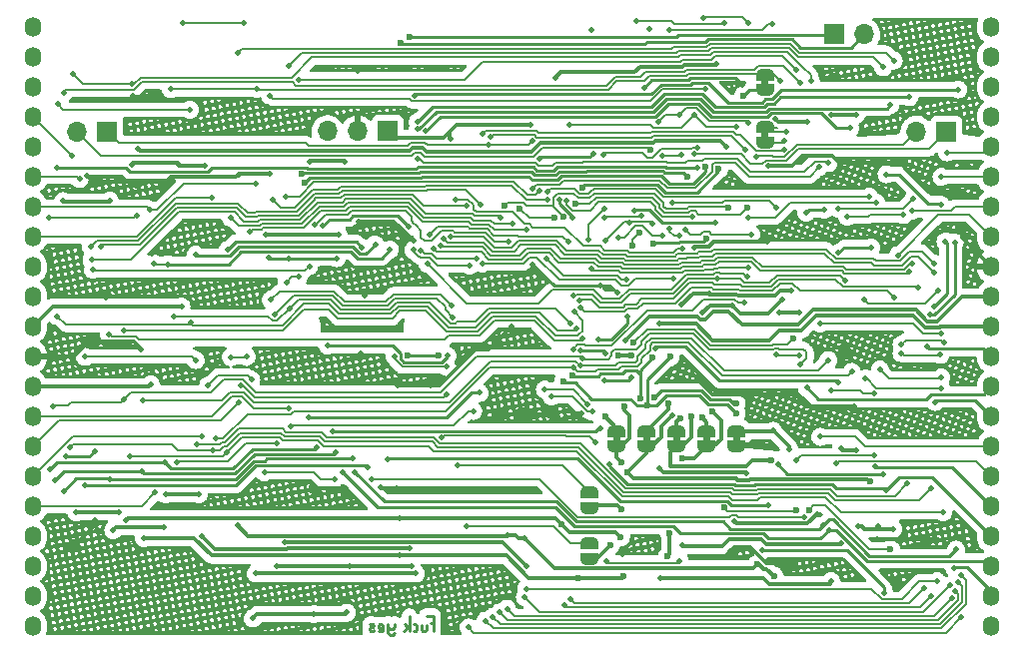
<source format=gbr>
%TF.GenerationSoftware,KiCad,Pcbnew,(6.0.6-0)*%
%TF.CreationDate,2022-07-26T08:46:40-07:00*%
%TF.ProjectId,BreadControlV3,42726561-6443-46f6-9e74-726f6c56332e,rev?*%
%TF.SameCoordinates,Original*%
%TF.FileFunction,Copper,L2,Bot*%
%TF.FilePolarity,Positive*%
%FSLAX46Y46*%
G04 Gerber Fmt 4.6, Leading zero omitted, Abs format (unit mm)*
G04 Created by KiCad (PCBNEW (6.0.6-0)) date 2022-07-26 08:46:40*
%MOMM*%
%LPD*%
G01*
G04 APERTURE LIST*
G04 Aperture macros list*
%AMRoundRect*
0 Rectangle with rounded corners*
0 $1 Rounding radius*
0 $2 $3 $4 $5 $6 $7 $8 $9 X,Y pos of 4 corners*
0 Add a 4 corners polygon primitive as box body*
4,1,4,$2,$3,$4,$5,$6,$7,$8,$9,$2,$3,0*
0 Add four circle primitives for the rounded corners*
1,1,$1+$1,$2,$3*
1,1,$1+$1,$4,$5*
1,1,$1+$1,$6,$7*
1,1,$1+$1,$8,$9*
0 Add four rect primitives between the rounded corners*
20,1,$1+$1,$2,$3,$4,$5,0*
20,1,$1+$1,$4,$5,$6,$7,0*
20,1,$1+$1,$6,$7,$8,$9,0*
20,1,$1+$1,$8,$9,$2,$3,0*%
%AMFreePoly0*
4,1,22,0.500000,-0.750000,0.000000,-0.750000,0.000000,-0.745033,-0.079941,-0.743568,-0.215256,-0.701293,-0.333266,-0.622738,-0.424486,-0.514219,-0.481581,-0.384460,-0.499164,-0.250000,-0.500000,-0.250000,-0.500000,0.250000,-0.499164,0.250000,-0.499963,0.256109,-0.478152,0.396186,-0.417904,0.524511,-0.324060,0.630769,-0.204165,0.706417,-0.067858,0.745374,0.000000,0.744959,0.000000,0.750000,
0.500000,0.750000,0.500000,-0.750000,0.500000,-0.750000,$1*%
%AMFreePoly1*
4,1,20,0.000000,0.744959,0.073905,0.744508,0.209726,0.703889,0.328688,0.626782,0.421226,0.519385,0.479903,0.390333,0.500000,0.250000,0.500000,-0.250000,0.499851,-0.262216,0.476331,-0.402017,0.414519,-0.529596,0.319384,-0.634700,0.198574,-0.708877,0.061801,-0.746166,0.000000,-0.745033,0.000000,-0.750000,-0.500000,-0.750000,-0.500000,0.750000,0.000000,0.750000,0.000000,0.744959,
0.000000,0.744959,$1*%
G04 Aperture macros list end*
%TA.AperFunction,ComponentPad*%
%ADD10RoundRect,0.700000X0.000000X-0.150000X0.000000X-0.150000X0.000000X0.150000X0.000000X0.150000X0*%
%TD*%
%TA.AperFunction,ComponentPad*%
%ADD11R,1.700000X1.700000*%
%TD*%
%TA.AperFunction,ComponentPad*%
%ADD12O,1.700000X1.700000*%
%TD*%
%TA.AperFunction,SMDPad,CuDef*%
%ADD13FreePoly0,90.000000*%
%TD*%
%TA.AperFunction,SMDPad,CuDef*%
%ADD14FreePoly1,90.000000*%
%TD*%
%TA.AperFunction,SMDPad,CuDef*%
%ADD15FreePoly0,270.000000*%
%TD*%
%TA.AperFunction,SMDPad,CuDef*%
%ADD16FreePoly1,270.000000*%
%TD*%
%TA.AperFunction,ViaPad*%
%ADD17C,0.500000*%
%TD*%
%TA.AperFunction,ViaPad*%
%ADD18C,0.600000*%
%TD*%
%TA.AperFunction,Conductor*%
%ADD19C,0.200000*%
%TD*%
%TA.AperFunction,Conductor*%
%ADD20C,0.350000*%
%TD*%
%TA.AperFunction,Conductor*%
%ADD21C,0.250000*%
%TD*%
G04 APERTURE END LIST*
G36*
X90978000Y-36064000D02*
G01*
X90378000Y-36064000D01*
X90378000Y-35564000D01*
X90978000Y-35564000D01*
X90978000Y-36064000D01*
G37*
G36*
X86025000Y-61845000D02*
G01*
X85425000Y-61845000D01*
X85425000Y-61345000D01*
X86025000Y-61345000D01*
X86025000Y-61845000D01*
G37*
G36*
X90978000Y-31604000D02*
G01*
X90378000Y-31604000D01*
X90378000Y-31104000D01*
X90978000Y-31104000D01*
X90978000Y-31604000D01*
G37*
G36*
X78405000Y-61845000D02*
G01*
X77805000Y-61845000D01*
X77805000Y-61345000D01*
X78405000Y-61345000D01*
X78405000Y-61845000D01*
G37*
G36*
X80945000Y-61845000D02*
G01*
X80345000Y-61845000D01*
X80345000Y-61345000D01*
X80945000Y-61345000D01*
X80945000Y-61845000D01*
G37*
G36*
X83485000Y-61845000D02*
G01*
X82885000Y-61845000D01*
X82885000Y-61345000D01*
X83485000Y-61345000D01*
X83485000Y-61845000D01*
G37*
G36*
X88565000Y-61845000D02*
G01*
X87965000Y-61845000D01*
X87965000Y-61345000D01*
X88565000Y-61345000D01*
X88565000Y-61845000D01*
G37*
D10*
X109855000Y-26692000D03*
X109855000Y-29232000D03*
X109855000Y-31772000D03*
X109855000Y-34312000D03*
X109855000Y-36852000D03*
X109855000Y-39392000D03*
X109855000Y-41932000D03*
X109855000Y-44472000D03*
X109855000Y-47012000D03*
X109855000Y-49552000D03*
X109855000Y-52092000D03*
X109855000Y-54632000D03*
X109855000Y-57172000D03*
X109855000Y-59712000D03*
X109855000Y-62252000D03*
X109855000Y-64792000D03*
X109855000Y-67332000D03*
X109855000Y-69872000D03*
X109855000Y-72412000D03*
X109855000Y-74952000D03*
X109855000Y-77492000D03*
D11*
X96540000Y-27280000D03*
D12*
X99080000Y-27280000D03*
D11*
X58674000Y-35515000D03*
D12*
X56134000Y-35515000D03*
X53594000Y-35515000D03*
D11*
X34925000Y-35560000D03*
D12*
X32385000Y-35560000D03*
D10*
X28597000Y-26692000D03*
X28597000Y-29232000D03*
X28597000Y-31772000D03*
X28597000Y-34312000D03*
X28597000Y-36852000D03*
X28597000Y-39392000D03*
X28597000Y-41932000D03*
X28597000Y-44472000D03*
X28597000Y-47012000D03*
X28597000Y-49552000D03*
X28597000Y-52092000D03*
X28597000Y-54632000D03*
X28597000Y-57172000D03*
X28597000Y-59712000D03*
X28597000Y-62252000D03*
X28597000Y-64792000D03*
X28597000Y-67332000D03*
X28597000Y-69872000D03*
X28597000Y-72412000D03*
X28597000Y-74952000D03*
X28597000Y-77492000D03*
D11*
X106045000Y-35560000D03*
D12*
X103505000Y-35560000D03*
D13*
X90678000Y-36464000D03*
D14*
X90678000Y-35164000D03*
D13*
X75819000Y-71770000D03*
D14*
X75819000Y-70470000D03*
D13*
X75819000Y-67452000D03*
D14*
X75819000Y-66152000D03*
D15*
X85725000Y-60945000D03*
D16*
X85725000Y-62245000D03*
D15*
X90678000Y-30704000D03*
D16*
X90678000Y-32004000D03*
D15*
X78105000Y-60945000D03*
D16*
X78105000Y-62245000D03*
D15*
X80645000Y-60945000D03*
D16*
X80645000Y-62245000D03*
D15*
X83185000Y-60945000D03*
D16*
X83185000Y-62245000D03*
D13*
X88265000Y-62245000D03*
D14*
X88265000Y-60945000D03*
D17*
X86436200Y-43230800D03*
X79629000Y-42245904D03*
X55118000Y-65786000D03*
X59514956Y-57096444D03*
X72593200Y-59359800D03*
X31445200Y-63093600D03*
X101494957Y-73886767D03*
X56184800Y-43177811D03*
X48666400Y-39141400D03*
X33858200Y-62636400D03*
X88722200Y-31546800D03*
X56134000Y-30429200D03*
X56388000Y-52247800D03*
X80873600Y-26873200D03*
X58064400Y-65735200D03*
X60883800Y-44831000D03*
X37000000Y-31500000D03*
X70053200Y-59461400D03*
X52070000Y-38100000D03*
X38684200Y-45923200D03*
X37795200Y-54000400D03*
X68173600Y-59563000D03*
X75063736Y-59463579D03*
X59410600Y-65760600D03*
X91846400Y-50850800D03*
X33858200Y-68529200D03*
X56413400Y-54356000D03*
X37058600Y-32499000D03*
X88026278Y-68564722D03*
X33223200Y-39319200D03*
X92710000Y-72136000D03*
X80398514Y-31841599D03*
X95059500Y-67983100D03*
X70993000Y-46786800D03*
X69215000Y-52070000D03*
X76736631Y-48615600D03*
X78130400Y-49225200D03*
X92710000Y-62484000D03*
X96469200Y-31115000D03*
X55499000Y-72390000D03*
X55016400Y-38125400D03*
X49294453Y-72400500D03*
X60706000Y-72390000D03*
X78536800Y-71374000D03*
X39928800Y-39776400D03*
X56769000Y-49428400D03*
X75946000Y-26924000D03*
X34823400Y-49606200D03*
X37388800Y-39776400D03*
X100203000Y-70104000D03*
X46024800Y-39166800D03*
X62303444Y-57096444D03*
X39090600Y-32639000D03*
X32080200Y-70662800D03*
X93522800Y-50901600D03*
X91363800Y-60909200D03*
X52578000Y-65786000D03*
X33375600Y-53365400D03*
X87757000Y-71145400D03*
X100627713Y-72813582D03*
X96826425Y-56832825D03*
X81407000Y-53897301D03*
X36537449Y-68463500D03*
X96901000Y-45821600D03*
D18*
X73406000Y-68834000D03*
D17*
X83636926Y-70596621D03*
X99644200Y-45364400D03*
D18*
X78413575Y-69916500D03*
D17*
X97119900Y-70485000D03*
X41198800Y-50368200D03*
X59690000Y-68326000D03*
X32301607Y-67831500D03*
X35905644Y-67831500D03*
X35433000Y-69342000D03*
X39878000Y-66294000D03*
X39751000Y-69088000D03*
X42672000Y-66294000D03*
X42925833Y-69850167D03*
X60506186Y-70898601D03*
X61087000Y-73025000D03*
X47498000Y-73025000D03*
X70485000Y-72390000D03*
X49921758Y-70399100D03*
X63972900Y-36189531D03*
X70818773Y-34973499D03*
X81686400Y-64135000D03*
X36982233Y-38353833D03*
X41005000Y-38354000D03*
X91550500Y-34502005D03*
X77156292Y-54358929D03*
X86512400Y-29768800D03*
X54508400Y-44297600D03*
X45974000Y-68935600D03*
X68807525Y-69749601D03*
X79315000Y-56366502D03*
X98374200Y-34137600D03*
X48310800Y-44246800D03*
X43205400Y-38404800D03*
D18*
X91408944Y-73239500D03*
X89966011Y-72256389D03*
D17*
X75031598Y-54138257D03*
X96266000Y-34112200D03*
X77054700Y-56611247D03*
X70281800Y-70027800D03*
X89104478Y-64517278D03*
X72872600Y-30962600D03*
X94259400Y-34743003D03*
X55245000Y-76327000D03*
X52451000Y-76454000D03*
X47244000Y-76835000D03*
X79003967Y-51215367D03*
X98381500Y-62530733D03*
X81788000Y-73406000D03*
X37998400Y-70002400D03*
D18*
X74850924Y-73370100D03*
D17*
X97093457Y-62431898D03*
D18*
X78702892Y-73219500D03*
D17*
X59690000Y-71501000D03*
X38608000Y-56972200D03*
X96266000Y-73660000D03*
X76583301Y-53213000D03*
X89264500Y-34796636D03*
X81636489Y-34704539D03*
X80213200Y-42697400D03*
X83413600Y-34112200D03*
X77070808Y-42844386D03*
X82550000Y-26924500D03*
X91313000Y-26416000D03*
X74088772Y-34973499D03*
X84683600Y-34112200D03*
X88264206Y-35146137D03*
X89281000Y-26375000D03*
X85471000Y-25908000D03*
X79756000Y-26162000D03*
X87249000Y-26375000D03*
X58886100Y-45562514D03*
X40055800Y-46786800D03*
X38989000Y-66167000D03*
X38887400Y-46710600D03*
X38537500Y-42189251D03*
X86621286Y-48039900D03*
X85629259Y-31929312D03*
X47498000Y-39954200D03*
X74411657Y-49451603D03*
X48717200Y-32486600D03*
X97475150Y-48193122D03*
X75040945Y-55416188D03*
X30020292Y-42875200D03*
X96026999Y-54915629D03*
X37922200Y-58326720D03*
X37388500Y-42649204D03*
X74477778Y-50829811D03*
X31927800Y-37592000D03*
X94538800Y-31242000D03*
X31978600Y-30632400D03*
X36320447Y-52441399D03*
X93652200Y-31422200D03*
X31208581Y-32249981D03*
X35078914Y-52790900D03*
X75209400Y-53111400D03*
D18*
X91189909Y-63388804D03*
X84455000Y-59690000D03*
X82397600Y-71551800D03*
X82575400Y-69596000D03*
X86165682Y-59233902D03*
X83693000Y-63271400D03*
D17*
X33578800Y-46431200D03*
X68224400Y-42866800D03*
X68964500Y-44846496D03*
X52514765Y-43472247D03*
X52036101Y-46964600D03*
X33701098Y-47269400D03*
X66573400Y-41783000D03*
X33528000Y-45339000D03*
X65328800Y-41833800D03*
X67393195Y-36026801D03*
X34339088Y-45321001D03*
X89024672Y-37127672D03*
X42406165Y-54920046D03*
X33020000Y-54640329D03*
X57000178Y-64035978D03*
X32994600Y-65506600D03*
X31216600Y-66065400D03*
X35102800Y-65024000D03*
X55676800Y-63271400D03*
X30285300Y-58851800D03*
X93633300Y-55302797D03*
X36288500Y-58242200D03*
X75155664Y-54776896D03*
X54319466Y-62746900D03*
X37846000Y-64363600D03*
X30480000Y-65100200D03*
X30099000Y-64160400D03*
X39827200Y-63627000D03*
X52670412Y-62347399D03*
X74170729Y-51826430D03*
X30720026Y-33219929D03*
X50342800Y-50571400D03*
X40538400Y-51206400D03*
X41935400Y-33680400D03*
X57353200Y-65024000D03*
X48234600Y-64414400D03*
X93319433Y-63413182D03*
X93966436Y-68208700D03*
X99949000Y-62968322D03*
X54152800Y-64998600D03*
X42468800Y-62077600D03*
X102743000Y-65379600D03*
X42000799Y-51750468D03*
X30686442Y-51198063D03*
X74684500Y-52223786D03*
X101614599Y-49614700D03*
X75029914Y-50478449D03*
X31780168Y-62315233D03*
X104713399Y-65792730D03*
X43891200Y-62577100D03*
X74959385Y-49832787D03*
X103635798Y-48797505D03*
X32562800Y-39573200D03*
X36855400Y-63093600D03*
X105791000Y-67843400D03*
X45008800Y-62763400D03*
X47124215Y-56577184D03*
X43475038Y-57058499D03*
X51181000Y-47853600D03*
X50088800Y-48310800D03*
X46736000Y-54635400D03*
X69291200Y-43366300D03*
X45389800Y-42849800D03*
X45399401Y-54660800D03*
X46958221Y-44033999D03*
X70485000Y-43865800D03*
X49126000Y-51081800D03*
X64177300Y-51272848D03*
X50035502Y-41041680D03*
X71560765Y-40518946D03*
X64126706Y-50259631D03*
X48793500Y-49809400D03*
X48971200Y-41321098D03*
X72218846Y-41362437D03*
X48641000Y-46256102D03*
X54356000Y-46278800D03*
X50266600Y-46278800D03*
X50292000Y-59004200D03*
X46228000Y-57099200D03*
X63684703Y-57851203D03*
X45110400Y-45567600D03*
X46101000Y-58470800D03*
X56492178Y-45366978D03*
X97609622Y-42776178D03*
X74400150Y-55522300D03*
X102387400Y-42621200D03*
X98008900Y-55922443D03*
X43748500Y-41120472D03*
X44145122Y-61578100D03*
X42951400Y-61366400D03*
X57622478Y-45100278D03*
X42392600Y-45999400D03*
X107315827Y-73154584D03*
X66954400Y-77012800D03*
X67589400Y-76682600D03*
X107038574Y-73741937D03*
X68148200Y-76327000D03*
X106774898Y-74517352D03*
X106499386Y-75105524D03*
X68808600Y-75996800D03*
X106357966Y-74019335D03*
X106070400Y-37312600D03*
X70307200Y-75031600D03*
X70408500Y-74320400D03*
X105257600Y-73685400D03*
X105613200Y-39395402D03*
X104724200Y-74930000D03*
X73660000Y-75692000D03*
X103107500Y-42238292D03*
X101930200Y-46024800D03*
X104179500Y-74218800D03*
X74168000Y-75158600D03*
D18*
X78496118Y-67609807D03*
X78764077Y-58807327D03*
X78486000Y-63550800D03*
X99550554Y-65237963D03*
D17*
X100211001Y-69004398D03*
X82795324Y-59607143D03*
D18*
X79019400Y-64465200D03*
X77520800Y-70637400D03*
D17*
X101514900Y-69222767D03*
X98567533Y-69018753D03*
X100965000Y-39166800D03*
X105952300Y-44856400D03*
X105573573Y-41749100D03*
X104981262Y-50356427D03*
X104419400Y-53771800D03*
X95707200Y-42189400D03*
X94208600Y-57277000D03*
X94157800Y-42418000D03*
X60942267Y-32478100D03*
X106730800Y-44932600D03*
X104648000Y-51054000D03*
X105079800Y-58470800D03*
X107061000Y-31978600D03*
X102870000Y-32639000D03*
X61235051Y-34697781D03*
X95351600Y-61417200D03*
X103225600Y-41224200D03*
X96850200Y-42087800D03*
X61228177Y-35347248D03*
X99882839Y-57743307D03*
X96723200Y-63677800D03*
X101265000Y-33303500D03*
X96301925Y-57478910D03*
X97872698Y-35242600D03*
X100015078Y-63967322D03*
X61913261Y-35503083D03*
X76749900Y-60731400D03*
X54051200Y-60934600D03*
X100931944Y-65945321D03*
X77486827Y-63733485D03*
X54889400Y-64439800D03*
X96135857Y-69309240D03*
X106857800Y-70993000D03*
X55880000Y-64414400D03*
X106722300Y-72567800D03*
X95627959Y-68904403D03*
X90429204Y-71023938D03*
X58699400Y-63322200D03*
X100761800Y-74676000D03*
X90957400Y-67258000D03*
X66464500Y-57701881D03*
X51968400Y-59791600D03*
X75941709Y-47146690D03*
X89281000Y-47091600D03*
X62230000Y-44297600D03*
X73967569Y-44909316D03*
X89154000Y-47853600D03*
X62042408Y-46761400D03*
X92252204Y-37079796D03*
X66733539Y-35721777D03*
X51111649Y-31129599D03*
X91627500Y-54474490D03*
X93336239Y-30349038D03*
X93580482Y-54534512D03*
X99129306Y-56499848D03*
X50271416Y-30002800D03*
X100660200Y-30099000D03*
X105604300Y-57286979D03*
X45999400Y-28854400D03*
X101574600Y-29514800D03*
X105604300Y-56386344D03*
X100397700Y-55719105D03*
X102235000Y-54330600D03*
X105511600Y-54483000D03*
X102913334Y-47443005D03*
X62548357Y-45437322D03*
X102235000Y-53594000D03*
X103138746Y-46723325D03*
X105816383Y-53434000D03*
X63156995Y-45210578D03*
X105604478Y-52687458D03*
X95351600Y-51816000D03*
X70917200Y-40382585D03*
X95224600Y-38568001D03*
X104986829Y-47527620D03*
X63407178Y-44611194D03*
X99076500Y-49808043D03*
X72188554Y-40685482D03*
X99508300Y-41071800D03*
X105333800Y-48996600D03*
X104982902Y-46742084D03*
X64042468Y-44476061D03*
X107265859Y-76743100D03*
X65557400Y-77597000D03*
D18*
X60541936Y-27509918D03*
X60357200Y-54521791D03*
X63026901Y-54517713D03*
X59766200Y-27990800D03*
D17*
X53594000Y-53695600D03*
X63742187Y-54546824D03*
X53212500Y-43516264D03*
X60484691Y-43619425D03*
X81965800Y-44399200D03*
X91637368Y-42015011D03*
X92329000Y-36296600D03*
X82804000Y-41583998D03*
X78206600Y-44551600D03*
X49298074Y-61947898D03*
X40819330Y-63593100D03*
X65939794Y-59232800D03*
X47574200Y-31902400D03*
X91925055Y-31213898D03*
X50495200Y-60502800D03*
X92424497Y-35534600D03*
X40284400Y-31953200D03*
X85936670Y-49285962D03*
D18*
X83445625Y-59864849D03*
D17*
X84915940Y-38585148D03*
X30657800Y-38582600D03*
X92862400Y-48996600D03*
X83613095Y-50224300D03*
D18*
X75184000Y-40284400D03*
X88862067Y-32499133D03*
X86720969Y-38713502D03*
X88214200Y-58597800D03*
X85678304Y-44581437D03*
X81173909Y-45068914D03*
X51633489Y-39872533D03*
X81136177Y-54659852D03*
X85611810Y-38513948D03*
X80068306Y-58193900D03*
X74345800Y-56261000D03*
X81261418Y-58124888D03*
X73609200Y-56692800D03*
X88208962Y-59405029D03*
X51410088Y-39157100D03*
X82600784Y-54625095D03*
X80670400Y-58768400D03*
X84083700Y-39375808D03*
D17*
X41300400Y-26365200D03*
X46482000Y-26339800D03*
X87401400Y-36830000D03*
X87851301Y-50262803D03*
D18*
X85344000Y-59817000D03*
D17*
X37515800Y-37007800D03*
X35113100Y-41391700D03*
X31175612Y-41444821D03*
X85385814Y-50905786D03*
X92113416Y-49766256D03*
X96037400Y-38218500D03*
X59258200Y-54584600D03*
X63648000Y-55450823D03*
X61226380Y-37850586D03*
X74393450Y-54006486D03*
X88877715Y-50051105D03*
X100097919Y-41588300D03*
X89255600Y-42849800D03*
X107340400Y-43637200D03*
X98260820Y-58838945D03*
X88696800Y-57810400D03*
X89408000Y-62103000D03*
X90948500Y-38483401D03*
X97434400Y-54229000D03*
X90881200Y-44856400D03*
X84683601Y-45415199D03*
X107315000Y-40995600D03*
D18*
X78209801Y-54562917D03*
X77104700Y-59711732D03*
X79322702Y-54562917D03*
D17*
X78826500Y-53299500D03*
X82915044Y-48017807D03*
X82554909Y-43787088D03*
X84632800Y-37465000D03*
X66699821Y-46729709D03*
X83439424Y-44386085D03*
X84540862Y-42782500D03*
X70916800Y-36322000D03*
X67246760Y-36659581D03*
X73863200Y-41427400D03*
X83938924Y-43836489D03*
X83662408Y-45435085D03*
X64442255Y-41285751D03*
X89484200Y-44246800D03*
X89885976Y-37710072D03*
X81733447Y-51800496D03*
D18*
X82459049Y-58577598D03*
D17*
X75734852Y-44749673D03*
X75656199Y-58643241D03*
X72009000Y-57404000D03*
X84956733Y-36902042D03*
X76938016Y-37481500D03*
X77089000Y-42113200D03*
X81982422Y-37634084D03*
X83557344Y-37503856D03*
X77159888Y-44817807D03*
X79202682Y-43244904D03*
X72567713Y-58011299D03*
X81086654Y-43371725D03*
X76001111Y-59285163D03*
D18*
X68580000Y-41808400D03*
X87510201Y-41983499D03*
X73571273Y-42798221D03*
X69875400Y-42087800D03*
X72826426Y-42881632D03*
X74574400Y-41681400D03*
X89145464Y-42002300D03*
D17*
X60852705Y-45593300D03*
X77240602Y-71983264D03*
X76279785Y-61897471D03*
X83439000Y-72009000D03*
X63284918Y-61459100D03*
X65633600Y-46898276D03*
D18*
X87198200Y-67437000D03*
X93345000Y-67691000D03*
X94373732Y-67638236D03*
X101285500Y-70987575D03*
D17*
X65379600Y-69037200D03*
X66200068Y-46314859D03*
X61500934Y-45633953D03*
X64566800Y-63804800D03*
X78915044Y-48065307D03*
X72149921Y-46317454D03*
X91770200Y-63779400D03*
X100685600Y-64566800D03*
D18*
X80983460Y-37121777D03*
X93018508Y-53127447D03*
X80041673Y-44095901D03*
X79545261Y-53463917D03*
X79442917Y-45221297D03*
D17*
X73217846Y-41354107D03*
X76098400Y-37405700D03*
X71564329Y-37837929D03*
X74323693Y-42825788D03*
D19*
X83996768Y-30281307D02*
X89790030Y-30281309D01*
X89790030Y-30281309D02*
X90117339Y-29954000D01*
D20*
X37198600Y-32639000D02*
X37058600Y-32499000D01*
X39090600Y-32639000D02*
X37198600Y-32639000D01*
D19*
X83830769Y-30447303D02*
X83996768Y-30281307D01*
X77956532Y-30921599D02*
X80064731Y-30921599D01*
X50902448Y-31629099D02*
X77249032Y-31629099D01*
X37867600Y-31338800D02*
X50612149Y-31338800D01*
X31459062Y-31999500D02*
X37206900Y-31999500D01*
X31208581Y-32249981D02*
X31459062Y-31999500D01*
X80539030Y-30447301D02*
X83830769Y-30447303D01*
X37749500Y-30956900D02*
X37206900Y-31499500D01*
X50612149Y-31338800D02*
X50902448Y-31629099D01*
X32845700Y-31499500D02*
X31978600Y-30632400D01*
X60960334Y-29248796D02*
X60960332Y-29248798D01*
X93751400Y-29972000D02*
X93726000Y-29972000D01*
X93726000Y-29972000D02*
X92546799Y-28792799D01*
X86287731Y-28792799D02*
X85997725Y-29082805D01*
X60960332Y-29248798D02*
X52286050Y-29248798D01*
X80064731Y-30921599D02*
X80539030Y-30447301D01*
X83334339Y-29248796D02*
X60960334Y-29248796D01*
X83500330Y-29082805D02*
X83334339Y-29248796D01*
X92184000Y-29954000D02*
X93652200Y-31422200D01*
X52286050Y-29248798D02*
X50577948Y-30956900D01*
X94538800Y-30759400D02*
X93751400Y-29972000D01*
X92546799Y-28792799D02*
X86287731Y-28792799D01*
X77249032Y-31629099D02*
X77956532Y-30921599D01*
X37206900Y-31999500D02*
X37867600Y-31338800D01*
X37206900Y-31499500D02*
X32845700Y-31499500D01*
X90117339Y-29954000D02*
X92184000Y-29954000D01*
X94538800Y-31242000D02*
X94538800Y-30759400D01*
X50577948Y-30956900D02*
X37749500Y-30956900D01*
X85997725Y-29082805D02*
X83500330Y-29082805D01*
D21*
X60528200Y-77444600D02*
X60325000Y-77444600D01*
X57505600Y-77495400D02*
X57429400Y-77571600D01*
X57962800Y-77343000D02*
X58191400Y-77343000D01*
X61976000Y-77774800D02*
X61849000Y-77901800D01*
X58293000Y-77444600D02*
X58293000Y-77825600D01*
X61671200Y-77901800D02*
X61544200Y-77774800D01*
X57175400Y-77673200D02*
X57175400Y-77825600D01*
X61163200Y-77444600D02*
X61163200Y-77800200D01*
X61061600Y-77901800D02*
X60858400Y-77901800D01*
X58699400Y-78028800D02*
X58902600Y-78232000D01*
X58166000Y-77622400D02*
X57886600Y-77622400D01*
X62560200Y-76606400D02*
X61950600Y-76606400D01*
X57175400Y-77317600D02*
X57200800Y-77292200D01*
X57505600Y-77393800D02*
X57505600Y-77495400D01*
X58699400Y-77343000D02*
X58699400Y-77266800D01*
X59105800Y-77724000D02*
X58851800Y-77724000D01*
X57200800Y-77292200D02*
X57404000Y-77292200D01*
X57454800Y-77901800D02*
X57531000Y-77825600D01*
X60883800Y-77317600D02*
X61036200Y-77317600D01*
X61849000Y-77901800D02*
X61671200Y-77901800D01*
X62560200Y-77241400D02*
X62280800Y-77241400D01*
X60325000Y-77444600D02*
X60147200Y-77266800D01*
X60528200Y-77444600D02*
X60528200Y-77901800D01*
X57175400Y-77825600D02*
X57251600Y-77901800D01*
X58851800Y-77724000D02*
X58699400Y-77571600D01*
X57251600Y-77901800D02*
X57454800Y-77901800D01*
X59105800Y-78232000D02*
X59258200Y-78079600D01*
X62560200Y-77241400D02*
X62560200Y-76606400D01*
X58191400Y-77343000D02*
X58293000Y-77444600D01*
X58902600Y-78232000D02*
X59105800Y-78232000D01*
X57429400Y-77571600D02*
X57277000Y-77571600D01*
X57886600Y-77622400D02*
X57886600Y-77419200D01*
X58216800Y-77901800D02*
X57937400Y-77901800D01*
X61976000Y-77393800D02*
X61976000Y-77774800D01*
X57404000Y-77292200D02*
X57505600Y-77393800D01*
X62560200Y-77927200D02*
X62560200Y-77241400D01*
X60528200Y-76606400D02*
X60528200Y-77444600D01*
X57277000Y-77571600D02*
X57175400Y-77673200D01*
X59258200Y-77266800D02*
X59258200Y-77571600D01*
X57886600Y-77419200D02*
X57962800Y-77343000D01*
X61036200Y-77317600D02*
X61163200Y-77444600D01*
X58699400Y-77343000D02*
X58699400Y-78028800D01*
X60528200Y-77444600D02*
X60071000Y-77901800D01*
X59258200Y-77571600D02*
X59105800Y-77724000D01*
X58293000Y-77825600D02*
X58216800Y-77901800D01*
X61163200Y-77800200D02*
X61061600Y-77901800D01*
X61544200Y-77774800D02*
X61544200Y-77368400D01*
X58699400Y-77571600D02*
X58699400Y-77343000D01*
X79703505Y-42171399D02*
X79629000Y-42245904D01*
X82772165Y-43262588D02*
X81946788Y-43262588D01*
X80855599Y-42171399D02*
X79703505Y-42171399D01*
X82816577Y-43307000D02*
X82772165Y-43262588D01*
X86436200Y-43230800D02*
X86360000Y-43307000D01*
X86360000Y-43307000D02*
X82816577Y-43307000D01*
X81946788Y-43262588D02*
X80855599Y-42171399D01*
D20*
X89408000Y-70815200D02*
X88087200Y-70815200D01*
D21*
X88722200Y-31546800D02*
X88180710Y-31005310D01*
D20*
X90728800Y-72136000D02*
X89408000Y-70815200D01*
D21*
X33858200Y-62636400D02*
X33401000Y-63093600D01*
X78130400Y-49225200D02*
X77482802Y-48577602D01*
X84130656Y-31171308D02*
X81068805Y-31171308D01*
D20*
X58089800Y-65760600D02*
X58064400Y-65735200D01*
X55499000Y-72390000D02*
X49304953Y-72390000D01*
D21*
X76847598Y-48577602D02*
X76809600Y-48615600D01*
X70993000Y-46786800D02*
X72783802Y-48577602D01*
D20*
X92710000Y-62484000D02*
X92710000Y-62255400D01*
D21*
X68275200Y-59461400D02*
X68173600Y-59563000D01*
D20*
X33680400Y-39776400D02*
X33223200Y-39319200D01*
D21*
X70053200Y-59461400D02*
X68275200Y-59461400D01*
X76809600Y-48615600D02*
X76736631Y-48615600D01*
D20*
X66141600Y-54025800D02*
X67259200Y-54025800D01*
X40300999Y-39404201D02*
X39928800Y-39776400D01*
X91846400Y-50850800D02*
X91897200Y-50901600D01*
X46050200Y-39141400D02*
X46024800Y-39166800D01*
D21*
X81068805Y-31171308D02*
X80398514Y-31841599D01*
D20*
X88265000Y-60945000D02*
X91328000Y-60945000D01*
X92710000Y-72136000D02*
X90728800Y-72136000D01*
X90844991Y-68790899D02*
X90826490Y-68772398D01*
X59410600Y-65760600D02*
X58089800Y-65760600D01*
X90826490Y-68772398D02*
X88233954Y-68772398D01*
D21*
X72783802Y-48577602D02*
X76847598Y-48577602D01*
D20*
X55016400Y-38125400D02*
X54892903Y-38001903D01*
X54892903Y-38001903D02*
X52168097Y-38001903D01*
X45787399Y-39404201D02*
X40300999Y-39404201D01*
X59230611Y-43177811D02*
X56184800Y-43177811D01*
X63070956Y-57096444D02*
X66141600Y-54025800D01*
X28597000Y-54632000D02*
X32109000Y-54632000D01*
X33375600Y-53365400D02*
X37160200Y-53365400D01*
X91328000Y-60945000D02*
X91363800Y-60909200D01*
X33858200Y-68529200D02*
X33858200Y-68884800D01*
X46024800Y-39166800D02*
X45787399Y-39404201D01*
X59514956Y-57096444D02*
X63070956Y-57096444D01*
X32109000Y-54632000D02*
X33375600Y-53365400D01*
X37160200Y-53365400D02*
X37795200Y-54000400D01*
D21*
X72491600Y-59461400D02*
X72593200Y-59359800D01*
D20*
X88233954Y-68772398D02*
X88026278Y-68564722D01*
D21*
X84296654Y-31005310D02*
X84130656Y-31171308D01*
D20*
X37388800Y-39776400D02*
X33680400Y-39776400D01*
X39928800Y-39776400D02*
X37388800Y-39776400D01*
X91897200Y-50901600D02*
X93522800Y-50901600D01*
X60706000Y-72390000D02*
X55499000Y-72390000D01*
X94251701Y-68790899D02*
X90844991Y-68790899D01*
X101494957Y-73886767D02*
X100627713Y-73019523D01*
X48666400Y-39141400D02*
X46050200Y-39141400D01*
D21*
X88180710Y-31005310D02*
X84296654Y-31005310D01*
D20*
X95059500Y-67983100D02*
X94251701Y-68790899D01*
D21*
X77482802Y-48577602D02*
X76847598Y-48577602D01*
D19*
X74959957Y-59359800D02*
X75063736Y-59463579D01*
X72593200Y-59359800D02*
X74959957Y-59359800D01*
D20*
X55118000Y-65786000D02*
X52578000Y-65786000D01*
D21*
X33401000Y-63093600D02*
X31445200Y-63093600D01*
D20*
X92710000Y-62255400D02*
X91363800Y-60909200D01*
X49304953Y-72390000D02*
X49294453Y-72400500D01*
X60883800Y-44831000D02*
X59230611Y-43177811D01*
X100627713Y-73019523D02*
X100627713Y-72813582D01*
X88087200Y-70815200D02*
X87757000Y-71145400D01*
X67259200Y-54025800D02*
X69215000Y-52070000D01*
D21*
X70053200Y-59461400D02*
X72491600Y-59461400D01*
D20*
X33858200Y-68884800D02*
X32080200Y-70662800D01*
X100203000Y-70104000D02*
X105308400Y-70104000D01*
X52168097Y-38001903D02*
X52070000Y-38100000D01*
D21*
X86774099Y-56649699D02*
X96643299Y-56649699D01*
D20*
X83734879Y-70694574D02*
X83636926Y-70596621D01*
D21*
X96643299Y-56649699D02*
X96826425Y-56832825D01*
X99644200Y-45364400D02*
X97358200Y-45364400D01*
D20*
X28597000Y-52092000D02*
X30320800Y-50368200D01*
X90731235Y-70513503D02*
X90321732Y-70104000D01*
X59690000Y-68326000D02*
X72898000Y-68326000D01*
X97119900Y-70485000D02*
X97091397Y-70513503D01*
X97091397Y-70513503D02*
X90731235Y-70513503D01*
X90321732Y-70104000D02*
X87604600Y-70104000D01*
X74070703Y-69498703D02*
X73406000Y-68834000D01*
D21*
X81507101Y-53797200D02*
X83921600Y-53797200D01*
D20*
X87604600Y-70104000D02*
X87014026Y-70694574D01*
D21*
X81407000Y-53897301D02*
X81507101Y-53797200D01*
D20*
X77995778Y-69498703D02*
X74070703Y-69498703D01*
X32301607Y-67831500D02*
X35905644Y-67831500D01*
X30320800Y-50368200D02*
X41198800Y-50368200D01*
X59690000Y-68326000D02*
X36674949Y-68326000D01*
X87014026Y-70694574D02*
X83734879Y-70694574D01*
X36674949Y-68326000D02*
X36537449Y-68463500D01*
D21*
X97358200Y-45364400D02*
X96901000Y-45821600D01*
D20*
X72898000Y-68326000D02*
X73406000Y-68834000D01*
X78413575Y-69916500D02*
X77995778Y-69498703D01*
D21*
X83921600Y-53797200D02*
X86774099Y-56649699D01*
D20*
X42672000Y-66294000D02*
X39878000Y-66294000D01*
X39751000Y-69088000D02*
X35687000Y-69088000D01*
X35687000Y-69088000D02*
X35433000Y-69342000D01*
X44049266Y-70973600D02*
X50159724Y-70973600D01*
X42925833Y-69850167D02*
X44049266Y-70973600D01*
X50159724Y-70973600D02*
X50234723Y-70898601D01*
X50234723Y-70898601D02*
X60506186Y-70898601D01*
X47498000Y-73025000D02*
X61087000Y-73025000D01*
X49921758Y-70399100D02*
X49996757Y-70324101D01*
X68419101Y-70324101D02*
X70485000Y-72390000D01*
X49996757Y-70324101D02*
X68419101Y-70324101D01*
D21*
X76935620Y-54138257D02*
X75031598Y-54138257D01*
D20*
X83820934Y-29856806D02*
X86424392Y-29856808D01*
X45974000Y-68935600D02*
X46863000Y-69824600D01*
X72849000Y-72595000D02*
X89627400Y-72595000D01*
X89627400Y-72595000D02*
X89966011Y-72256389D01*
X90804945Y-72635501D02*
X90521899Y-72635501D01*
X79590202Y-30493398D02*
X80060800Y-30022800D01*
X70281800Y-70027800D02*
X69794402Y-70027800D01*
X37109066Y-38227000D02*
X36982233Y-38353833D01*
X46863000Y-69824600D02*
X68732526Y-69824600D01*
D21*
X77054700Y-56611247D02*
X79070255Y-56611247D01*
D20*
X98348800Y-34112200D02*
X98374200Y-34137600D01*
X41055800Y-38404800D02*
X41005000Y-38354000D01*
X59236583Y-36077583D02*
X58674000Y-35515000D01*
X91791498Y-34743003D02*
X91550500Y-34502005D01*
X68732526Y-69824600D02*
X68807525Y-69749601D01*
X86424392Y-29856808D02*
X86512400Y-29768800D01*
X54457600Y-44246800D02*
X54508400Y-44297600D01*
X94259400Y-34743003D02*
X91791498Y-34743003D01*
X41005000Y-38354000D02*
X40878000Y-38227000D01*
X63931800Y-36148431D02*
X63972900Y-36189531D01*
X82016600Y-64465200D02*
X89052400Y-64465200D01*
X72872600Y-30962600D02*
X73341802Y-30493398D01*
X96266000Y-34112200D02*
X98348800Y-34112200D01*
D21*
X79070255Y-56611247D02*
X79315000Y-56366502D01*
D20*
X40878000Y-38227000D02*
X37109066Y-38227000D01*
X63439617Y-36077583D02*
X59236583Y-36077583D01*
X89052400Y-64465200D02*
X89104478Y-64517278D01*
X90521899Y-72635501D02*
X90142787Y-72256389D01*
X90142787Y-72256389D02*
X89966011Y-72256389D01*
D21*
X77156292Y-54358929D02*
X76935620Y-54138257D01*
D20*
X63931800Y-35585400D02*
X64543701Y-34973499D01*
X70281800Y-70027800D02*
X72849000Y-72595000D01*
X69794402Y-70027800D02*
X69516203Y-69749601D01*
X81686400Y-64135000D02*
X82016600Y-64465200D01*
X63931800Y-35585400D02*
X63931800Y-36148431D01*
X69516203Y-69749601D02*
X68807525Y-69749601D01*
X80060800Y-30022800D02*
X83654935Y-30022802D01*
X73341802Y-30493398D02*
X79590202Y-30493398D01*
X91408944Y-73239500D02*
X90804945Y-72635501D01*
X63931800Y-35585400D02*
X63439617Y-36077583D01*
X48310800Y-44246800D02*
X54457600Y-44246800D01*
X83654935Y-30022802D02*
X83820934Y-29856806D01*
X64543701Y-34973499D02*
X70818773Y-34973499D01*
X43205400Y-38404800D02*
X41055800Y-38404800D01*
X55118000Y-76454000D02*
X55245000Y-76327000D01*
X47625000Y-76454000D02*
X47244000Y-76835000D01*
X52451000Y-76454000D02*
X55118000Y-76454000D01*
X52451000Y-76454000D02*
X47625000Y-76454000D01*
X97093457Y-62431898D02*
X97192292Y-62530733D01*
X81788000Y-73406000D02*
X90551000Y-73406000D01*
D21*
X77647800Y-53213000D02*
X76583301Y-53213000D01*
D20*
X91040899Y-73895899D02*
X96157101Y-73895899D01*
X96157101Y-73895899D02*
X96266000Y-73787000D01*
X90551000Y-73406000D02*
X91040899Y-73895899D01*
X28597000Y-57172000D02*
X38408200Y-57172000D01*
X96266000Y-73787000D02*
X96266000Y-73660000D01*
D21*
X79003967Y-51215367D02*
X79003967Y-51856833D01*
D20*
X70652634Y-73370100D02*
X74850924Y-73370100D01*
X78552292Y-73370100D02*
X78702892Y-73219500D01*
X43764200Y-71501000D02*
X59690000Y-71501000D01*
D21*
X79003967Y-51856833D02*
X77647800Y-53213000D01*
D20*
X68783534Y-71501000D02*
X70652634Y-73370100D01*
X59690000Y-71501000D02*
X68783534Y-71501000D01*
X37998400Y-70002400D02*
X42265600Y-70002400D01*
X38408200Y-57172000D02*
X38608000Y-56972200D01*
X42265600Y-70002400D02*
X43764200Y-71501000D01*
X97192292Y-62530733D02*
X98381500Y-62530733D01*
X74850924Y-73370100D02*
X78552292Y-73370100D01*
D19*
X89114501Y-34646637D02*
X89264500Y-34796636D01*
X83989300Y-33536500D02*
X84835109Y-33536500D01*
X84835109Y-33536500D02*
X85945246Y-34646637D01*
X80165196Y-42745404D02*
X80213200Y-42697400D01*
X77169790Y-42745404D02*
X80165196Y-42745404D01*
X83413600Y-34112200D02*
X82228828Y-34112200D01*
X82228828Y-34112200D02*
X81636489Y-34704539D01*
X85945246Y-34646637D02*
X89114501Y-34646637D01*
X83413600Y-34112200D02*
X83989300Y-33536500D01*
X77070808Y-42844386D02*
X77169790Y-42745404D01*
X90423500Y-26924500D02*
X82550000Y-26924500D01*
X91313000Y-26416000D02*
X90932000Y-26416000D01*
X90932000Y-26416000D02*
X90423500Y-26924500D01*
X81187918Y-35204039D02*
X80981282Y-34997403D01*
X84683600Y-34112200D02*
X85717537Y-35146137D01*
X85717537Y-35146137D02*
X88264206Y-35146137D01*
X84683600Y-34112200D02*
X83591761Y-35204039D01*
X83591761Y-35204039D02*
X81187918Y-35204039D01*
X80981282Y-34997403D02*
X74112676Y-34997403D01*
X74112676Y-34997403D02*
X74088772Y-34973499D01*
X85471000Y-25908000D02*
X85553500Y-25825500D01*
X88731500Y-25825500D02*
X89281000Y-26375000D01*
X85553500Y-25825500D02*
X88731500Y-25825500D01*
X82987111Y-26457500D02*
X87166500Y-26457500D01*
X79756000Y-26162000D02*
X82691611Y-26162000D01*
X87166500Y-26457500D02*
X87249000Y-26375000D01*
X82691611Y-26162000D02*
X82987111Y-26457500D01*
D21*
X58886100Y-45562514D02*
X58157635Y-46290979D01*
D19*
X40055800Y-46786800D02*
X38963600Y-46786800D01*
X38963600Y-46786800D02*
X38887400Y-46710600D01*
D21*
X46253134Y-45731602D02*
X45197936Y-46786800D01*
X58157635Y-46290979D02*
X56109443Y-46290979D01*
X45197936Y-46786800D02*
X40055800Y-46786800D01*
X56109443Y-46290979D02*
X55550066Y-45731602D01*
D19*
X37824000Y-67332000D02*
X38989000Y-66167000D01*
D21*
X55550066Y-45731602D02*
X46253134Y-45731602D01*
D19*
X28597000Y-67332000D02*
X37824000Y-67332000D01*
X88921700Y-48353100D02*
X88600209Y-48031609D01*
X84158824Y-48031609D02*
X84158821Y-48031606D01*
X75996180Y-49337850D02*
X75170848Y-49337850D01*
X91659561Y-47721898D02*
X91028360Y-48353100D01*
X84038770Y-48103676D02*
X82878637Y-49263809D01*
X85613256Y-31945315D02*
X81994373Y-31945315D01*
X75170848Y-49337850D02*
X75166285Y-49333287D01*
X30968712Y-41944321D02*
X31382512Y-41944321D01*
X79292461Y-49263809D02*
X78482068Y-50074201D01*
X39141549Y-42189251D02*
X41402000Y-39928800D01*
X84158821Y-48031606D02*
X84158806Y-48031606D01*
X76732531Y-50074201D02*
X75996180Y-49337850D01*
X30956391Y-41932000D02*
X30968712Y-41944321D01*
X31401637Y-41941026D02*
X31407022Y-41935641D01*
X82878637Y-49263809D02*
X79292461Y-49263809D01*
X41402000Y-39928800D02*
X47472600Y-39928800D01*
X85629259Y-31929312D02*
X85613256Y-31945315D01*
X38280249Y-41932000D02*
X38537500Y-42189251D01*
X97475150Y-48193122D02*
X97003926Y-47721898D01*
X60735367Y-32977600D02*
X60509144Y-32751377D01*
X38537500Y-42189251D02*
X39141549Y-42189251D01*
X74634169Y-49451603D02*
X74411657Y-49451603D01*
X84110851Y-48031601D02*
X84038776Y-48103676D01*
X31421489Y-41932000D02*
X38280249Y-41932000D01*
X91028360Y-48353100D02*
X88921700Y-48353100D01*
X75166285Y-49333287D02*
X74752485Y-49333287D01*
X84158806Y-48031606D02*
X84158801Y-48031601D01*
X31417848Y-41935641D02*
X31421489Y-41932000D01*
X28597000Y-41932000D02*
X30956391Y-41932000D01*
X47472600Y-39928800D02*
X47498000Y-39954200D01*
X48981977Y-32751377D02*
X48717200Y-32486600D01*
X84158801Y-48031601D02*
X84110851Y-48031601D01*
X80962088Y-32977600D02*
X60735367Y-32977600D01*
X74752485Y-49333287D02*
X74634169Y-49451603D01*
X97003926Y-47721898D02*
X91659561Y-47721898D01*
X31385807Y-41941026D02*
X31401637Y-41941026D01*
X78482068Y-50074201D02*
X76732531Y-50074201D01*
X31407022Y-41935641D02*
X31417848Y-41935641D01*
X84038776Y-48103676D02*
X84038770Y-48103676D01*
X88600209Y-48031609D02*
X84158824Y-48031609D01*
X81994373Y-31945315D02*
X80962088Y-32977600D01*
X31382512Y-41944321D02*
X31385807Y-41941026D01*
X60509144Y-32751377D02*
X48981977Y-32751377D01*
X67364616Y-55000914D02*
X74625671Y-55000914D01*
X37388500Y-42649204D02*
X37162504Y-42875200D01*
X79872202Y-54609128D02*
X79872202Y-54950998D01*
X78237583Y-55112417D02*
X78008039Y-55341961D01*
X80557999Y-53496332D02*
X80557999Y-53923331D01*
X37922200Y-58326720D02*
X44638010Y-58326720D01*
X37162504Y-42875200D02*
X30020292Y-42875200D01*
X87171297Y-55802297D02*
X84417303Y-53048303D01*
X78008039Y-55341961D02*
X75115172Y-55341961D01*
X45342932Y-57621799D02*
X46452669Y-57621799D01*
X84403572Y-53048303D02*
X84403569Y-53048300D01*
X47307769Y-58476899D02*
X63888631Y-58476899D01*
X95140331Y-55802297D02*
X87171297Y-55802297D01*
X79710783Y-55112417D02*
X78237583Y-55112417D01*
X80557999Y-53923331D02*
X79872202Y-54609128D01*
X46452669Y-57621799D02*
X47307769Y-58476899D01*
X75115172Y-55341961D02*
X75040945Y-55416188D01*
X44638010Y-58326720D02*
X45342932Y-57621799D01*
X81006030Y-53048300D02*
X80557999Y-53496332D01*
X79872202Y-54950998D02*
X79710783Y-55112417D01*
X84417303Y-53048303D02*
X84403572Y-53048303D01*
X96026999Y-54915629D02*
X95140331Y-55802297D01*
X84403569Y-53048300D02*
X81006030Y-53048300D01*
X74625671Y-55000914D02*
X75040945Y-55416188D01*
X63888631Y-58476899D02*
X67364616Y-55000914D01*
X53695600Y-50622200D02*
X54432200Y-51358800D01*
X61925200Y-50723800D02*
X63709300Y-52507899D01*
X28647800Y-34312000D02*
X28597000Y-34312000D01*
X75184000Y-51536033D02*
X74477778Y-50829811D01*
X75027900Y-52611900D02*
X75184000Y-52455800D01*
X31927800Y-37592000D02*
X28647800Y-34312000D01*
X54432200Y-51358800D02*
X59096877Y-51358800D01*
X72875877Y-52849007D02*
X74765393Y-52849007D01*
X49775071Y-52441399D02*
X51594270Y-50622200D01*
X67549401Y-51220999D02*
X71247869Y-51220999D01*
X51594270Y-50622200D02*
X53695600Y-50622200D01*
X59096877Y-51358800D02*
X59731878Y-50723800D01*
X75184000Y-52455800D02*
X75184000Y-51536033D01*
X63709300Y-52507899D02*
X66262501Y-52507899D01*
X66262501Y-52507899D02*
X67549401Y-51220999D01*
X59731878Y-50723800D02*
X61925200Y-50723800D01*
X74765393Y-52849007D02*
X75002500Y-52611900D01*
X75002500Y-52611900D02*
X75027900Y-52611900D01*
X36320447Y-52441399D02*
X49775071Y-52441399D01*
X71247869Y-51220999D02*
X72875877Y-52849007D01*
X37582735Y-53187600D02*
X63488331Y-53187600D01*
X35078914Y-52790900D02*
X35179435Y-52790900D01*
X67733300Y-51570500D02*
X71103100Y-51570500D01*
X71103100Y-51570500D02*
X72785599Y-53252999D01*
X75067801Y-53252999D02*
X75209400Y-53111400D01*
X35179435Y-52790900D02*
X35329434Y-52940899D01*
X72785599Y-53252999D02*
X75067801Y-53252999D01*
X66446400Y-52857400D02*
X67733300Y-51570500D01*
X37336034Y-52940899D02*
X37582735Y-53187600D01*
X35329434Y-52940899D02*
X37336034Y-52940899D01*
X63488331Y-53187600D02*
X63818531Y-52857400D01*
X63818531Y-52857400D02*
X66446400Y-52857400D01*
D20*
X83185000Y-62245000D02*
X82677000Y-62753000D01*
X89093834Y-63890700D02*
X89595730Y-63388804D01*
X89595730Y-63388804D02*
X91189909Y-63388804D01*
X84455000Y-61455330D02*
X84455000Y-59690000D01*
X82677000Y-63965699D02*
X88739435Y-63965699D01*
X88814434Y-63890700D02*
X89093834Y-63890700D01*
X88739435Y-63965699D02*
X88814434Y-63890700D01*
X83185000Y-62245000D02*
X83665330Y-62245000D01*
X82677000Y-62753000D02*
X82677000Y-63965699D01*
X83665330Y-62245000D02*
X84455000Y-61455330D01*
X84698600Y-63271400D02*
X83693000Y-63271400D01*
X86925000Y-59993220D02*
X86165682Y-59233902D01*
X85725000Y-62245000D02*
X84698600Y-63271400D01*
X85725000Y-62245000D02*
X86311396Y-62245000D01*
X82575400Y-71374000D02*
X82397600Y-71551800D01*
X86925000Y-61631396D02*
X86925000Y-59993220D01*
X82575400Y-69596000D02*
X82575400Y-71374000D01*
X86311396Y-62245000D02*
X86925000Y-61631396D01*
D19*
X66073032Y-42716701D02*
X68074301Y-42716701D01*
X51269173Y-43022898D02*
X52756958Y-41535115D01*
X47714764Y-43147897D02*
X47839765Y-43022897D01*
X55156865Y-41230306D02*
X59448523Y-41230306D01*
X36915809Y-46431200D02*
X40996709Y-42350300D01*
X61908804Y-42493596D02*
X65849929Y-42493596D01*
X59448525Y-41230304D02*
X60645512Y-41230304D01*
X68074301Y-42716701D02*
X68224400Y-42866800D01*
X45723700Y-42350300D02*
X46521299Y-43147897D01*
X40996709Y-42350300D02*
X45723700Y-42350300D01*
X46521299Y-43147897D02*
X47714764Y-43147897D01*
X59448523Y-41230306D02*
X59448525Y-41230304D01*
X60645512Y-41230304D02*
X61908804Y-42493596D01*
X52756958Y-41535115D02*
X52969089Y-41535115D01*
X33578800Y-46431200D02*
X36915809Y-46431200D01*
X65849929Y-42493596D02*
X66073032Y-42716701D01*
X52969096Y-41535107D02*
X54609247Y-41535110D01*
X54852053Y-41535113D02*
X55156865Y-41230306D01*
X52969089Y-41535115D02*
X52969096Y-41535107D01*
X54609247Y-41535110D02*
X54852053Y-41535113D01*
X47839765Y-43022897D02*
X51269173Y-43022898D01*
X60691585Y-42955941D02*
X60691580Y-43119897D01*
X52036101Y-46964600D02*
X51663601Y-47337100D01*
X63282505Y-43976561D02*
X64249368Y-43976561D01*
X60691585Y-42830373D02*
X60691585Y-42955941D01*
X61493400Y-44551600D02*
X61772800Y-44831000D01*
X33768798Y-47337100D02*
X33701098Y-47269400D01*
X61493400Y-43921734D02*
X61493400Y-44551600D01*
X55591165Y-42278810D02*
X60211210Y-42278810D01*
X60691589Y-42830369D02*
X60691585Y-42830373D01*
X60211210Y-42278810D02*
X60691591Y-42759193D01*
X51663601Y-47337100D02*
X33768798Y-47337100D01*
X61772800Y-44831000D02*
X62428066Y-44831000D01*
X67702372Y-44846496D02*
X68964500Y-44846496D01*
X52664766Y-43322246D02*
X52683092Y-43322246D01*
X60691585Y-43119911D02*
X60691591Y-43119917D01*
X66976685Y-44120809D02*
X67702372Y-44846496D01*
X53421720Y-42583618D02*
X55286355Y-42583618D01*
X60909018Y-43337352D02*
X60909018Y-43337360D01*
X60691580Y-43119897D02*
X60691585Y-43119902D01*
X60909018Y-43337360D02*
X61009419Y-43437761D01*
X61113745Y-43542087D02*
X61113751Y-43542093D01*
X61113751Y-43542093D02*
X61113759Y-43542093D01*
X61113736Y-43542087D02*
X61113745Y-43542087D01*
X64249368Y-43976561D02*
X64393616Y-44120809D01*
X60691591Y-42759193D02*
X60691589Y-42830369D01*
X62428066Y-44831000D02*
X63282505Y-43976561D01*
X52514765Y-43472247D02*
X52664766Y-43322246D01*
X64393616Y-44120809D02*
X66976685Y-44120809D01*
X60691591Y-43119917D02*
X60691591Y-43119925D01*
X55286355Y-42583618D02*
X55591165Y-42278810D01*
X61009419Y-43437761D02*
X61113736Y-43542087D01*
X52683092Y-43322246D02*
X53421720Y-42583618D01*
X60691585Y-43119902D02*
X60691585Y-43119911D01*
X60691591Y-43119925D02*
X60909018Y-43337352D01*
X61113759Y-43542093D02*
X61493400Y-43921734D01*
X37536969Y-44821501D02*
X40707173Y-41651298D01*
X52679563Y-40836101D02*
X52969101Y-40836101D01*
X47550229Y-42323895D02*
X50979636Y-42323895D01*
X40707173Y-41651298D02*
X46013238Y-41651298D01*
X46013238Y-41651298D02*
X46810835Y-42448895D01*
X65245506Y-40455106D02*
X66573400Y-41783000D01*
X52969105Y-40836105D02*
X54319716Y-40836107D01*
X52679559Y-40836105D02*
X52679563Y-40836101D01*
X34045499Y-44821501D02*
X37536969Y-44821501D01*
X33528000Y-45339000D02*
X34045499Y-44821501D01*
X50979636Y-42323895D02*
X52467425Y-40836105D01*
X54562521Y-40836107D02*
X54867336Y-40531301D01*
X54319721Y-40836104D02*
X54562521Y-40836107D01*
X61948499Y-40531301D02*
X62024694Y-40455106D01*
X47425228Y-42448895D02*
X47550229Y-42323895D01*
X46810835Y-42448895D02*
X47425228Y-42448895D01*
X52467425Y-40836105D02*
X52679559Y-40836105D01*
X52969101Y-40836101D02*
X52969105Y-40836105D01*
X54319716Y-40836107D02*
X54319721Y-40836104D01*
X54867336Y-40531301D02*
X61948499Y-40531301D01*
X62024694Y-40455106D02*
X65245506Y-40455106D01*
X58946930Y-40880806D02*
X58946933Y-40880803D01*
X58946933Y-40880803D02*
X60790281Y-40880803D01*
X46666067Y-42798396D02*
X47569996Y-42798396D01*
X52407457Y-41390348D02*
X52407457Y-41390345D01*
X54464483Y-41185607D02*
X54707287Y-41185610D01*
X81054457Y-36036501D02*
X81187918Y-35903041D01*
X45868469Y-42000799D02*
X46666067Y-42798396D01*
X71337701Y-36036501D02*
X81054457Y-36036501D01*
X71123700Y-35822500D02*
X71337701Y-36036501D01*
X47569996Y-42798396D02*
X47694997Y-42673396D01*
X47694997Y-42673396D02*
X51124405Y-42673397D01*
X52824332Y-41185606D02*
X54464481Y-41185609D01*
X87820440Y-35903041D02*
X89024672Y-37107273D01*
X55012099Y-40880803D02*
X58946930Y-40880806D01*
X81187918Y-35903041D02*
X87820440Y-35903041D01*
X37681737Y-45171002D02*
X40851941Y-42000799D01*
X52612192Y-41185614D02*
X52824320Y-41185614D01*
X60790281Y-40880803D02*
X61743278Y-41833800D01*
X51124405Y-42673397D02*
X52407457Y-41390348D01*
X67393195Y-36026801D02*
X67597496Y-35822500D01*
X61743278Y-41833800D02*
X65328800Y-41833800D01*
X52824320Y-41185614D02*
X52824332Y-41185606D01*
X54707287Y-41185610D02*
X55012099Y-40880803D01*
X52407457Y-41390345D02*
X52612192Y-41185614D01*
X40851941Y-42000799D02*
X45868469Y-42000799D01*
X34489087Y-45171002D02*
X37681737Y-45171002D01*
X54464481Y-41185609D02*
X54464483Y-41185607D01*
X89024672Y-37107273D02*
X89024672Y-37127672D01*
X34339088Y-45321001D02*
X34489087Y-45171002D01*
X67597496Y-35822500D02*
X71123700Y-35822500D01*
X42121519Y-54635400D02*
X33024929Y-54635400D01*
X33024929Y-54635400D02*
X33020000Y-54640329D01*
X42406165Y-54920046D02*
X42121519Y-54635400D01*
D21*
X33045400Y-65557400D02*
X45847000Y-65557400D01*
X32994600Y-65506600D02*
X33045400Y-65557400D01*
X47523400Y-63881000D02*
X56845200Y-63881000D01*
X45847000Y-65557400D02*
X47523400Y-63881000D01*
X56845200Y-63881000D02*
X57000178Y-64035978D01*
X45815420Y-65024000D02*
X35102800Y-65024000D01*
X48437800Y-63271400D02*
X48227701Y-63481499D01*
X32299900Y-64982100D02*
X31216600Y-66065400D01*
X35102800Y-65024000D02*
X35060900Y-64982100D01*
X48227701Y-63481499D02*
X47357921Y-63481499D01*
X35060900Y-64982100D02*
X32299900Y-64982100D01*
X47357921Y-63481499D02*
X45815420Y-65024000D01*
X55676800Y-63271400D02*
X48437800Y-63271400D01*
D19*
X91350669Y-54051200D02*
X85914470Y-54051200D01*
X47485275Y-57650075D02*
X63179431Y-57650075D01*
X80861261Y-52698799D02*
X80208498Y-53351565D01*
X84562071Y-52698802D02*
X84548341Y-52698802D01*
X30285300Y-58851800D02*
X30406201Y-58730899D01*
X36053981Y-58476719D02*
X36288500Y-58242200D01*
X85914470Y-54051200D02*
X84562071Y-52698802D01*
X77363192Y-54858429D02*
X75237197Y-54858429D01*
X84548341Y-52698802D02*
X84548337Y-52698799D01*
X43728662Y-57644798D02*
X44773760Y-56599700D01*
X77655792Y-54565829D02*
X77363192Y-54858429D01*
X36885902Y-57644798D02*
X43728662Y-57644798D01*
X31878012Y-58476719D02*
X36053981Y-58476719D01*
X93935239Y-53980809D02*
X91846497Y-53980809D01*
X44773760Y-56599700D02*
X46434900Y-56599700D01*
X77655792Y-54263998D02*
X77655792Y-54565829D01*
X30406201Y-58730899D02*
X31623831Y-58730899D01*
X91426879Y-53974990D02*
X91350669Y-54051200D01*
X77906373Y-54013417D02*
X77655792Y-54263998D01*
X93633300Y-55302797D02*
X94183200Y-54752897D01*
X84548337Y-52698799D02*
X80861261Y-52698799D01*
X91846497Y-53980809D02*
X91840679Y-53974990D01*
X91840679Y-53974990D02*
X91426879Y-53974990D01*
X46434900Y-56599700D02*
X47485275Y-57650075D01*
X63179431Y-57650075D02*
X66178093Y-54651413D01*
X31623831Y-58730899D02*
X31878012Y-58476719D01*
X75030181Y-54651413D02*
X75155664Y-54776896D01*
X94183200Y-54228770D02*
X93935239Y-53980809D01*
X79772872Y-54013417D02*
X77906373Y-54013417D01*
X36288500Y-58242200D02*
X36885902Y-57644798D01*
X75237197Y-54858429D02*
X75155664Y-54776896D01*
X94183200Y-54752897D02*
X94183200Y-54228770D01*
X66178093Y-54651413D02*
X75030181Y-54651413D01*
X80208498Y-53577791D02*
X79772872Y-54013417D01*
X80208498Y-53351565D02*
X80208498Y-53577791D01*
D21*
X37846000Y-64363600D02*
X37999501Y-64517101D01*
X45757339Y-64517101D02*
X47402541Y-62871899D01*
X37999501Y-64517101D02*
X45757339Y-64517101D01*
X54194467Y-62871899D02*
X54319466Y-62746900D01*
X31216600Y-64363600D02*
X30480000Y-65100200D01*
X37846000Y-64363600D02*
X31216600Y-64363600D01*
X47402541Y-62871899D02*
X54194467Y-62871899D01*
X47237062Y-62472398D02*
X52545413Y-62472398D01*
X45591860Y-64117600D02*
X47237062Y-62472398D01*
X40317800Y-64117600D02*
X45591860Y-64117600D01*
X39827200Y-63627000D02*
X30632400Y-63627000D01*
X30632400Y-63627000D02*
X30099000Y-64160400D01*
X39827200Y-63627000D02*
X40317800Y-64117600D01*
X52545413Y-62472398D02*
X52670412Y-62347399D01*
D19*
X64414400Y-51790600D02*
X63980540Y-51790600D01*
X41935400Y-33680400D02*
X31180497Y-33680400D01*
X87677100Y-68207500D02*
X87819378Y-68065222D01*
X54152800Y-64998600D02*
X53035200Y-64998600D01*
X52451000Y-64414400D02*
X48234600Y-64414400D01*
X66090800Y-51689000D02*
X64516000Y-51689000D01*
X59442341Y-50024798D02*
X58814836Y-50652302D01*
X63980540Y-51790600D02*
X62214738Y-50024798D01*
X74170729Y-51826430D02*
X72866296Y-50521997D01*
X88233178Y-68065222D02*
X88408456Y-68240500D01*
X57353200Y-65024000D02*
X71577200Y-65024000D01*
X98503812Y-63022421D02*
X99894901Y-63022421D01*
X40538400Y-51206400D02*
X48544200Y-51206400D01*
X93702382Y-63030233D02*
X98496000Y-63030233D01*
X48942100Y-51604300D02*
X49309900Y-51604300D01*
X62214738Y-50024798D02*
X59442341Y-50024798D01*
X48544200Y-51206400D02*
X48942100Y-51604300D01*
X71577200Y-65024000D02*
X74760700Y-68207500D01*
X88408456Y-68240500D02*
X93934636Y-68240500D01*
X31180497Y-33680400D02*
X30720026Y-33219929D01*
X53035200Y-64998600D02*
X52451000Y-64414400D01*
X98496000Y-63030233D02*
X98503812Y-63022421D01*
X72866296Y-50521997D02*
X67257803Y-50521997D01*
X49309900Y-51604300D02*
X50342800Y-50571400D01*
X99894901Y-63022421D02*
X99949000Y-62968322D01*
X87819378Y-68065222D02*
X88233178Y-68065222D01*
X53858137Y-49796198D02*
X51118002Y-49796198D01*
X67257803Y-50521997D02*
X66090800Y-51689000D01*
X74760700Y-68207500D02*
X87677100Y-68207500D01*
X58814836Y-50652302D02*
X54714239Y-50652301D01*
X93934636Y-68240500D02*
X93966436Y-68208700D01*
X93319433Y-63413182D02*
X93702382Y-63030233D01*
X54714239Y-50652301D02*
X53858137Y-49796198D01*
X51118002Y-49796198D02*
X50342800Y-50571400D01*
X64516000Y-51689000D02*
X64414400Y-51790600D01*
X44869260Y-61914399D02*
X46034266Y-60749396D01*
X96785471Y-66444821D02*
X101677779Y-66444821D01*
X63854068Y-52158398D02*
X66115672Y-52158398D01*
X63078018Y-61958600D02*
X75006953Y-61958600D01*
X76667564Y-63619212D02*
X76667212Y-63619564D01*
X49794510Y-60749396D02*
X50080555Y-61035440D01*
X71547098Y-50871498D02*
X73059112Y-52383512D01*
X42204132Y-51953801D02*
X49768399Y-51953801D01*
X53053392Y-61035440D02*
X53500982Y-61483030D01*
X44657132Y-61914399D02*
X44869260Y-61914399D01*
X31421026Y-51932647D02*
X41818620Y-51932647D01*
X58958208Y-51003200D02*
X59587111Y-50374299D01*
X44493930Y-62077600D02*
X44657132Y-61914399D01*
X88031730Y-65939902D02*
X89885678Y-65939902D01*
X53713369Y-50145699D02*
X54570870Y-51003200D01*
X66115672Y-52158398D02*
X67402572Y-50871498D01*
X89970086Y-65855496D02*
X96196147Y-65855497D01*
X50080555Y-61035440D02*
X53053392Y-61035440D01*
X78835938Y-65788997D02*
X87880825Y-65788997D01*
X42000799Y-51750468D02*
X42204132Y-51953801D01*
X87880825Y-65788997D02*
X88031730Y-65939902D01*
X54570870Y-51003200D02*
X58958208Y-51003200D01*
X53500982Y-61483030D02*
X62602448Y-61483030D01*
X49768399Y-51953801D02*
X51576501Y-50145699D01*
X74524774Y-52383512D02*
X74684500Y-52223786D01*
X101677779Y-66444821D02*
X102743000Y-65379600D01*
X76667212Y-63619564D02*
X76874112Y-63826465D01*
X67402572Y-50871498D02*
X71547098Y-50871498D01*
X42468800Y-62077600D02*
X44493930Y-62077600D01*
X51576501Y-50145699D02*
X53713369Y-50145699D01*
X75006953Y-61958600D02*
X76667564Y-63619212D01*
X41818620Y-51932647D02*
X42000799Y-51750468D01*
X62602448Y-61483030D02*
X63078018Y-61958600D01*
X89885678Y-65939902D02*
X89970086Y-65855496D01*
X73059112Y-52383512D02*
X74524774Y-52383512D01*
X62069969Y-50374299D02*
X63854068Y-52158398D01*
X30686442Y-51198063D02*
X31421026Y-51932647D01*
X59587111Y-50374299D02*
X62069969Y-50374299D01*
X76874112Y-63826465D02*
X76874112Y-63827171D01*
X96196147Y-65855497D02*
X96785471Y-66444821D01*
X46034266Y-60749396D02*
X49794510Y-60749396D01*
X76874112Y-63827171D02*
X78835938Y-65788997D01*
X49935787Y-61384941D02*
X49649742Y-61098897D01*
X84400383Y-48730612D02*
X83037395Y-50093600D01*
X101042022Y-49042123D02*
X93614323Y-49042123D01*
X86244643Y-48888901D02*
X86086354Y-48730612D01*
X96640702Y-66794322D02*
X96051378Y-66204998D01*
X101614599Y-49614700D02*
X101042022Y-49042123D01*
X78771606Y-50773203D02*
X75324668Y-50773203D01*
X91317895Y-49052102D02*
X88581364Y-49052102D01*
X90030446Y-66289403D02*
X87886961Y-66289403D01*
X91949099Y-48420900D02*
X91317895Y-49052102D01*
X87886961Y-66289403D02*
X87736057Y-66138498D01*
X83037395Y-50093600D02*
X80345010Y-50093600D01*
X62457679Y-61832531D02*
X53356213Y-61832531D01*
X76297475Y-63743392D02*
X74862184Y-62308101D01*
X43891200Y-62577100D02*
X41063300Y-62577100D01*
X41046400Y-62560200D02*
X40880270Y-62560200D01*
X103711807Y-66794322D02*
X96640702Y-66794322D01*
X104713399Y-65792730D02*
X103711807Y-66794322D01*
X96051378Y-66204998D02*
X90114852Y-66204998D01*
X41063300Y-62577100D02*
X41046400Y-62560200D01*
X78966306Y-50578503D02*
X78771606Y-50773203D01*
X45014031Y-62263900D02*
X44801900Y-62263900D01*
X32017801Y-62077600D02*
X31780168Y-62315233D01*
X46179034Y-61098897D02*
X45014031Y-62263900D01*
X86086354Y-48730612D02*
X84400383Y-48730612D01*
X88440769Y-48911507D02*
X86267252Y-48911507D01*
X88581364Y-49052102D02*
X88440769Y-48911507D01*
X40880270Y-62560200D02*
X40397670Y-62077600D01*
X86267252Y-48911507D02*
X86244646Y-48888901D01*
X79860107Y-50578503D02*
X78966306Y-50578503D01*
X62933249Y-62308101D02*
X62457679Y-61832531D01*
X74862184Y-62308101D02*
X62933249Y-62308101D01*
X92993100Y-48420900D02*
X91949099Y-48420900D01*
X76297475Y-63744803D02*
X76297475Y-63743392D01*
X40397670Y-62077600D02*
X32017801Y-62077600D01*
X75324668Y-50773203D02*
X75029914Y-50478449D01*
X52908623Y-61384941D02*
X49935787Y-61384941D01*
X86244646Y-48888901D02*
X86244643Y-48888901D01*
X90114852Y-66204998D02*
X90030446Y-66289403D01*
X87736057Y-66138498D02*
X78691169Y-66138498D01*
X93614323Y-49042123D02*
X92993100Y-48420900D01*
X53356213Y-61832531D02*
X52908623Y-61384941D01*
X80345010Y-50093600D02*
X79860107Y-50578503D01*
X44801900Y-62263900D02*
X44488700Y-62577100D01*
X49649742Y-61098897D02*
X46179034Y-61098897D01*
X78691169Y-66138498D02*
X76297475Y-63744803D01*
X44488700Y-62577100D02*
X43891200Y-62577100D01*
X88751532Y-48702601D02*
X88588331Y-48539400D01*
X62573401Y-62657602D02*
X74716005Y-62657602D01*
X78546402Y-66487999D02*
X87591289Y-66487999D01*
X86231123Y-48381111D02*
X84255614Y-48381111D01*
X62120399Y-62204600D02*
X62573401Y-62657602D01*
X76587762Y-50423702D02*
X75941916Y-49777855D01*
X79639138Y-50229002D02*
X78821537Y-50229002D01*
X53234013Y-62204600D02*
X62120399Y-62204600D01*
X88588331Y-48539400D02*
X86389412Y-48539400D01*
X87591289Y-66487999D02*
X87870396Y-66767106D01*
X74716005Y-62657602D02*
X78546402Y-66487999D01*
X46323802Y-61448398D02*
X49504974Y-61448398D01*
X97093911Y-67843400D02*
X105791000Y-67843400D01*
X95805509Y-66554998D02*
X97093911Y-67843400D01*
X90259120Y-66554998D02*
X95805509Y-66554998D01*
X84255614Y-48381111D02*
X82903525Y-49733200D01*
X52770411Y-61740998D02*
X53234013Y-62204600D01*
X28597000Y-39392000D02*
X32381600Y-39392000D01*
X79664538Y-50203602D02*
X79639138Y-50229002D01*
X90047012Y-66767106D02*
X90259120Y-66554998D01*
X86389412Y-48539400D02*
X86231123Y-48381111D01*
X75941916Y-49777855D02*
X75014317Y-49777855D01*
X78821537Y-50229002D02*
X78626835Y-50423702D01*
X36855400Y-63093600D02*
X44678600Y-63093600D01*
X91804330Y-48071399D02*
X91173128Y-48702601D01*
X78626835Y-50423702D02*
X76587762Y-50423702D01*
X44678600Y-63093600D02*
X45008800Y-62763400D01*
X45008800Y-62763400D02*
X46323802Y-61448398D01*
X49504974Y-61448398D02*
X49797574Y-61740998D01*
X91173128Y-48702601D02*
X88751532Y-48702601D01*
X79740735Y-50203602D02*
X79664538Y-50203602D01*
X75014317Y-49777855D02*
X74959385Y-49832787D01*
X96647027Y-48071399D02*
X91804330Y-48071399D01*
X97268250Y-48692622D02*
X96647027Y-48071399D01*
X103530915Y-48692622D02*
X97268250Y-48692622D01*
X80211140Y-49733200D02*
X79740735Y-50203602D01*
X87870396Y-66767106D02*
X90047012Y-66767106D01*
X103635798Y-48797505D02*
X103530915Y-48692622D01*
X32381600Y-39392000D02*
X32562800Y-39573200D01*
X49797574Y-61740998D02*
X52770411Y-61740998D01*
X82903525Y-49733200D02*
X80211140Y-49733200D01*
X46797230Y-56250199D02*
X47124215Y-56577184D01*
X44283338Y-56250199D02*
X46797230Y-56250199D01*
X43475038Y-57058499D02*
X44283338Y-56250199D01*
X50546000Y-47853600D02*
X50088800Y-48310800D01*
X51181000Y-47853600D02*
X50546000Y-47853600D01*
X67404886Y-43066202D02*
X67704984Y-43366300D01*
X55301631Y-41579808D02*
X59593292Y-41579807D01*
X51413942Y-43372399D02*
X52901726Y-41884616D01*
X53113865Y-41884608D02*
X54996819Y-41884616D01*
X50608088Y-43372401D02*
X51413942Y-43372399D01*
X59593292Y-41579807D02*
X59593294Y-41579805D01*
X60500744Y-41579805D02*
X61764036Y-42843097D01*
X45389800Y-42849800D02*
X46037398Y-43497398D01*
X47984532Y-43372399D02*
X50608088Y-43372401D01*
X46037398Y-43497398D02*
X47859532Y-43497398D01*
X65928264Y-43066202D02*
X67404886Y-43066202D01*
X47859532Y-43497398D02*
X47984532Y-43372399D01*
X65705160Y-42843097D02*
X65928264Y-43066202D01*
X53113858Y-41884616D02*
X53113865Y-41884608D01*
X61764036Y-42843097D02*
X65705160Y-42843097D01*
X59593294Y-41579805D02*
X60500744Y-41579805D01*
X46736000Y-54635400D02*
X46710600Y-54660800D01*
X46710600Y-54660800D02*
X45399401Y-54660800D01*
X52901726Y-41884616D02*
X53113858Y-41884616D01*
X67704984Y-43366300D02*
X69291200Y-43366300D01*
X54996819Y-41884616D02*
X55301631Y-41579808D01*
X55141597Y-42234109D02*
X55446398Y-41929309D01*
X61619268Y-43192598D02*
X65560391Y-43192598D01*
X67266217Y-43421802D02*
X67710215Y-43865800D01*
X55446398Y-41929309D02*
X60355979Y-41929309D01*
X46958221Y-44033999D02*
X47145321Y-43846899D01*
X47145321Y-43846899D02*
X48004301Y-43846899D01*
X48129300Y-43721900D02*
X50416396Y-43721902D01*
X60355979Y-41929309D02*
X61619268Y-43192598D01*
X53046494Y-42234117D02*
X55141586Y-42234117D01*
X48004301Y-43846899D02*
X48129300Y-43721900D01*
X65789595Y-43421802D02*
X67266217Y-43421802D01*
X65560391Y-43192598D02*
X65789595Y-43421802D01*
X67710215Y-43865800D02*
X70485000Y-43865800D01*
X51558711Y-43721900D02*
X53046494Y-42234117D01*
X50416396Y-43721902D02*
X51558711Y-43721900D01*
X55141586Y-42234117D02*
X55141597Y-42234109D01*
X64177300Y-51272848D02*
X63579896Y-50675444D01*
X58670068Y-50302801D02*
X54859008Y-50302801D01*
X63579896Y-50397296D02*
X62857897Y-49675297D01*
X54859008Y-50302801D02*
X54002905Y-49446697D01*
X62857897Y-49675297D02*
X59297572Y-49675297D01*
X63579896Y-50675444D02*
X63579896Y-50397296D01*
X59297572Y-49675297D02*
X58670068Y-50302801D01*
X50761103Y-49446697D02*
X49126000Y-51081800D01*
X54002905Y-49446697D02*
X50761103Y-49446697D01*
X52450837Y-39832296D02*
X61658965Y-39832296D01*
X51241453Y-41041680D02*
X52450837Y-39832296D01*
X71190413Y-40889298D02*
X71560765Y-40518946D01*
X69360154Y-39756103D02*
X70493349Y-40889298D01*
X70493349Y-40889298D02*
X71190413Y-40889298D01*
X50035502Y-41041680D02*
X51241453Y-41041680D01*
X61658965Y-39832296D02*
X61735158Y-39756103D01*
X61735158Y-39756103D02*
X69360154Y-39756103D01*
X49505704Y-49097196D02*
X54147673Y-49097196D01*
X55003777Y-49953300D02*
X58525300Y-49953300D01*
X58525300Y-49953300D02*
X59152804Y-49325796D01*
X63192871Y-49325796D02*
X64126706Y-50259631D01*
X48793500Y-49809400D02*
X49505704Y-49097196D01*
X54147673Y-49097196D02*
X55003777Y-49953300D01*
X59152804Y-49325796D02*
X63192871Y-49325796D01*
X52534790Y-40486604D02*
X52534795Y-40486600D01*
X61803734Y-40181797D02*
X61879926Y-40105604D01*
X54174955Y-40486601D02*
X54417755Y-40486604D01*
X69215385Y-40105604D02*
X70472218Y-41362437D01*
X58817525Y-40181800D02*
X58817528Y-40181797D01*
X54174952Y-40486604D02*
X54174955Y-40486601D01*
X58817528Y-40181797D02*
X61803734Y-40181797D01*
X61879926Y-40105604D02*
X69215385Y-40105604D01*
X54722567Y-40181797D02*
X55012104Y-40181800D01*
X54417755Y-40486604D02*
X54722567Y-40181797D01*
X53113873Y-40486604D02*
X54174952Y-40486604D01*
X48971200Y-41321098D02*
X49624496Y-41974394D01*
X55012104Y-40181800D02*
X58817525Y-40181800D01*
X50834867Y-41974395D02*
X52322657Y-40486604D01*
X53113870Y-40486600D02*
X53113873Y-40486604D01*
X70472218Y-41362437D02*
X72218846Y-41362437D01*
X52322657Y-40486604D02*
X52534790Y-40486604D01*
X52534795Y-40486600D02*
X53113870Y-40486600D01*
X49624496Y-41974394D02*
X50834867Y-41974395D01*
D21*
X50266600Y-46278800D02*
X48663698Y-46278800D01*
D19*
X46307900Y-57971300D02*
X47340800Y-59004200D01*
X45487700Y-57971300D02*
X46307900Y-57971300D01*
X43747000Y-59712000D02*
X45487700Y-57971300D01*
X47340800Y-59004200D02*
X50292000Y-59004200D01*
D21*
X54356000Y-46278800D02*
X50266600Y-46278800D01*
D19*
X28597000Y-59712000D02*
X43747000Y-59712000D01*
D21*
X48663698Y-46278800D02*
X48641000Y-46256102D01*
D19*
X63408508Y-58127398D02*
X47452537Y-58127398D01*
X63684703Y-57851203D02*
X63408508Y-58127398D01*
X47452537Y-58127398D02*
X46424339Y-57099200D01*
X46424339Y-57099200D02*
X46228000Y-57099200D01*
D21*
X56032459Y-44907259D02*
X45770741Y-44907259D01*
D19*
X28597000Y-62252000D02*
X30787499Y-60061501D01*
D21*
X56492178Y-45366978D02*
X56032459Y-44907259D01*
D19*
X30787499Y-60061501D02*
X44510299Y-60061501D01*
D21*
X45770741Y-44907259D02*
X45110400Y-45567600D01*
D19*
X44510299Y-60061501D02*
X46101000Y-58470800D01*
X78640077Y-55461918D02*
X79855552Y-55461918D01*
X40743728Y-41120472D02*
X43748500Y-41120472D01*
X74400150Y-55522300D02*
X74793538Y-55915688D01*
X46785687Y-59503700D02*
X44726890Y-61562497D01*
X50498900Y-59503700D02*
X46785687Y-59503700D01*
X74400150Y-55522300D02*
X67337500Y-55522300D01*
X44726890Y-61562497D02*
X44160725Y-61562497D01*
X67337500Y-55522300D02*
X63604323Y-59255477D01*
X99581730Y-42621200D02*
X99426752Y-42776178D01*
X80221703Y-55095766D02*
X80221703Y-54779297D01*
X74793538Y-55915688D02*
X76270712Y-55915688D01*
X99426752Y-42776178D02*
X97609622Y-42776178D01*
X44160725Y-61562497D02*
X44145122Y-61578100D01*
X102387400Y-42621200D02*
X99581730Y-42621200D01*
X78634494Y-55467501D02*
X78640077Y-55461918D01*
X80907500Y-53641100D02*
X81150799Y-53397801D01*
X37392200Y-44472000D02*
X40743728Y-41120472D01*
X79855552Y-55461918D02*
X80221703Y-55095766D01*
X28597000Y-44472000D02*
X37392200Y-44472000D01*
X50747123Y-59255477D02*
X50498900Y-59503700D01*
X63604323Y-59255477D02*
X50747123Y-59255477D01*
X97695743Y-56235600D02*
X98008900Y-55922443D01*
X80907500Y-54093500D02*
X80907500Y-53641100D01*
X80221703Y-54779297D02*
X80907500Y-54093500D01*
X78271177Y-55692199D02*
X78495875Y-55467501D01*
X78495875Y-55467501D02*
X78634494Y-55467501D01*
X81150799Y-53397801D02*
X84182601Y-53397801D01*
X84182601Y-53397801D02*
X87020400Y-56235600D01*
X76270712Y-55915688D02*
X76494201Y-55692199D01*
X87020400Y-56235600D02*
X97695743Y-56235600D01*
X76494201Y-55692199D02*
X78271177Y-55692199D01*
X28597000Y-64792000D02*
X32022600Y-61366400D01*
D21*
X55715545Y-45332101D02*
X56274922Y-45891478D01*
X42485300Y-46092100D02*
X45327656Y-46092100D01*
X45327656Y-46092100D02*
X46087655Y-45332101D01*
X42392600Y-45999400D02*
X42485300Y-46092100D01*
X56274922Y-45891478D02*
X56831278Y-45891478D01*
X46087655Y-45332101D02*
X55715545Y-45332101D01*
D19*
X32022600Y-61366400D02*
X42951400Y-61366400D01*
D21*
X56831278Y-45891478D02*
X57622478Y-45100278D01*
D19*
X66954400Y-77012800D02*
X67621903Y-77680303D01*
X107721400Y-75581159D02*
X107721400Y-73560157D01*
X67621903Y-77680303D02*
X105622256Y-77680303D01*
X107721400Y-73560157D02*
X107315827Y-73154584D01*
X105622256Y-77680303D02*
X107721400Y-75581159D01*
X68237602Y-77330802D02*
X105477488Y-77330802D01*
X105477488Y-77330802D02*
X107360749Y-75447541D01*
X107360749Y-75447541D02*
X107360749Y-74064112D01*
X67589400Y-76682600D02*
X68237602Y-77330802D01*
X107360749Y-74064112D02*
X107038574Y-73741937D01*
X107011248Y-74753702D02*
X106774898Y-74517352D01*
X68802501Y-76981301D02*
X105332718Y-76981301D01*
X105332718Y-76981301D02*
X107011248Y-75302771D01*
X68148200Y-76327000D02*
X68802501Y-76981301D01*
X107011248Y-75302771D02*
X107011248Y-74753702D01*
X68808600Y-75996800D02*
X69443600Y-76631800D01*
X104973110Y-76631800D02*
X106499386Y-75105524D01*
X69443600Y-76631800D02*
X104973110Y-76631800D01*
X70307200Y-75031600D02*
X71551800Y-76276200D01*
X106121200Y-37363400D02*
X106070400Y-37312600D01*
X109343600Y-37363400D02*
X106121200Y-37363400D01*
X71551800Y-76276200D02*
X104101101Y-76276200D01*
X109855000Y-36852000D02*
X109343600Y-37363400D01*
X104101101Y-76276200D02*
X106357966Y-74019335D01*
X70408500Y-74320400D02*
X99699800Y-74320400D01*
X102268900Y-75175500D02*
X103759000Y-73685400D01*
X109855000Y-39392000D02*
X105616602Y-39392000D01*
X105616602Y-39392000D02*
X105613200Y-39395402D01*
X103759000Y-73685400D02*
X105257600Y-73685400D01*
X99699800Y-74320400D02*
X100554900Y-75175500D01*
X100554900Y-75175500D02*
X102268900Y-75175500D01*
X106423610Y-42248600D02*
X103117808Y-42248600D01*
X106740210Y-41932000D02*
X106423610Y-42248600D01*
X103117808Y-42248600D02*
X103107500Y-42238292D01*
X109855000Y-41932000D02*
X106740210Y-41932000D01*
X73660000Y-75692000D02*
X73842502Y-75874502D01*
X103779698Y-75874502D02*
X104724200Y-74930000D01*
X73842502Y-75874502D02*
X103779698Y-75874502D01*
X102873299Y-75525001D02*
X104179500Y-74218800D01*
X109855000Y-44472000D02*
X107979533Y-42596533D01*
X74534401Y-75525001D02*
X102873299Y-75525001D01*
X105356899Y-42598101D02*
X101930200Y-46024800D01*
X106559958Y-42596533D02*
X106558390Y-42598101D01*
X106558390Y-42598101D02*
X105356899Y-42598101D01*
X74168000Y-75158600D02*
X74534401Y-75525001D01*
X107979533Y-42596533D02*
X106559958Y-42596533D01*
D20*
X78105000Y-63169800D02*
X78486000Y-63550800D01*
X79180000Y-59580456D02*
X78764077Y-59164533D01*
X78152810Y-67266499D02*
X78496118Y-67609807D01*
X78105000Y-62245000D02*
X78105000Y-63169800D01*
X75819000Y-67452000D02*
X76004501Y-67266499D01*
X78514620Y-62245000D02*
X79180000Y-61579620D01*
X78764077Y-59164533D02*
X78764077Y-58807327D01*
X78105000Y-62245000D02*
X78514620Y-62245000D01*
X76004501Y-67266499D02*
X78152810Y-67266499D01*
X79180000Y-61579620D02*
X79180000Y-59580456D01*
X79519195Y-64964995D02*
X79019400Y-64465200D01*
X76388200Y-71770000D02*
X77520800Y-70637400D01*
X88348920Y-65091778D02*
X88222137Y-64964995D01*
X99344074Y-65031483D02*
X89402739Y-65031483D01*
X89342444Y-65091778D02*
X88348920Y-65091778D01*
X80645000Y-62245000D02*
X80645000Y-62839600D01*
X81864200Y-60538267D02*
X82795324Y-59607143D01*
X99550554Y-65237963D02*
X99344074Y-65031483D01*
X80645000Y-62839600D02*
X79019400Y-64465200D01*
X81054620Y-62245000D02*
X81864200Y-61435420D01*
X101514900Y-69222767D02*
X99067767Y-69222767D01*
X75819000Y-71770000D02*
X76388200Y-71770000D01*
X98863753Y-69018753D02*
X98567533Y-69018753D01*
X80645000Y-62245000D02*
X81054620Y-62245000D01*
X99067767Y-69222767D02*
X98863753Y-69018753D01*
X88222137Y-64964995D02*
X79519195Y-64964995D01*
X89402739Y-65031483D02*
X89342444Y-65091778D01*
X81864200Y-61435420D02*
X81864200Y-60538267D01*
D21*
X109855000Y-54632000D02*
X109181500Y-53958500D01*
X109181500Y-53958500D02*
X104606100Y-53958500D01*
X106070400Y-44974500D02*
X105952300Y-44856400D01*
X100965000Y-39166800D02*
X102035576Y-39166800D01*
X105559677Y-41735204D02*
X105573573Y-41749100D01*
X105559677Y-41624101D02*
X105559677Y-41735204D01*
X106070400Y-49267289D02*
X106070400Y-44974500D01*
X104492877Y-41624101D02*
X105559677Y-41624101D01*
X102035576Y-39166800D02*
X104492877Y-41624101D01*
X104981262Y-50356427D02*
X106070400Y-49267289D01*
X104606100Y-53958500D02*
X104419400Y-53771800D01*
X95199407Y-58267807D02*
X104287037Y-58267807D01*
X95707200Y-42189400D02*
X94386400Y-42189400D01*
X104287037Y-58267807D02*
X104735544Y-57819300D01*
X94208600Y-57277000D02*
X95199407Y-58267807D01*
X104735544Y-57819300D02*
X109207700Y-57819300D01*
X94386400Y-42189400D02*
X94157800Y-42418000D01*
X109207700Y-57819300D02*
X109855000Y-57172000D01*
X81839250Y-31570814D02*
X81043965Y-32366099D01*
X85860131Y-31404812D02*
X84462134Y-31404811D01*
X105232200Y-58318400D02*
X105079800Y-58470800D01*
X61054268Y-32366099D02*
X60942267Y-32478100D01*
X91249016Y-32779000D02*
X90692104Y-32779000D01*
X90397471Y-33073633D02*
X87528952Y-33073633D01*
X82023142Y-31570814D02*
X81839250Y-31570814D01*
X92049416Y-31978600D02*
X91249016Y-32779000D01*
X105029000Y-51054000D02*
X106730800Y-49352200D01*
X90692104Y-32779000D02*
X90397471Y-33073633D01*
X109855000Y-59712000D02*
X108461400Y-58318400D01*
X82023144Y-31570812D02*
X82023142Y-31570814D01*
X107061000Y-31978600D02*
X92049416Y-31978600D01*
X108461400Y-58318400D02*
X105232200Y-58318400D01*
X87528952Y-33073633D02*
X85860131Y-31404812D01*
X81043965Y-32366099D02*
X61054268Y-32366099D01*
X84296133Y-31570812D02*
X82023144Y-31570812D01*
X104648000Y-51054000D02*
X105029000Y-51054000D01*
X106730800Y-49352200D02*
X106730800Y-44932600D01*
X84462134Y-31404811D02*
X84296133Y-31570812D01*
X91414495Y-33178501D02*
X90857583Y-33178501D01*
X91953996Y-32639000D02*
X91414495Y-33178501D01*
D19*
X96850200Y-42087800D02*
X102362000Y-42087800D01*
D21*
X90562950Y-33473134D02*
X86431327Y-33473134D01*
X81003714Y-33465598D02*
X62467234Y-33465598D01*
X90857583Y-33178501D02*
X90562950Y-33473134D01*
D19*
X99183600Y-62252000D02*
X109855000Y-62252000D01*
X99183600Y-62252000D02*
X99158200Y-62252000D01*
D21*
X102870000Y-32639000D02*
X91953996Y-32639000D01*
D19*
X98323400Y-61417200D02*
X99158200Y-62252000D01*
D21*
X86431327Y-33473134D02*
X85321190Y-32362997D01*
X62467234Y-33465598D02*
X61235051Y-34697781D01*
X85321190Y-32362997D02*
X82106315Y-32362997D01*
D19*
X98323400Y-61417200D02*
X95351600Y-61417200D01*
D21*
X82106315Y-32362997D02*
X81003714Y-33465598D01*
D19*
X102362000Y-42087800D02*
X103225600Y-41224200D01*
X96907778Y-63493222D02*
X96723200Y-63677800D01*
D21*
X90728429Y-33872635D02*
X86265848Y-33872635D01*
X62809489Y-33865099D02*
X61327340Y-35347248D01*
D19*
X99018307Y-57743307D02*
X99882839Y-57743307D01*
D21*
X82271794Y-32762498D02*
X81169193Y-33865099D01*
D19*
X98753910Y-57478910D02*
X99018307Y-57743307D01*
D21*
X81169193Y-33865099D02*
X62809489Y-33865099D01*
D19*
X100221978Y-63467822D02*
X99808178Y-63467822D01*
X96301925Y-57478910D02*
X98753910Y-57478910D01*
X108556222Y-63493222D02*
X100247378Y-63493222D01*
X100247378Y-63493222D02*
X100221978Y-63467822D01*
X99782778Y-63493222D02*
X96907778Y-63493222D01*
D21*
X85155711Y-32762498D02*
X82271794Y-32762498D01*
D19*
X99808178Y-63467822D02*
X99782778Y-63493222D01*
D21*
X86265848Y-33872635D02*
X85155711Y-32762498D01*
D19*
X109855000Y-64792000D02*
X108556222Y-63493222D01*
D21*
X91023062Y-33578002D02*
X90728429Y-33872635D01*
X61327340Y-35347248D02*
X61228177Y-35347248D01*
X101265000Y-33303500D02*
X100990498Y-33578002D01*
X100990498Y-33578002D02*
X91023062Y-33578002D01*
X90893908Y-34272136D02*
X86100369Y-34272136D01*
X63151744Y-34264600D02*
X61913261Y-35503083D01*
X106551593Y-64028593D02*
X100076349Y-64028593D01*
X91188541Y-33977503D02*
X90893908Y-34272136D01*
X109855000Y-67332000D02*
X106551593Y-64028593D01*
X82437273Y-33161999D02*
X81334672Y-34264600D01*
X96654644Y-35242600D02*
X95389547Y-33977503D01*
X86100369Y-34272136D02*
X84990232Y-33161999D01*
X95389547Y-33977503D02*
X91188541Y-33977503D01*
X81334672Y-34264600D02*
X63151744Y-34264600D01*
X97872698Y-35242600D02*
X96654644Y-35242600D01*
X84990232Y-33161999D02*
X82437273Y-33161999D01*
X100076349Y-64028593D02*
X100015078Y-63967322D01*
X89814962Y-65480994D02*
X96351269Y-65480994D01*
X88186853Y-65565401D02*
X89730555Y-65565401D01*
X78992472Y-65414496D02*
X88035948Y-65414496D01*
X54051200Y-60934600D02*
X76327000Y-60934600D01*
X77486827Y-63908851D02*
X78992472Y-65414496D01*
X104838100Y-64855100D02*
X102022165Y-64855100D01*
X100815990Y-65829367D02*
X100931944Y-65945321D01*
X96351269Y-65480994D02*
X96699642Y-65829367D01*
X89730555Y-65565401D02*
X89814962Y-65480994D01*
X76530200Y-60731400D02*
X76749900Y-60731400D01*
X102022165Y-64855100D02*
X100931944Y-65945321D01*
X88035948Y-65414496D02*
X88186853Y-65565401D01*
X109855000Y-69872000D02*
X104838100Y-64855100D01*
X76327000Y-60934600D02*
X76530200Y-60731400D01*
X77486827Y-63733485D02*
X77486827Y-63908851D01*
X96699642Y-65829367D02*
X100815990Y-65829367D01*
X72870196Y-67411600D02*
X74480096Y-69021500D01*
X54889400Y-64439800D02*
X57861200Y-67411600D01*
X83464066Y-69621400D02*
X90474822Y-69621400D01*
X74480096Y-69021500D02*
X82864166Y-69021500D01*
X90915022Y-70061600D02*
X95383497Y-70061600D01*
X96685896Y-69309240D02*
X96135857Y-69309240D01*
X82864166Y-69021500D02*
X83464066Y-69621400D01*
X95383497Y-70061600D02*
X96135857Y-69309240D01*
X109404576Y-71961576D02*
X99338232Y-71961576D01*
X99338232Y-71961576D02*
X96685896Y-69309240D01*
X90474822Y-69621400D02*
X90915022Y-70061600D01*
X109855000Y-72412000D02*
X109404576Y-71961576D01*
X57861200Y-67411600D02*
X72870196Y-67411600D01*
X90640301Y-69221899D02*
X90665701Y-69247299D01*
X96095280Y-68437082D02*
X95627959Y-68904403D01*
X58394600Y-66929000D02*
X72952576Y-66929000D01*
X72952576Y-66929000D02*
X74645575Y-68621999D01*
X55880000Y-64414400D02*
X58394600Y-66929000D01*
X99527475Y-71562075D02*
X96402482Y-68437082D01*
X107797600Y-72491600D02*
X106798500Y-72491600D01*
X109855000Y-74549000D02*
X107797600Y-72491600D01*
X96402482Y-68437082D02*
X96095280Y-68437082D01*
X106857800Y-70993000D02*
X106288725Y-71562075D01*
X109855000Y-74952000D02*
X109855000Y-74549000D01*
X90665701Y-69247299D02*
X95285063Y-69247299D01*
X95285063Y-69247299D02*
X95627959Y-68904403D01*
X87138599Y-68621999D02*
X87738499Y-69221899D01*
X106798500Y-72491600D02*
X106722300Y-72567800D01*
X106288725Y-71562075D02*
X99527475Y-71562075D01*
X87738499Y-69221899D02*
X90640301Y-69221899D01*
X74645575Y-68621999D02*
X87138599Y-68621999D01*
X87831666Y-67258000D02*
X90957400Y-67258000D01*
X58741300Y-63280300D02*
X74809078Y-63280300D01*
X100761800Y-74142600D02*
X100761800Y-74676000D01*
X58699400Y-63322200D02*
X58741300Y-63280300D01*
X87436166Y-66862500D02*
X87831666Y-67258000D01*
X74809078Y-63280300D02*
X78391278Y-66862500D01*
X78391278Y-66862500D02*
X87436166Y-66862500D01*
X90429204Y-71023938D02*
X97643138Y-71023938D01*
X97643138Y-71023938D02*
X100761800Y-74142600D01*
X51968400Y-59791600D02*
X63681576Y-59791600D01*
X63681576Y-59791600D02*
X65771295Y-57701881D01*
X65771295Y-57701881D02*
X66464500Y-57701881D01*
D19*
X89281000Y-47091600D02*
X86723149Y-47091600D01*
X76157009Y-47361990D02*
X75941709Y-47146690D01*
X86723149Y-47091600D02*
X86623850Y-47190899D01*
X85957480Y-47213505D02*
X85568771Y-47213505D01*
X84158819Y-47332599D02*
X84158814Y-47332594D01*
X83869294Y-47332594D02*
X83869289Y-47332589D01*
X85977413Y-47213508D02*
X85957483Y-47213508D01*
X84303576Y-47332599D02*
X84158819Y-47332599D01*
X65644824Y-43771302D02*
X67121448Y-43771302D01*
X67697142Y-44346996D02*
X69687338Y-44346996D01*
X83821325Y-47332589D02*
X83749240Y-47404673D01*
X85957483Y-47213508D02*
X85957480Y-47213505D01*
X86246860Y-47213656D02*
X85977561Y-47213656D01*
X83635601Y-47518308D02*
X80441872Y-47518305D01*
X71631126Y-44418323D02*
X73476576Y-44418323D01*
X86269621Y-47190899D02*
X86247019Y-47213502D01*
X86247019Y-47213502D02*
X86247011Y-47213505D01*
X67121448Y-43771302D02*
X67697142Y-44346996D01*
X85568771Y-47213505D02*
X85462077Y-47320200D01*
X78280783Y-47361990D02*
X76157009Y-47361990D01*
X69687338Y-44346996D02*
X69758663Y-44418321D01*
X86247011Y-47213505D02*
X86246860Y-47213656D01*
X78437092Y-47518301D02*
X78280783Y-47361990D01*
X73476576Y-44418323D02*
X73967569Y-44909316D01*
X80441870Y-47518303D02*
X78437092Y-47518301D01*
X84448349Y-47332599D02*
X84448344Y-47332604D01*
X83749240Y-47404673D02*
X83749236Y-47404673D01*
X62900540Y-43627060D02*
X65500582Y-43627060D01*
X84448344Y-47332604D02*
X84303576Y-47332599D01*
X84448357Y-47332599D02*
X84448349Y-47332599D01*
X84448380Y-47332589D02*
X84448362Y-47332594D01*
X80441872Y-47518305D02*
X80441870Y-47518303D01*
X85462077Y-47320200D02*
X84460769Y-47320200D01*
X83869289Y-47332589D02*
X83821325Y-47332589D01*
X65500582Y-43627060D02*
X65644824Y-43771302D01*
X71631124Y-44418321D02*
X71631126Y-44418323D01*
X83749236Y-47404673D02*
X83635601Y-47518308D01*
X85977561Y-47213656D02*
X85977413Y-47213508D01*
X86623850Y-47190899D02*
X86269621Y-47190899D01*
X69758663Y-44418321D02*
X71631124Y-44418321D01*
X84448362Y-47332594D02*
X84448357Y-47332599D01*
X84158814Y-47332594D02*
X83869294Y-47332594D01*
X84460769Y-47320200D02*
X84448380Y-47332589D01*
X62230000Y-44297600D02*
X62900540Y-43627060D01*
X62042408Y-46761400D02*
X65395208Y-50114200D01*
X86828186Y-47540400D02*
X86850792Y-47563006D01*
X83894003Y-47754175D02*
X83894008Y-47754174D01*
X72628679Y-48952103D02*
X76104703Y-48952103D01*
X78337300Y-49724700D02*
X79147693Y-48914308D01*
X76877300Y-49724700D02*
X78337300Y-49724700D01*
X84014046Y-47682095D02*
X84014051Y-47682100D01*
X84303570Y-47682100D02*
X84303575Y-47682105D01*
X84303575Y-47682105D02*
X86272689Y-47682105D01*
X86850792Y-47563006D02*
X88863406Y-47563006D01*
X76104703Y-48952103D02*
X76877300Y-49724700D01*
X86414394Y-47540400D02*
X86828186Y-47540400D01*
X84014051Y-47682100D02*
X84303570Y-47682100D01*
X83894008Y-47754174D02*
X83966087Y-47682095D01*
X65395208Y-50114200D02*
X71466582Y-50114200D01*
X79147693Y-48914308D02*
X82733870Y-48914308D01*
X71466582Y-50114200D02*
X72628679Y-48952103D01*
X82733870Y-48914308D02*
X83894003Y-47754175D01*
X86272689Y-47682105D02*
X86414394Y-47540400D01*
X83966087Y-47682095D02*
X84014046Y-47682095D01*
X88863406Y-47563006D02*
X89154000Y-47853600D01*
X71482470Y-35687000D02*
X80909689Y-35687000D01*
X88569800Y-35839400D02*
X89944400Y-37214000D01*
X88251069Y-35839400D02*
X88569800Y-35839400D01*
X71268469Y-35472999D02*
X71482470Y-35687000D01*
X81043149Y-35553540D02*
X87965209Y-35553540D01*
X87965209Y-35553540D02*
X88251069Y-35839400D01*
X89944400Y-37214000D02*
X92118000Y-37214000D01*
X92118000Y-37214000D02*
X92252204Y-37079796D01*
X66982317Y-35472999D02*
X71268469Y-35472999D01*
X80909689Y-35687000D02*
X81043149Y-35553540D01*
X66733539Y-35721777D02*
X66982317Y-35472999D01*
X91687522Y-54534512D02*
X91627500Y-54474490D01*
X51111649Y-31129599D02*
X65161801Y-31129599D01*
X86142493Y-29432307D02*
X86432500Y-29142300D01*
X86432500Y-29142300D02*
X92129501Y-29142300D01*
X93580482Y-54534512D02*
X91687522Y-54534512D01*
X65161801Y-31129599D02*
X66693103Y-29598297D01*
X82900030Y-29598297D02*
X83479102Y-29598301D01*
X92129501Y-29142300D02*
X93336239Y-30349038D01*
X83645098Y-29432306D02*
X86142493Y-29432307D01*
X66693103Y-29598297D02*
X82900030Y-29598297D01*
X83479102Y-29598301D02*
X83645098Y-29432306D01*
X60815564Y-28899297D02*
X59688203Y-28899297D01*
X59688200Y-28899295D02*
X51374921Y-28899295D01*
X83355561Y-28733304D02*
X83189571Y-28899294D01*
X51374921Y-28899295D02*
X50271416Y-30002800D01*
X99808798Y-29247598D02*
X93495868Y-29247598D01*
X86142962Y-28443298D02*
X85852957Y-28733304D01*
X59688203Y-28899297D02*
X59688200Y-28899295D01*
X60815565Y-28899295D02*
X60815564Y-28899297D01*
X99129306Y-56499848D02*
X99298848Y-56499848D01*
X92691567Y-28443298D02*
X86142962Y-28443298D01*
X83189571Y-28899294D02*
X60815565Y-28899295D01*
X85852957Y-28733304D02*
X83355561Y-28733304D01*
X99298848Y-56499848D02*
X100085979Y-57286979D01*
X100085979Y-57286979D02*
X105604300Y-57286979D01*
X100660200Y-30099000D02*
X99808798Y-29247598D01*
X93495868Y-29247598D02*
X92691567Y-28443298D01*
X85708189Y-28383802D02*
X85998194Y-28093797D01*
X82921258Y-28383802D02*
X85708189Y-28383802D01*
X101193595Y-56515000D02*
X105475644Y-56515000D01*
X92836336Y-28093797D02*
X93583737Y-28841198D01*
X59832969Y-28549793D02*
X59832972Y-28549796D01*
X82755266Y-28549794D02*
X82921258Y-28383802D01*
X46304007Y-28549793D02*
X59832969Y-28549793D01*
X105475644Y-56515000D02*
X105604300Y-56386344D01*
X100900998Y-28841198D02*
X101574600Y-29514800D01*
X60670795Y-28549796D02*
X60670797Y-28549794D01*
X93583737Y-28841198D02*
X100900998Y-28841198D01*
X45999400Y-28854400D02*
X46304007Y-28549793D01*
X100397700Y-55719105D02*
X101193595Y-56515000D01*
X59832972Y-28549796D02*
X60670795Y-28549796D01*
X85998194Y-28093797D02*
X92836336Y-28093797D01*
X60670797Y-28549794D02*
X82755266Y-28549794D01*
X84303588Y-46983098D02*
X84158820Y-46983093D01*
X70027430Y-46394499D02*
X67273297Y-46394499D01*
X102783536Y-47572803D02*
X97376371Y-47572803D01*
X72356822Y-45817954D02*
X70603976Y-45817954D01*
X86102243Y-46864004D02*
X85713539Y-46864005D01*
X78581861Y-47168800D02*
X78425551Y-47012489D01*
X102235000Y-54330600D02*
X102438200Y-54533800D01*
X86753777Y-46566700D02*
X86479078Y-46841398D01*
X73186055Y-46647188D02*
X72356822Y-45817954D01*
X83604467Y-47055172D02*
X83490834Y-47168805D01*
X67273297Y-46394499D02*
X66607299Y-45728500D01*
X85214541Y-46968949D02*
X84389821Y-46968950D01*
X102438200Y-54533800D02*
X105460800Y-54533800D01*
X78425551Y-47012489D02*
X76513909Y-47012489D01*
X84303612Y-46983088D02*
X84303606Y-46983088D01*
X84388072Y-46970699D02*
X84316002Y-46970699D01*
X97173171Y-47369604D02*
X90265403Y-47369604D01*
X84316002Y-46970699D02*
X84303612Y-46983088D01*
X83604472Y-47055172D02*
X83604467Y-47055172D01*
X97376371Y-47572803D02*
X97173171Y-47369604D01*
X84303606Y-46983088D02*
X84303601Y-46983093D01*
X85319046Y-46968952D02*
X85214541Y-46968949D01*
X66607299Y-45728500D02*
X62839535Y-45728500D01*
X84014058Y-46983088D02*
X83676556Y-46983088D01*
X62839535Y-45728500D02*
X62548357Y-45437322D01*
X84014063Y-46983093D02*
X84014058Y-46983088D01*
X90265403Y-47369604D02*
X89462500Y-46566700D01*
X76513909Y-47012489D02*
X76148609Y-46647189D01*
X84303593Y-46983093D02*
X84303588Y-46983098D01*
X105460800Y-54533800D02*
X105511600Y-54483000D01*
X76148609Y-46647189D02*
X73186055Y-46647188D01*
X70603976Y-45817954D02*
X70027430Y-46394499D01*
X102913334Y-47443005D02*
X102783536Y-47572803D01*
X84389821Y-46968950D02*
X84388072Y-46970699D01*
X85424001Y-46864005D02*
X85319053Y-46968949D01*
X86124848Y-46841398D02*
X86102243Y-46864004D01*
X85713539Y-46864005D02*
X85713537Y-46864003D01*
X84158820Y-46983093D02*
X84014063Y-46983093D01*
X89462500Y-46566700D02*
X86753777Y-46566700D01*
X83490834Y-47168805D02*
X78581861Y-47168800D01*
X85713537Y-46864003D02*
X85424001Y-46864005D01*
X85319053Y-46968949D02*
X85319046Y-46968952D01*
X84303601Y-46983093D02*
X84303593Y-46983093D01*
X83676556Y-46983088D02*
X83604472Y-47055172D01*
X86479078Y-46841398D02*
X86124848Y-46841398D01*
X102235000Y-53594000D02*
X102594516Y-53234484D01*
X76658676Y-46662986D02*
X76293377Y-46297688D01*
X83459703Y-46705666D02*
X83346066Y-46819304D01*
X90410172Y-47020103D02*
X89607268Y-46217199D01*
X66701268Y-45328199D02*
X63274616Y-45328199D01*
X105616867Y-53234484D02*
X105816383Y-53434000D01*
X85174287Y-46619447D02*
X84172983Y-46619448D01*
X67418066Y-46044998D02*
X66701268Y-45328199D01*
X85301847Y-46491894D02*
X85174287Y-46619447D01*
X86334310Y-46491897D02*
X86269611Y-46491897D01*
X89607268Y-46217199D02*
X86609008Y-46217199D01*
X76293377Y-46297688D02*
X73330824Y-46297687D01*
X86269608Y-46491894D02*
X85301847Y-46491894D01*
X78726631Y-46819300D02*
X78570319Y-46662986D01*
X73330824Y-46297687D02*
X72501590Y-45468453D01*
X70459207Y-45468453D02*
X69882662Y-46044998D01*
X63274616Y-45328199D02*
X63156995Y-45210578D01*
X84158832Y-46633592D02*
X84014064Y-46633587D01*
X86269611Y-46491897D02*
X86269608Y-46491894D01*
X86609008Y-46217199D02*
X86334310Y-46491897D01*
X84014064Y-46633587D02*
X83531787Y-46633587D01*
X72501590Y-45468453D02*
X70459207Y-45468453D01*
X103138746Y-46723325D02*
X102926614Y-46723325D01*
X102926614Y-46723325D02*
X102426635Y-47223302D01*
X83346066Y-46819304D02*
X78726631Y-46819300D01*
X97521139Y-47223302D02*
X97317938Y-47020103D01*
X69882662Y-46044998D02*
X67418066Y-46044998D01*
X102426635Y-47223302D02*
X97521139Y-47223302D01*
X97317938Y-47020103D02*
X90410172Y-47020103D01*
X84158837Y-46633587D02*
X84158832Y-46633592D01*
X78570319Y-46662986D02*
X76658676Y-46662986D01*
X83459710Y-46705664D02*
X83459703Y-46705666D01*
X83531787Y-46633587D02*
X83459710Y-46705664D01*
X102594516Y-53234484D02*
X105616867Y-53234484D01*
X84158844Y-46633587D02*
X84158837Y-46633587D01*
X84172983Y-46619448D02*
X84158844Y-46633587D01*
X105604478Y-52687458D02*
X104046258Y-52687458D01*
X75814862Y-39699996D02*
X75642490Y-39699996D01*
X75642490Y-39699996D02*
X75504602Y-39700000D01*
X75504602Y-39700000D02*
X75504598Y-39699996D01*
X71768723Y-40020504D02*
X71767665Y-40019446D01*
X76123690Y-39680691D02*
X76123686Y-39680695D01*
X77033724Y-39680695D02*
X77033720Y-39680691D01*
X77033693Y-39680683D02*
X77033689Y-39680679D01*
X75483885Y-39700000D02*
X75332223Y-39700000D01*
X81716874Y-39681597D02*
X81533012Y-39681600D01*
X82366576Y-40331298D02*
X81735277Y-39699996D01*
X75834163Y-39680695D02*
X75814862Y-39699996D01*
X77033685Y-39680683D02*
X76723453Y-39680683D01*
X75332223Y-39700000D02*
X75173648Y-39700004D01*
X75504598Y-39699996D02*
X75483891Y-39699996D01*
X81533000Y-39681593D02*
X81134318Y-39681593D01*
X81133420Y-39680695D02*
X77033724Y-39680695D01*
X71279281Y-40020504D02*
X70917200Y-40382585D01*
X89296263Y-39332402D02*
X88127863Y-38164002D01*
X77033699Y-39680683D02*
X77033693Y-39680683D01*
X71353865Y-40019446D02*
X71352807Y-40020504D01*
X71767665Y-40019446D02*
X71353865Y-40019446D01*
X73238104Y-40020504D02*
X71768723Y-40020504D01*
X86161310Y-38915212D02*
X84745224Y-40331298D01*
X77033703Y-39680687D02*
X77033699Y-39680683D01*
X95224600Y-38568001D02*
X94460199Y-39332402D01*
X75173648Y-39700004D02*
X75173644Y-39700000D01*
X77033713Y-39680691D02*
X77033709Y-39680687D01*
X76413217Y-39680687D02*
X76413213Y-39680691D01*
X74842685Y-39700004D02*
X74842681Y-39700000D01*
X76723453Y-39680683D02*
X76723449Y-39680687D01*
X81134318Y-39681593D02*
X81133420Y-39680695D01*
X75152931Y-39700004D02*
X75001269Y-39700004D01*
X81533012Y-39681600D02*
X81533000Y-39681593D01*
X74842690Y-39700004D02*
X74842685Y-39700004D01*
X88127863Y-38164002D02*
X86395537Y-38164002D01*
X74842675Y-39700000D02*
X74842671Y-39699996D01*
X86395537Y-38164002D02*
X86161310Y-38398229D01*
X75152935Y-39700000D02*
X75152931Y-39700004D01*
X104046258Y-52687458D02*
X103174800Y-51816000D01*
X71352807Y-40020504D02*
X71279281Y-40020504D01*
X84745224Y-40331298D02*
X82366576Y-40331298D01*
X73558612Y-39699996D02*
X73238104Y-40020504D01*
X75173644Y-39700000D02*
X75152935Y-39700000D01*
X76413213Y-39680691D02*
X76123690Y-39680691D01*
X103174800Y-51816000D02*
X95351600Y-51816000D01*
X74842681Y-39700000D02*
X74842675Y-39700000D01*
X94460199Y-39332402D02*
X89296263Y-39332402D01*
X86161310Y-38398229D02*
X86161310Y-38915212D01*
X81735273Y-39699996D02*
X81716874Y-39681597D01*
X74842694Y-39700008D02*
X74842690Y-39700004D01*
X76123686Y-39680695D02*
X75834163Y-39680695D01*
X81735277Y-39699996D02*
X81735273Y-39699996D01*
X77033689Y-39680679D02*
X77033685Y-39680683D01*
X76723449Y-39680687D02*
X76413217Y-39680687D01*
X77033709Y-39680687D02*
X77033703Y-39680687D01*
X75483891Y-39699996D02*
X75483885Y-39700000D01*
X75001269Y-39700004D02*
X74842694Y-39700008D01*
X77033720Y-39680691D02*
X77033713Y-39680691D01*
X74842671Y-39699996D02*
X73558612Y-39699996D01*
X83314942Y-46356163D02*
X83314939Y-46356162D01*
X78871400Y-46469799D02*
X78715087Y-46313485D01*
X95721028Y-45867698D02*
X86464239Y-45867698D01*
X102281868Y-46873801D02*
X99902132Y-46873801D01*
X104986829Y-47527620D02*
X103607078Y-46147869D01*
X80876174Y-46469797D02*
X80586636Y-46469797D01*
X83201300Y-46469800D02*
X80876177Y-46469800D01*
X85035265Y-46264201D02*
X85029519Y-46269946D01*
X83387021Y-46284086D02*
X83314942Y-46356163D01*
X67562835Y-45695497D02*
X66846036Y-44978698D01*
X63774682Y-44978698D02*
X63407178Y-44611194D01*
X84028216Y-46269947D02*
X84014076Y-46284086D01*
X76438144Y-45948187D02*
X73706262Y-45948187D01*
X69970075Y-45117325D02*
X69391903Y-45695497D01*
X84014076Y-46284086D02*
X83387021Y-46284086D01*
X85035269Y-46264201D02*
X85035265Y-46264201D01*
X99698931Y-46670601D02*
X96523931Y-46670601D01*
X83314939Y-46356162D02*
X83201300Y-46469800D01*
X86464239Y-45867698D02*
X86217732Y-46114202D01*
X80876177Y-46469800D02*
X80876174Y-46469797D01*
X69391903Y-45695497D02*
X67562835Y-45695497D01*
X99902132Y-46873801D02*
X99698931Y-46670601D01*
X103607078Y-46147869D02*
X103007801Y-46147869D01*
X78715087Y-46313485D02*
X76803445Y-46313485D01*
X103007801Y-46147869D02*
X102281868Y-46873801D01*
X72875401Y-45117325D02*
X69970075Y-45117325D01*
X66846036Y-44978698D02*
X63774682Y-44978698D01*
X85185269Y-46114202D02*
X85035269Y-46264201D01*
X86217732Y-46114202D02*
X85185269Y-46114202D01*
X80586636Y-46469797D02*
X80586633Y-46469799D01*
X96523931Y-46670601D02*
X95721028Y-45867698D01*
X73706262Y-45948187D02*
X72875401Y-45117325D01*
X85029519Y-46269946D02*
X84028216Y-46269947D01*
X76803445Y-46313485D02*
X76438144Y-45948187D01*
X80586633Y-46469799D02*
X78871400Y-46469799D01*
X76723467Y-40429693D02*
X76723463Y-40429689D01*
X81406633Y-40430604D02*
X81222776Y-40430606D01*
X80824072Y-40430595D02*
X80823174Y-40429697D01*
X76144409Y-40429697D02*
X76125108Y-40448998D01*
X81222763Y-40430595D02*
X80824072Y-40430595D01*
X76723474Y-40429693D02*
X76723467Y-40429693D01*
X74492494Y-40370005D02*
X72504031Y-40370005D01*
X76125108Y-40448998D02*
X76050512Y-40448998D01*
X81425027Y-40448998D02*
X81406633Y-40430604D01*
X76723459Y-40429693D02*
X76433936Y-40429693D01*
X81222776Y-40430606D02*
X81222763Y-40430595D01*
X82056326Y-41080299D02*
X81425031Y-40448998D01*
X82056332Y-41080300D02*
X82056326Y-41080299D01*
X99382657Y-50114200D02*
X99076500Y-49808043D01*
X76723478Y-40429697D02*
X76723474Y-40429693D01*
X81425031Y-40448998D02*
X81425027Y-40448998D01*
X76433936Y-40429693D02*
X76433928Y-40429697D01*
X76433928Y-40429697D02*
X76144409Y-40429697D01*
X99508300Y-41071800D02*
X99495602Y-41084498D01*
X76050512Y-40448998D02*
X75665611Y-40833900D01*
X104216200Y-50114200D02*
X99382657Y-50114200D01*
X99495602Y-41084498D02*
X82060529Y-41084498D01*
X76723463Y-40429689D02*
X76723459Y-40429693D01*
X75665611Y-40833900D02*
X74956389Y-40833900D01*
X82060529Y-41084498D02*
X82056332Y-41080300D01*
X74956389Y-40833900D02*
X74492494Y-40370005D01*
X80823174Y-40429697D02*
X76723478Y-40429697D01*
X105333800Y-48996600D02*
X104216200Y-50114200D01*
X72504031Y-40370005D02*
X72188554Y-40685482D01*
X66837669Y-44476061D02*
X64042468Y-44476061D01*
X102916000Y-45745400D02*
X102137100Y-46524300D01*
X102137100Y-46524300D02*
X100046900Y-46524300D01*
X95865794Y-45518194D02*
X86319473Y-45518194D01*
X76582916Y-45598686D02*
X73851031Y-45598686D01*
X81020942Y-46120296D02*
X80441867Y-46120296D01*
X84890501Y-45914700D02*
X84890496Y-45914700D01*
X83869308Y-45934585D02*
X83455508Y-45934585D01*
X82187926Y-46120297D02*
X81020946Y-46120299D01*
X84884751Y-45920445D02*
X83883447Y-45920446D01*
X83056529Y-46120297D02*
X82187928Y-46120295D01*
X79016169Y-46120298D02*
X78859855Y-45963984D01*
X83256392Y-45920446D02*
X83170176Y-46006661D01*
X80441865Y-46120298D02*
X79016169Y-46120298D01*
X81020946Y-46120299D02*
X81020942Y-46120296D01*
X78859855Y-45963984D02*
X76948214Y-45963984D01*
X83170176Y-46006661D02*
X83170170Y-46006661D01*
X73851031Y-45598686D02*
X73020169Y-44767824D01*
X83056532Y-46120299D02*
X83056529Y-46120297D01*
X104982902Y-46742084D02*
X103986218Y-45745400D01*
X82187928Y-46120295D02*
X82187926Y-46120297D01*
X83883447Y-45920446D02*
X83869308Y-45934585D01*
X83170170Y-46006661D02*
X83056532Y-46120299D01*
X83455508Y-45934585D02*
X83441369Y-45920446D01*
X69760776Y-44767824D02*
X69182604Y-45345996D01*
X99843698Y-46321100D02*
X96668700Y-46321100D01*
X84890496Y-45914700D02*
X84884751Y-45920445D01*
X96668700Y-46321100D02*
X95865794Y-45518194D01*
X73020169Y-44767824D02*
X69760776Y-44767824D01*
X67707604Y-45345996D02*
X66837669Y-44476061D01*
X100046900Y-46524300D02*
X99843698Y-46321100D01*
X86319473Y-45518194D02*
X86072965Y-45764701D01*
X83441369Y-45920446D02*
X83256392Y-45920446D01*
X85040500Y-45764701D02*
X84890501Y-45914700D01*
X80441867Y-46120296D02*
X80441865Y-46120298D01*
X69182604Y-45345996D02*
X67707604Y-45345996D01*
X103986218Y-45745400D02*
X102916000Y-45745400D01*
X86072965Y-45764701D02*
X85040500Y-45764701D01*
X76948214Y-45963984D02*
X76582916Y-45598686D01*
X65557400Y-77597000D02*
X65990204Y-78029804D01*
X105979155Y-78029804D02*
X107265859Y-76743100D01*
X65990204Y-78029804D02*
X105979155Y-78029804D01*
D21*
X83121270Y-27509918D02*
X60541936Y-27509918D01*
X60361278Y-54517713D02*
X60357200Y-54521791D01*
X83311398Y-27319790D02*
X83121270Y-27509918D01*
X96540000Y-27280000D02*
X96500210Y-27319790D01*
X63026901Y-54517713D02*
X60361278Y-54517713D01*
X96500210Y-27319790D02*
X83311398Y-27319790D01*
X55422800Y-42976800D02*
X55746289Y-42653311D01*
X85843073Y-27719294D02*
X85596967Y-27965400D01*
X92991457Y-27719294D02*
X85843073Y-27719294D01*
X63462755Y-54926323D02*
X63430744Y-54926323D01*
X97944103Y-28415897D02*
X93688060Y-28415897D01*
X63430744Y-54926323D02*
X63260776Y-55096291D01*
X53212500Y-43516264D02*
X53751964Y-42976800D01*
X53751964Y-42976800D02*
X55422800Y-42976800D01*
X80649099Y-27965400D02*
X80515410Y-28099089D01*
X63742187Y-54646891D02*
X63462755Y-54926323D01*
X60077135Y-55096291D02*
X59782700Y-54801856D01*
X63260776Y-55096291D02*
X60077135Y-55096291D01*
X59782700Y-54367344D02*
X59110956Y-53695600D01*
X99080000Y-27280000D02*
X97944103Y-28415897D01*
X85596967Y-27965400D02*
X80649099Y-27965400D01*
X63742187Y-54546824D02*
X63742187Y-54646891D01*
X59874489Y-28099089D02*
X59766200Y-27990800D01*
X80515410Y-28099089D02*
X59874489Y-28099089D01*
X59110956Y-53695600D02*
X53594000Y-53695600D01*
X55746289Y-42653311D02*
X59518577Y-42653311D01*
X93688060Y-28415897D02*
X92991457Y-27719294D01*
X59782700Y-54801856D02*
X59782700Y-54367344D01*
X59518577Y-42653311D02*
X60484691Y-43619425D01*
D19*
X81965800Y-44399200D02*
X81123547Y-44399200D01*
X87081039Y-41583998D02*
X87231038Y-41433999D01*
X90678000Y-36464000D02*
X92161600Y-36464000D01*
X80270750Y-43546401D02*
X79713061Y-43546401D01*
X82804000Y-41583998D02*
X87081039Y-41583998D01*
X91056356Y-41433999D02*
X91637368Y-42015011D01*
X81123547Y-44399200D02*
X80270750Y-43546401D01*
X87231038Y-41433999D02*
X91056356Y-41433999D01*
X78707862Y-44551600D02*
X78206600Y-44551600D01*
X92161600Y-36464000D02*
X92329000Y-36296600D01*
X79713061Y-43546401D02*
X78707862Y-44551600D01*
X83623867Y-30796804D02*
X83975534Y-30796806D01*
X65510376Y-59232800D02*
X65939794Y-59232800D01*
X91048600Y-35534600D02*
X92424497Y-35534600D01*
X80885970Y-30796802D02*
X83623865Y-30796806D01*
X47574200Y-31902400D02*
X47650400Y-31978600D01*
X90604809Y-30630809D02*
X90678000Y-30704000D01*
X64308076Y-60435100D02*
X65510376Y-59232800D01*
X46662502Y-61947898D02*
X45135800Y-63474600D01*
X40937830Y-63474600D02*
X40819330Y-63593100D01*
X90734400Y-35220400D02*
X90678000Y-35164000D01*
X47472600Y-31953200D02*
X47523400Y-31953200D01*
X49298074Y-61947898D02*
X46662502Y-61947898D01*
X40284400Y-31953200D02*
X47472600Y-31953200D01*
X83975534Y-30796806D02*
X84141534Y-30630809D01*
X47650400Y-31978600D02*
X77393800Y-31978600D01*
X90678000Y-30704000D02*
X91415157Y-30704000D01*
X50495200Y-60502800D02*
X50562900Y-60435100D01*
X83623865Y-30796806D02*
X83623867Y-30796804D01*
X84141534Y-30630809D02*
X90604809Y-30630809D01*
X90678000Y-35164000D02*
X91048600Y-35534600D01*
X91415157Y-30704000D02*
X91925055Y-31213898D01*
X77393800Y-31978600D02*
X78101300Y-31271100D01*
X50562900Y-60435100D02*
X64308076Y-60435100D01*
X47523400Y-31953200D02*
X47574200Y-31902400D01*
X45135800Y-63474600D02*
X40937830Y-63474600D01*
X78101300Y-31271100D02*
X80411672Y-31271100D01*
X80411672Y-31271100D02*
X80885970Y-30796802D01*
X91678000Y-35220400D02*
X90734400Y-35220400D01*
D21*
X77519770Y-38507176D02*
X77519774Y-38507180D01*
D20*
X85936670Y-49285962D02*
X85986719Y-49336011D01*
D21*
X75927132Y-38507188D02*
X75927136Y-38507184D01*
X82202944Y-38508090D02*
X82202951Y-38508090D01*
X77519774Y-38507180D02*
X77519780Y-38507180D01*
X77519805Y-38507192D02*
X81619501Y-38507192D01*
X82044521Y-38508085D02*
X82202928Y-38508081D01*
X77519784Y-38507184D02*
X77519790Y-38507184D01*
D20*
X83185000Y-60125474D02*
X83445625Y-59864849D01*
D21*
X82221362Y-38526493D02*
X82280016Y-38585148D01*
X61246666Y-38555381D02*
X71020357Y-38555381D01*
D20*
X88267728Y-49338802D02*
X88405531Y-49476605D01*
D21*
X77519750Y-38507168D02*
X77519754Y-38507172D01*
X77519740Y-38507164D02*
X77519744Y-38507168D01*
D20*
X91493729Y-49476605D02*
X91973734Y-48996600D01*
D21*
X82202928Y-38508081D02*
X82202932Y-38508085D01*
D20*
X88405531Y-49476605D02*
X91493729Y-49476605D01*
D21*
X51887037Y-38658793D02*
X61143254Y-38658793D01*
X75348082Y-38507192D02*
X75637605Y-38507192D01*
X30657800Y-38582600D02*
X36469244Y-38582600D01*
D20*
X83613095Y-50224300D02*
X84551433Y-49285962D01*
D21*
X77519790Y-38507184D02*
X77519794Y-38507188D01*
X82202951Y-38508090D02*
X82221355Y-38526493D01*
X77519801Y-38507188D02*
X77519805Y-38507192D01*
X73072531Y-38526493D02*
X75328781Y-38526493D01*
X77519794Y-38507188D02*
X77519801Y-38507188D01*
X77519744Y-38507168D02*
X77519750Y-38507168D01*
X77188792Y-38507168D02*
X77519736Y-38507168D01*
X77188788Y-38507172D02*
X77188792Y-38507168D01*
X76547604Y-38507180D02*
X76547608Y-38507176D01*
X77519764Y-38507176D02*
X77519770Y-38507176D01*
X75927136Y-38507184D02*
X76237368Y-38507184D01*
D20*
X86217197Y-49338802D02*
X88267728Y-49338802D01*
D21*
X82202939Y-38508085D02*
X82202944Y-38508090D01*
X77519760Y-38507172D02*
X77519764Y-38507176D01*
X76857844Y-38507172D02*
X77188788Y-38507172D01*
X77519736Y-38507168D02*
X77519740Y-38507164D01*
X36815944Y-38929300D02*
X43422656Y-38929300D01*
X43769356Y-38582600D02*
X51810844Y-38582600D01*
D20*
X83185000Y-60945000D02*
X83185000Y-60125474D01*
D21*
X72753081Y-38845943D02*
X73072531Y-38526493D01*
D20*
X91973734Y-48996600D02*
X92862400Y-48996600D01*
X84551433Y-49285962D02*
X85936670Y-49285962D01*
D21*
X76237368Y-38507184D02*
X76237372Y-38507180D01*
X61143254Y-38658793D02*
X61246666Y-38555381D01*
X75637609Y-38507188D02*
X75927132Y-38507188D01*
X75637605Y-38507192D02*
X75637609Y-38507188D01*
X75328781Y-38526493D02*
X75348082Y-38507192D01*
X71020357Y-38555381D02*
X71310919Y-38845943D01*
X76547608Y-38507176D02*
X76857840Y-38507176D01*
X82280016Y-38585148D02*
X84915940Y-38585148D01*
D20*
X86214406Y-49336011D02*
X86217197Y-49338802D01*
D21*
X43422656Y-38929300D02*
X43769356Y-38582600D01*
X76237372Y-38507180D02*
X76547604Y-38507180D01*
X82202932Y-38508085D02*
X82202939Y-38508085D01*
X71310919Y-38845943D02*
X72753081Y-38845943D01*
X51810844Y-38582600D02*
X51887037Y-38658793D01*
X76857840Y-38507176D02*
X76857844Y-38507172D01*
D20*
X85986719Y-49336011D02*
X86214406Y-49336011D01*
D21*
X77519780Y-38507180D02*
X77519784Y-38507184D01*
X81871981Y-38508085D02*
X82044521Y-38508085D01*
X81619501Y-38507192D02*
X81620399Y-38508090D01*
X36469244Y-38582600D02*
X36815944Y-38929300D01*
X81871977Y-38508089D02*
X81871981Y-38508085D01*
X82221355Y-38526493D02*
X82221362Y-38526493D01*
X77519754Y-38507172D02*
X77519760Y-38507172D01*
X81620399Y-38508090D02*
X81871977Y-38508089D01*
X76878576Y-40055184D02*
X76878572Y-40055188D01*
X81561754Y-40056101D02*
X81377895Y-40056103D01*
X81580154Y-40074497D02*
X81580150Y-40074497D01*
X76878601Y-40055196D02*
X76878597Y-40055192D01*
X75659725Y-40074501D02*
X75639010Y-40074501D01*
X82211451Y-40705799D02*
X81580154Y-40074497D01*
X86720969Y-38885177D02*
X84896149Y-40709997D01*
X76278809Y-40055196D02*
X75989286Y-40055196D01*
X81377895Y-40056103D02*
X81377882Y-40056094D01*
X75797618Y-40074497D02*
X75659730Y-40074501D01*
X75659727Y-40074498D02*
X75659725Y-40074501D01*
X75989286Y-40055196D02*
X75969985Y-40074497D01*
X76568336Y-40055192D02*
X76278813Y-40055192D01*
X89357200Y-32004000D02*
X88862067Y-32499133D01*
X86720969Y-38713502D02*
X86720969Y-38885177D01*
X90678000Y-32004000D02*
X89357200Y-32004000D01*
X75639010Y-40074501D02*
X75639008Y-40074503D01*
X81377882Y-40056094D02*
X80979195Y-40056094D01*
X75639008Y-40074503D02*
X75393896Y-40074504D01*
X82215652Y-40709997D02*
X82211451Y-40705799D01*
X76568340Y-40055188D02*
X76568336Y-40055192D01*
X76878580Y-40055188D02*
X76878576Y-40055184D01*
X76878572Y-40055188D02*
X76568340Y-40055188D01*
X76278813Y-40055192D02*
X76278809Y-40055196D01*
X76878597Y-40055192D02*
X76878590Y-40055192D01*
X84896149Y-40709997D02*
X82215652Y-40709997D01*
X75969985Y-40074497D02*
X75797618Y-40074497D01*
X75659730Y-40074501D02*
X75659727Y-40074498D01*
X76878590Y-40055192D02*
X76878586Y-40055188D01*
X80979195Y-40056094D02*
X80978297Y-40055196D01*
X75393896Y-40074504D02*
X75184000Y-40284400D01*
X80978297Y-40055196D02*
X76878601Y-40055196D01*
X76878586Y-40055188D02*
X76878580Y-40055188D01*
X81580150Y-40074497D02*
X81561754Y-40056101D01*
X87647011Y-58259901D02*
X87984910Y-58597800D01*
X74997804Y-39325499D02*
X74997808Y-39325503D01*
X81136177Y-54710919D02*
X80068306Y-55778790D01*
X76568330Y-39306182D02*
X76878562Y-39306182D01*
X76878566Y-39306178D02*
X77188798Y-39306178D01*
X80068306Y-55778790D02*
X80068306Y-58193900D01*
X74997794Y-39325495D02*
X74997798Y-39325499D01*
X81289441Y-39307092D02*
X81688123Y-39307092D01*
X83445152Y-44910585D02*
X83867262Y-44910585D01*
X76744744Y-56066700D02*
X78564919Y-56066700D01*
X75659739Y-39325495D02*
X75679040Y-39306194D01*
X73084039Y-39644945D02*
X73403489Y-39325495D01*
X74997798Y-39325499D02*
X74997804Y-39325499D01*
X81173909Y-45068914D02*
X81260166Y-44982657D01*
X52048227Y-39457795D02*
X61503842Y-39457795D01*
X81874472Y-57511834D02*
X85273344Y-57511834D01*
X81288543Y-39306194D02*
X81289441Y-39307092D01*
X85273344Y-57511834D02*
X86021411Y-58259901D01*
X77188802Y-39306174D02*
X77188806Y-39306178D01*
X74997808Y-39325503D02*
X75163289Y-39325499D01*
X61503842Y-39457795D02*
X61607254Y-39354383D01*
X79727875Y-55836419D02*
X80068306Y-56176850D01*
X61607254Y-39354383D02*
X70656741Y-39354383D01*
X75163289Y-39325499D02*
X75328762Y-39325499D01*
X75494241Y-39325495D02*
X75659739Y-39325495D01*
X76258094Y-39306186D02*
X76568326Y-39306186D01*
X76521255Y-56290189D02*
X76744744Y-56066700D01*
X77188843Y-39306190D02*
X77188847Y-39306194D01*
X74374989Y-56290189D02*
X76521255Y-56290189D01*
X76878562Y-39306182D02*
X76878566Y-39306178D01*
X85395642Y-44864099D02*
X85678304Y-44581437D01*
X85611810Y-38928062D02*
X85611810Y-38513948D01*
X77188798Y-39306178D02*
X77188802Y-39306174D01*
X81871993Y-39307092D02*
X81890397Y-39325495D01*
X83373080Y-44982657D02*
X83445152Y-44910585D01*
X82515211Y-39950308D02*
X84589564Y-39950308D01*
X77188836Y-39306190D02*
X77188843Y-39306190D01*
X77188806Y-39306178D02*
X77188812Y-39306178D01*
X76258090Y-39306190D02*
X76258094Y-39306186D01*
X78795200Y-55836419D02*
X79727875Y-55836419D01*
X81688123Y-39307092D02*
X81688127Y-39307096D01*
X77188822Y-39306182D02*
X77188826Y-39306186D01*
X81261418Y-58124888D02*
X81874472Y-57511834D01*
X73403489Y-39325495D02*
X74997794Y-39325495D01*
X77188826Y-39306186D02*
X77188832Y-39306186D01*
X87984910Y-58597800D02*
X88214200Y-58597800D01*
X80068306Y-56176850D02*
X80068306Y-58193900D01*
X75328762Y-39325499D02*
X75494241Y-39325495D01*
X77188847Y-39306194D02*
X81288543Y-39306194D01*
X74345800Y-56261000D02*
X74374989Y-56290189D01*
X83913748Y-44864099D02*
X85395642Y-44864099D01*
X77188816Y-39306182D02*
X77188822Y-39306182D01*
X81890397Y-39325495D02*
X81890402Y-39325495D01*
X51633489Y-39872533D02*
X52048227Y-39457795D01*
X81136177Y-54659852D02*
X81136177Y-54710919D01*
X83867262Y-44910585D02*
X83913748Y-44864099D01*
X70656741Y-39354383D02*
X70947303Y-39644945D01*
X81260166Y-44982657D02*
X83373080Y-44982657D01*
X84589564Y-39950308D02*
X85611810Y-38928062D01*
X81688127Y-39307096D02*
X81871993Y-39307092D01*
X77188832Y-39306186D02*
X77188836Y-39306190D01*
X75968563Y-39306194D02*
X75968567Y-39306190D01*
X76568326Y-39306186D02*
X76568330Y-39306182D01*
X78564919Y-56066700D02*
X78795200Y-55836419D01*
X86021411Y-58259901D02*
X87647011Y-58259901D01*
X75679040Y-39306194D02*
X75968563Y-39306194D01*
X75968567Y-39306190D02*
X76258090Y-39306190D01*
X77188812Y-39306178D02*
X77188816Y-39306182D01*
X81890402Y-39325495D02*
X82515211Y-39950308D01*
X70947303Y-39644945D02*
X73084039Y-39644945D01*
X70854878Y-38954882D02*
X71145440Y-39245444D01*
X81455781Y-58768400D02*
X82312846Y-57911335D01*
X75513561Y-38906693D02*
X75803084Y-38906693D01*
X80660702Y-56565177D02*
X80660702Y-58758702D01*
X76092615Y-38906685D02*
X76402847Y-38906685D01*
X80670400Y-58768400D02*
X81455781Y-58768400D01*
X75328762Y-38925994D02*
X75494231Y-38925994D01*
X77354271Y-38906669D02*
X77354275Y-38906673D01*
X77023319Y-38906677D02*
X77023323Y-38906673D01*
X73609200Y-56692800D02*
X73751900Y-56835500D01*
X82055882Y-38925994D02*
X82172080Y-39042193D01*
X85107865Y-57911335D02*
X85855932Y-58659402D01*
X83750085Y-39042193D02*
X84083700Y-39375808D01*
X75163273Y-38925994D02*
X75163277Y-38925998D01*
X75513524Y-38906711D02*
X75513529Y-38906711D01*
X76713083Y-38906681D02*
X76713087Y-38906677D01*
X73238010Y-38925994D02*
X75163273Y-38925994D01*
X75803088Y-38906689D02*
X76092611Y-38906689D01*
X77354311Y-38906685D02*
X77354315Y-38906689D01*
X71145440Y-39245444D02*
X72918560Y-39245444D01*
X81454920Y-38907591D02*
X81853595Y-38907591D01*
X75513544Y-38906701D02*
X75513553Y-38906701D01*
X77354305Y-38906685D02*
X77354311Y-38906685D01*
X76402847Y-38906685D02*
X76402851Y-38906681D01*
X75513539Y-38906706D02*
X75513544Y-38906701D01*
X82312846Y-57911335D02*
X85107865Y-57911335D01*
X77354295Y-38906681D02*
X77354301Y-38906681D01*
X76713087Y-38906677D02*
X77023319Y-38906677D01*
X75513553Y-38906701D02*
X75513561Y-38906693D01*
X87463335Y-58659402D02*
X88208962Y-59405029D01*
X75974766Y-58226500D02*
X79288440Y-58226500D01*
X81454022Y-38906693D02*
X81454920Y-38907591D01*
X72918560Y-39245444D02*
X73238010Y-38925994D01*
X85855932Y-58659402D02*
X87463335Y-58659402D01*
X77354326Y-38906693D02*
X81454022Y-38906693D01*
X51508894Y-39058294D02*
X61338363Y-39058294D01*
X79830340Y-58768400D02*
X80670400Y-58768400D01*
X76402851Y-38906681D02*
X76713083Y-38906681D01*
X51410088Y-39157100D02*
X51508894Y-39058294D01*
X76092611Y-38906689D02*
X76092615Y-38906685D01*
X77354267Y-38906673D02*
X77354271Y-38906669D01*
X77354322Y-38906689D02*
X77354326Y-38906693D01*
X82600784Y-54625095D02*
X80660702Y-56565177D01*
X75513504Y-38906720D02*
X75513510Y-38906720D01*
X81853595Y-38907591D02*
X82037460Y-38907586D01*
X74583766Y-56835500D02*
X75974766Y-58226500D01*
X75803084Y-38906693D02*
X75803088Y-38906689D01*
X82055876Y-38925994D02*
X82055882Y-38925994D01*
X77354285Y-38906677D02*
X77354291Y-38906677D01*
X82037472Y-38907591D02*
X82055876Y-38925994D01*
X75494231Y-38925994D02*
X75513504Y-38906720D01*
X75513529Y-38906711D02*
X75513534Y-38906706D01*
X82037465Y-38907591D02*
X82037472Y-38907591D01*
X73751900Y-56835500D02*
X74583766Y-56835500D01*
X75513519Y-38906716D02*
X75513524Y-38906711D01*
X75513534Y-38906706D02*
X75513539Y-38906706D01*
X75163277Y-38925998D02*
X75328762Y-38925994D01*
X77354301Y-38906681D02*
X77354305Y-38906685D01*
X77354275Y-38906673D02*
X77354281Y-38906673D01*
X82172080Y-39042193D02*
X83750085Y-39042193D01*
X75513514Y-38906716D02*
X75513519Y-38906716D01*
X61338363Y-39058294D02*
X61441775Y-38954882D01*
X77354291Y-38906677D02*
X77354295Y-38906681D01*
X77023323Y-38906673D02*
X77354267Y-38906673D01*
X77354281Y-38906673D02*
X77354285Y-38906677D01*
X82037460Y-38907586D02*
X82037465Y-38907591D01*
X79288440Y-58226500D02*
X79830340Y-58768400D01*
X77354315Y-38906689D02*
X77354322Y-38906689D01*
X80660702Y-58758702D02*
X80670400Y-58768400D01*
X61441775Y-38954882D02*
X70854878Y-38954882D01*
X75513510Y-38906720D02*
X75513514Y-38906716D01*
D19*
X46456600Y-26365200D02*
X46482000Y-26339800D01*
X41300400Y-26365200D02*
X46456600Y-26365200D01*
D20*
X85207264Y-36340107D02*
X85194699Y-36327542D01*
X81230291Y-36461002D02*
X71615998Y-36461002D01*
X85194699Y-36327542D02*
X81363751Y-36327542D01*
X70842919Y-37234081D02*
X61967103Y-37234081D01*
X31238290Y-41507499D02*
X31175612Y-41444821D01*
X71615998Y-36461002D02*
X70842919Y-37234081D01*
X88540898Y-50952400D02*
X87851301Y-50262803D01*
X86911507Y-36340107D02*
X85207264Y-36340107D01*
X60550057Y-37152901D02*
X37660901Y-37152901D01*
X37660901Y-37152901D02*
X37515800Y-37007800D01*
X86028797Y-50262803D02*
X87851301Y-50262803D01*
X85385814Y-50905786D02*
X86028797Y-50262803D01*
X92113416Y-49766256D02*
X90927272Y-50952400D01*
X85725000Y-60945000D02*
X85725000Y-60198000D01*
X85725000Y-60198000D02*
X85344000Y-59817000D01*
X87401400Y-36830000D02*
X86911507Y-36340107D01*
X61967103Y-37234081D02*
X61659605Y-36926585D01*
X81363751Y-36327542D02*
X81230291Y-36461002D01*
X61659605Y-36926585D02*
X60776373Y-36926585D01*
X34997301Y-41507499D02*
X31238290Y-41507499D01*
X90927272Y-50952400D02*
X88540898Y-50952400D01*
X35113100Y-41391700D02*
X34997301Y-41507499D01*
X60776373Y-36926585D02*
X60550057Y-37152901D01*
D19*
X77674858Y-38132663D02*
X77674854Y-38132659D01*
X75173643Y-38151967D02*
X72917433Y-38151967D01*
X77674867Y-38132667D02*
X77674863Y-38132663D01*
X82376485Y-38151992D02*
X82376478Y-38151992D01*
X82047801Y-38133584D02*
X81775517Y-38133584D01*
X71175480Y-38180880D02*
X61762378Y-38180880D01*
X61432084Y-37850586D02*
X61226380Y-37850586D01*
X76392485Y-38132675D02*
X76392481Y-38132679D01*
X77364613Y-38132667D02*
X77033669Y-38132667D01*
X77674873Y-38132667D02*
X77674867Y-38132667D01*
X93986099Y-38982901D02*
X89441031Y-38982901D01*
X77674883Y-38132671D02*
X77674877Y-38132671D01*
X85539569Y-37814501D02*
X85313370Y-38040700D01*
X77674903Y-38132679D02*
X77674897Y-38132679D01*
X77364617Y-38132663D02*
X77364613Y-38132667D01*
X77674877Y-38132671D02*
X77674873Y-38132667D01*
X82376478Y-38151992D02*
X82357176Y-38132691D01*
X77674924Y-38132687D02*
X77674917Y-38132687D01*
X76082249Y-38132679D02*
X76082245Y-38132683D01*
X77033669Y-38132667D02*
X77033665Y-38132671D01*
X75192917Y-38132714D02*
X75192912Y-38132714D01*
X77674863Y-38132663D02*
X77674858Y-38132663D01*
X63616020Y-55482803D02*
X59927803Y-55482803D01*
X63648000Y-55450823D02*
X63616020Y-55482803D01*
X75192908Y-38132718D02*
X75192902Y-38132718D01*
X75192937Y-38132704D02*
X75192932Y-38132704D01*
X77674913Y-38132683D02*
X77674907Y-38132683D01*
X82189331Y-38133580D02*
X82047805Y-38133580D01*
X75772013Y-38132683D02*
X75772009Y-38132687D01*
X75772009Y-38132687D02*
X75482486Y-38132687D01*
X77516677Y-38132663D02*
X77364617Y-38132663D01*
X71450200Y-38455600D02*
X71175480Y-38180880D01*
X75192912Y-38132714D02*
X75192908Y-38132718D01*
X82357176Y-38132691D02*
X82190220Y-38132691D01*
X82432592Y-38208099D02*
X82376485Y-38151992D01*
X59258200Y-54813200D02*
X59258200Y-54584600D01*
X76392481Y-38132679D02*
X76082249Y-38132679D01*
X84087300Y-38040700D02*
X83919901Y-38208099D01*
X61762378Y-38180880D02*
X61432084Y-37850586D01*
X77674928Y-38132691D02*
X77674924Y-38132687D01*
X76702721Y-38132671D02*
X76702717Y-38132675D01*
X82047805Y-38133580D02*
X82047801Y-38133584D01*
X77674897Y-38132679D02*
X77674893Y-38132675D01*
X94900499Y-38068501D02*
X93986099Y-38982901D01*
X75192959Y-38132691D02*
X75192951Y-38132699D01*
X96037400Y-38218500D02*
X95887401Y-38068501D01*
X77674893Y-38132675D02*
X77674887Y-38132675D01*
X75192927Y-38132709D02*
X75192922Y-38132709D01*
X75192951Y-38132699D02*
X75192942Y-38132699D01*
X77674917Y-38132687D02*
X77674913Y-38132683D01*
X72917433Y-38151967D02*
X72613800Y-38455600D01*
X81775517Y-38133584D02*
X81774624Y-38132691D01*
X75482482Y-38132691D02*
X75192959Y-38132691D01*
X83919901Y-38208099D02*
X82432592Y-38208099D01*
X77674887Y-38132675D02*
X77674883Y-38132671D01*
X75192882Y-38132727D02*
X75173643Y-38151967D01*
X82190220Y-38132691D02*
X82189331Y-38133580D01*
X75192887Y-38132727D02*
X75192882Y-38132727D01*
X77033665Y-38132671D02*
X76702721Y-38132671D01*
X75192892Y-38132722D02*
X75192887Y-38132727D01*
X89441031Y-38982901D02*
X88272631Y-37814501D01*
X75192942Y-38132699D02*
X75192937Y-38132704D01*
X59927803Y-55482803D02*
X59258200Y-54813200D01*
X76702717Y-38132675D02*
X76392485Y-38132675D01*
X81774624Y-38132691D02*
X77674928Y-38132691D01*
X75192932Y-38132704D02*
X75192927Y-38132709D01*
X75192902Y-38132718D02*
X75192898Y-38132722D01*
X77674907Y-38132683D02*
X77674903Y-38132679D01*
X77674854Y-38132659D02*
X77516677Y-38132663D01*
X72613800Y-38455600D02*
X71450200Y-38455600D01*
X76082245Y-38132683D02*
X75772013Y-38132683D01*
X75192922Y-38132709D02*
X75192917Y-38132714D01*
X85313370Y-38040700D02*
X84087300Y-38040700D01*
X95887401Y-38068501D02*
X94900499Y-38068501D01*
X75482486Y-38132687D02*
X75482482Y-38132691D01*
X88272631Y-37814501D02*
X85539569Y-37814501D01*
X75192898Y-38132722D02*
X75192892Y-38132722D01*
X80666624Y-50723800D02*
X84531200Y-50723800D01*
X87618740Y-49785462D02*
X87640899Y-49763303D01*
X88379695Y-50051105D02*
X88877715Y-50051105D01*
X74393450Y-54006486D02*
X74765771Y-53634165D01*
X91508979Y-42849800D02*
X92770479Y-41588300D01*
X92770479Y-41588300D02*
X100097919Y-41588300D01*
X77677924Y-53712500D02*
X80666624Y-50723800D01*
X74765771Y-53634165D02*
X75392086Y-53634165D01*
X87640899Y-49763303D02*
X88091893Y-49763303D01*
X89255600Y-42849800D02*
X91508979Y-42849800D01*
X88091893Y-49763303D02*
X88379695Y-50051105D01*
X75392086Y-53634165D02*
X75470421Y-53712500D01*
X84531200Y-50723800D02*
X85469538Y-49785462D01*
X75470421Y-53712500D02*
X77677924Y-53712500D01*
X85469538Y-49785462D02*
X87618740Y-49785462D01*
D20*
X84785200Y-45313600D02*
X84683601Y-45415199D01*
X107340400Y-44497400D02*
X107340400Y-43637200D01*
D19*
X90578978Y-44884378D02*
X86459019Y-44884378D01*
D20*
X107315000Y-40995600D02*
X106934000Y-40614600D01*
X88407000Y-62103000D02*
X88265000Y-62245000D01*
X96951800Y-38227000D02*
X96316800Y-37592000D01*
X109855000Y-47012000D02*
X107340400Y-44497400D01*
X85829318Y-45313600D02*
X84785200Y-45313600D01*
X92938600Y-38481000D02*
X90950901Y-38481000D01*
X104495600Y-40614600D02*
X102108000Y-38227000D01*
X94271945Y-58838945D02*
X98260820Y-58838945D01*
X102108000Y-38227000D02*
X96951800Y-38227000D01*
X88696800Y-57810400D02*
X86207600Y-57810400D01*
D19*
X86459019Y-44884378D02*
X85928198Y-45415199D01*
D20*
X90950901Y-38481000D02*
X90948500Y-38483401D01*
X88696800Y-57810400D02*
X93243400Y-57810400D01*
X90881200Y-44856400D02*
X86286518Y-44856400D01*
X94081600Y-58648600D02*
X94271945Y-58838945D01*
X89408000Y-62103000D02*
X88407000Y-62103000D01*
D19*
X85928198Y-45415199D02*
X84683601Y-45415199D01*
D20*
X86207600Y-57810400D02*
X84556600Y-56159400D01*
X93827600Y-37592000D02*
X92938600Y-38481000D01*
X106934000Y-40614600D02*
X104495600Y-40614600D01*
X96316800Y-37592000D02*
X93827600Y-37592000D01*
X86286518Y-44856400D02*
X85829318Y-45313600D01*
X93243400Y-57810400D02*
X94081600Y-58648600D01*
X93505565Y-51934501D02*
X88714035Y-51934501D01*
X86304066Y-50800000D02*
X85623780Y-51480286D01*
X78105000Y-60945000D02*
X78105000Y-60712032D01*
X88714035Y-51934501D02*
X87579534Y-50800000D01*
X105266966Y-51628500D02*
X104410034Y-51628500D01*
X78105000Y-60712032D02*
X77104700Y-59711732D01*
X109855000Y-49552000D02*
X107343466Y-49552000D01*
X103454534Y-50673000D02*
X94767066Y-50673000D01*
X84889593Y-51225996D02*
X80900004Y-51225996D01*
X85143883Y-51480286D02*
X84889593Y-51225996D01*
X80900004Y-51225996D02*
X78826500Y-53299500D01*
X104410034Y-51628500D02*
X103454534Y-50673000D01*
X94767066Y-50673000D02*
X93505565Y-51934501D01*
X107343466Y-49552000D02*
X105266966Y-51628500D01*
X87579534Y-50800000D02*
X86304066Y-50800000D01*
X79322702Y-54562917D02*
X78209801Y-54562917D01*
X85623780Y-51480286D02*
X85143883Y-51480286D01*
D19*
X89449099Y-38258499D02*
X90467002Y-38258499D01*
X78708144Y-48564807D02*
X79121944Y-48564807D01*
X70713600Y-46202600D02*
X71323200Y-46202600D01*
X79121944Y-48564807D02*
X79694348Y-47992403D01*
X66699821Y-46729709D02*
X66714112Y-46744000D01*
X66714112Y-46744000D02*
X70172200Y-46744000D01*
X104571800Y-37033200D02*
X106045000Y-35560000D01*
X84632800Y-37465000D02*
X88655600Y-37465000D01*
X73211300Y-48090700D02*
X78020953Y-48090700D01*
X92476170Y-38056499D02*
X93499469Y-37033200D01*
X93499469Y-37033200D02*
X104571800Y-37033200D01*
X78708142Y-48564805D02*
X78708144Y-48564807D01*
X91155400Y-37983901D02*
X91227998Y-38056499D01*
X78020953Y-48090700D02*
X78495058Y-48564805D01*
X71323200Y-46202600D02*
X73211300Y-48090700D01*
X82889640Y-47992403D02*
X82915044Y-48017807D01*
X90741600Y-37983901D02*
X91155400Y-37983901D01*
X70172200Y-46744000D02*
X70713600Y-46202600D01*
X88655600Y-37465000D02*
X89449099Y-38258499D01*
X79694348Y-47992403D02*
X82889640Y-47992403D01*
X90467002Y-38258499D02*
X90741600Y-37983901D01*
X82554909Y-43997709D02*
X82554909Y-43787088D01*
X82943285Y-44386085D02*
X82554909Y-43997709D01*
X78495058Y-48564805D02*
X78708142Y-48564805D01*
X91227998Y-38056499D02*
X92476170Y-38056499D01*
X83439424Y-44386085D02*
X82943285Y-44386085D01*
X34925000Y-35560000D02*
X35864800Y-36499800D01*
X35864800Y-36499800D02*
X51726249Y-36499800D01*
X51954849Y-36728400D02*
X60374223Y-36728400D01*
X81380257Y-42166430D02*
X81380257Y-41887039D01*
X70579219Y-36659581D02*
X70916800Y-36322000D01*
X75826015Y-42230900D02*
X74346789Y-42230900D01*
X81380257Y-41887039D02*
X80972330Y-41479109D01*
X62029057Y-36695701D02*
X67210640Y-36695701D01*
X60374223Y-36728400D02*
X60600539Y-36502084D01*
X84540862Y-42782500D02*
X81996324Y-42782500D01*
X81996324Y-42782500D02*
X81380257Y-42166430D01*
X80788469Y-41479109D02*
X80788459Y-41479098D01*
X67246760Y-36659581D02*
X70579219Y-36659581D01*
X51726249Y-36499800D02*
X51954849Y-36728400D01*
X74346789Y-42230900D02*
X73863200Y-41747311D01*
X60600539Y-36502084D02*
X61835440Y-36502084D01*
X67210640Y-36695701D02*
X67246760Y-36659581D01*
X73863200Y-41747311D02*
X73863200Y-41427400D01*
X80972330Y-41479109D02*
X80788469Y-41479109D01*
X76577817Y-41479098D02*
X75826015Y-42230900D01*
X61835440Y-36502084D02*
X62029057Y-36695701D01*
X80788459Y-41479098D02*
X76577817Y-41479098D01*
X92331402Y-37706998D02*
X91372766Y-37706998D01*
X80007575Y-45770794D02*
X82911766Y-45770795D01*
X79167805Y-45770797D02*
X79718035Y-45770797D01*
X65994696Y-42144096D02*
X65994699Y-42144096D01*
X85905915Y-44031937D02*
X85394475Y-44031937D01*
X75246579Y-45249179D02*
X76727679Y-45249179D01*
X70691900Y-43366300D02*
X70988200Y-43662600D01*
X79718035Y-45770797D02*
X79718043Y-45770794D01*
X73660000Y-43662600D02*
X75246579Y-45249179D01*
X86120778Y-44246800D02*
X85905915Y-44031937D01*
X91372766Y-37706998D02*
X91300168Y-37634400D01*
X79718043Y-45770794D02*
X80007572Y-45770797D01*
X103505000Y-35560000D02*
X102381301Y-36683699D01*
X83025408Y-45657160D02*
X83247483Y-45435085D01*
X65994699Y-42144096D02*
X66217800Y-42367200D01*
X70278100Y-43366300D02*
X70691900Y-43366300D01*
X65989200Y-41783000D02*
X65989200Y-42138600D01*
X84349235Y-44246800D02*
X83938924Y-43836489D01*
X85179612Y-44246800D02*
X84349235Y-44246800D01*
X65989200Y-42138600D02*
X65994696Y-42144096D01*
X65491951Y-41285751D02*
X65989200Y-41783000D01*
X89484200Y-44246800D02*
X86120778Y-44246800D01*
X93354700Y-36683699D02*
X92331402Y-37706998D01*
X82911766Y-45770795D02*
X83025401Y-45657160D01*
X102381301Y-36683699D02*
X93354700Y-36683699D01*
X83025401Y-45657160D02*
X83025408Y-45657160D01*
X76727679Y-45249179D02*
X77092983Y-45614483D01*
X66217800Y-42367200D02*
X69279000Y-42367200D01*
X70988200Y-43662600D02*
X73660000Y-43662600D01*
X91300168Y-37634400D02*
X89961648Y-37634400D01*
X64442255Y-41285751D02*
X65491951Y-41285751D01*
X77092983Y-45614483D02*
X79011491Y-45614483D01*
X85394475Y-44031937D02*
X85179612Y-44246800D01*
X69279000Y-42367200D02*
X70278100Y-43366300D01*
X83247483Y-45435085D02*
X83662408Y-45435085D01*
X79011491Y-45614483D02*
X79167805Y-45770797D01*
X80007572Y-45770797D02*
X80007575Y-45770794D01*
X89961648Y-37634400D02*
X89885976Y-37710072D01*
D20*
X86203573Y-53245699D02*
X84807675Y-51849801D01*
X84807675Y-51849801D02*
X81782752Y-51849801D01*
X94965468Y-51181000D02*
X93712466Y-52434002D01*
X91873263Y-52434002D02*
X91061566Y-53245699D01*
X104203133Y-52128001D02*
X103256132Y-51181000D01*
X105473866Y-52128001D02*
X104203133Y-52128001D01*
X80645000Y-60945000D02*
X82459049Y-59130951D01*
X105509868Y-52092000D02*
X105473866Y-52128001D01*
X91061566Y-53245699D02*
X86203573Y-53245699D01*
X81782752Y-51849801D02*
X81733447Y-51800496D01*
X109855000Y-52092000D02*
X105509868Y-52092000D01*
X93712466Y-52434002D02*
X91873263Y-52434002D01*
X82459049Y-59130951D02*
X82459049Y-58577598D01*
X103256132Y-51181000D02*
X94965468Y-51181000D01*
D19*
X80694614Y-37743214D02*
X80297900Y-37346500D01*
X75734852Y-43467348D02*
X75734852Y-44749673D01*
X84412444Y-37004356D02*
X81877992Y-37004356D01*
X84956733Y-36902042D02*
X84514758Y-36902042D01*
X80297900Y-37346500D02*
X77073016Y-37346500D01*
X81877992Y-37004356D02*
X81139134Y-37743214D01*
X84514758Y-36902042D02*
X84412444Y-37004356D01*
X77073016Y-37346500D02*
X76938016Y-37481500D01*
X81139134Y-37743214D02*
X80694614Y-37743214D01*
X77089000Y-42113200D02*
X75734852Y-43467348D01*
X72009000Y-57404000D02*
X74416958Y-57404000D01*
X74416958Y-57404000D02*
X75656199Y-58643241D01*
X79202682Y-43233718D02*
X79239500Y-43196900D01*
X74317857Y-58011299D02*
X75591721Y-59285163D01*
X79239500Y-43196900D02*
X80911829Y-43196900D01*
X75591721Y-59285163D02*
X76001111Y-59285163D01*
X72567713Y-58011299D02*
X74317857Y-58011299D01*
X83557344Y-37503856D02*
X83427116Y-37634084D01*
X83427116Y-37634084D02*
X81982422Y-37634084D01*
X79202682Y-43244904D02*
X79202682Y-43233718D01*
X80911829Y-43196900D02*
X81086654Y-43371725D01*
X79239500Y-43196900D02*
X78780795Y-43196900D01*
X78780795Y-43196900D02*
X77159888Y-44817807D01*
X82285862Y-42083498D02*
X84039195Y-42083498D01*
X72718346Y-41147207D02*
X73067054Y-40798499D01*
X75810379Y-41183401D02*
X76195281Y-40798499D01*
X81261866Y-40780107D02*
X81911556Y-41429799D01*
X76578709Y-40779198D02*
X80678406Y-40779198D01*
X68580000Y-41808400D02*
X68850100Y-41538300D01*
X70153811Y-41538300D02*
X70477448Y-41861937D01*
X84039195Y-42083498D02*
X84189193Y-41933499D01*
X76269876Y-40798499D02*
X76289174Y-40779202D01*
X76289174Y-40779202D02*
X76578697Y-40779202D01*
X74811620Y-41183401D02*
X75810379Y-41183401D01*
X76578697Y-40779202D02*
X76578705Y-40779194D01*
X80679303Y-40780096D02*
X81077996Y-40780096D01*
X81911562Y-41429801D02*
X82079259Y-41597495D01*
X81077996Y-40780096D02*
X81078007Y-40780107D01*
X80678406Y-40779198D02*
X80679303Y-40780096D01*
X76195281Y-40798499D02*
X76269876Y-40798499D01*
X81078007Y-40780107D02*
X81261866Y-40780107D01*
X74426718Y-40798499D02*
X74811620Y-41183401D01*
X76578705Y-40779194D02*
X76578709Y-40779198D01*
X73067054Y-40798499D02*
X74426718Y-40798499D01*
X73571273Y-42798221D02*
X72718346Y-41945294D01*
X81911556Y-41429799D02*
X81911562Y-41429801D01*
X72634989Y-41861937D02*
X73571273Y-42798221D01*
X82079259Y-41876895D02*
X82285862Y-42083498D01*
X82079259Y-41597495D02*
X82079259Y-41876895D01*
X68850100Y-41538300D02*
X70153811Y-41538300D01*
X70477448Y-41861937D02*
X72634989Y-41861937D01*
X72718346Y-41945294D02*
X72718346Y-41147207D01*
X87460201Y-41933499D02*
X87510201Y-41983499D01*
X84189193Y-41933499D02*
X87460201Y-41933499D01*
X76414635Y-41148004D02*
X76340048Y-41148002D01*
X76414639Y-41148000D02*
X76414635Y-41148004D01*
X81117098Y-41129608D02*
X80933238Y-41129608D01*
X81729758Y-42021663D02*
X81729758Y-41742271D01*
X80933228Y-41129597D02*
X76433049Y-41129597D01*
X81729758Y-41742271D02*
X81117098Y-41129608D01*
X69875400Y-42087800D02*
X70669232Y-42881632D01*
X84333962Y-42283000D02*
X84183963Y-42432999D01*
X84183963Y-42432999D02*
X82141093Y-42432999D01*
X84747762Y-42283000D02*
X84333962Y-42283000D01*
X75806650Y-41681400D02*
X74574400Y-41681400D01*
X85016562Y-42551800D02*
X84747762Y-42283000D01*
X70669232Y-42881632D02*
X72826426Y-42881632D01*
X76433049Y-41129597D02*
X76414644Y-41148000D01*
X89145464Y-42002300D02*
X88595964Y-42551800D01*
X88595964Y-42551800D02*
X85016562Y-42551800D01*
X82141093Y-42432999D02*
X81729758Y-42021663D01*
X80933238Y-41129608D02*
X80933228Y-41129597D01*
X76414644Y-41148000D02*
X76414639Y-41148000D01*
X76340048Y-41148002D02*
X75806650Y-41681400D01*
X60852705Y-45609301D02*
X60852705Y-45593300D01*
X63301924Y-61459100D02*
X63451923Y-61309101D01*
X73852975Y-61391800D02*
X75774114Y-61391800D01*
X77240602Y-71983264D02*
X77358638Y-72101300D01*
X73770276Y-61309101D02*
X73852975Y-61391800D01*
X61001434Y-45840853D02*
X61001434Y-45758030D01*
X63451923Y-61309101D02*
X73770276Y-61309101D01*
X75774114Y-61391800D02*
X76279785Y-61897471D01*
X77358638Y-72101300D02*
X83346700Y-72101300D01*
X61376857Y-46133453D02*
X61294034Y-46133453D01*
X61001434Y-45758030D02*
X60852705Y-45609301D01*
X62249308Y-46261900D02*
X61505304Y-46261900D01*
X61294034Y-46133453D02*
X61001434Y-45840853D01*
X63284918Y-61459100D02*
X63301924Y-61459100D01*
X65633600Y-46898276D02*
X62885684Y-46898276D01*
X83346700Y-72101300D02*
X83439000Y-72009000D01*
X62885684Y-46898276D02*
X62249308Y-46261900D01*
X61505304Y-46261900D02*
X61376857Y-46133453D01*
X93278500Y-67757500D02*
X93345000Y-67691000D01*
X87476921Y-67715721D02*
X88377946Y-67715721D01*
X88419725Y-67757500D02*
X93278500Y-67757500D01*
X87198200Y-67437000D02*
X87476921Y-67715721D01*
X88377946Y-67715721D02*
X88419725Y-67757500D01*
X94769668Y-67242300D02*
X95737324Y-67242300D01*
X95737324Y-67242300D02*
X99482599Y-70987575D01*
X94373732Y-67638236D02*
X94769668Y-67242300D01*
X99482599Y-70987575D02*
X101285500Y-70987575D01*
X75819000Y-70470000D02*
X74137889Y-70470000D01*
X72705089Y-69037200D02*
X65379600Y-69037200D01*
X74137889Y-70470000D02*
X72705089Y-69037200D01*
X61779380Y-45912399D02*
X62394077Y-45912399D01*
X73471800Y-63804800D02*
X64566800Y-63804800D01*
X75819000Y-66152000D02*
X73471800Y-63804800D01*
X62796537Y-46314859D02*
X66200068Y-46314859D01*
X61500934Y-45633953D02*
X61779380Y-45912399D01*
X62394077Y-45912399D02*
X62796537Y-46314859D01*
X72149921Y-46317454D02*
X73573666Y-47741199D01*
X78165722Y-47741199D02*
X78489830Y-48065307D01*
X73573666Y-47741199D02*
X78165722Y-47741199D01*
X78489830Y-48065307D02*
X78915044Y-48065307D01*
D21*
X92557600Y-64566800D02*
X100685600Y-64566800D01*
X91770200Y-63779400D02*
X92557600Y-64566800D01*
D19*
X93018508Y-53127447D02*
X92514647Y-53631308D01*
X80767883Y-36906200D02*
X80983460Y-37121777D01*
X91985447Y-53625489D02*
X91282110Y-53625489D01*
X91282110Y-53625489D02*
X91237399Y-53670200D01*
X84706838Y-52349298D02*
X80659880Y-52349298D01*
X32385000Y-35560000D02*
X34402402Y-37577402D01*
X61483772Y-37351086D02*
X61791270Y-37658582D01*
X71037276Y-37658582D02*
X71789658Y-36906200D01*
X61791270Y-37658582D02*
X71037276Y-37658582D01*
X60725891Y-37577402D02*
X60952207Y-37351086D01*
X60952207Y-37351086D02*
X61483772Y-37351086D01*
X91237399Y-53670200D02*
X86027740Y-53670200D01*
X86027740Y-53670200D02*
X84706838Y-52349298D01*
X79442917Y-44694657D02*
X79442917Y-45221297D01*
X92514647Y-53631308D02*
X91991266Y-53631308D01*
X71789658Y-36906200D02*
X80767883Y-36906200D01*
X91991266Y-53631308D02*
X91985447Y-53625489D01*
X80041673Y-44095901D02*
X79442917Y-44694657D01*
X80659880Y-52349298D02*
X79545261Y-53463917D01*
X34402402Y-37577402D02*
X60725891Y-37577402D01*
D21*
X71564329Y-37837929D02*
X71681257Y-37721001D01*
X71681257Y-37721001D02*
X75783099Y-37721001D01*
X73217846Y-41631581D02*
X73217846Y-41354107D01*
X74323693Y-42825788D02*
X74323693Y-42737428D01*
X74323693Y-42737428D02*
X73217846Y-41631581D01*
X75783099Y-37721001D02*
X76098400Y-37405700D01*
%TA.AperFunction,Conductor*%
G36*
X31515703Y-67960502D02*
G01*
X31562196Y-68014158D01*
X31567134Y-68026710D01*
X31608701Y-68151667D01*
X31612348Y-68157689D01*
X31612349Y-68157691D01*
X31690241Y-68286305D01*
X31696853Y-68297223D01*
X31815062Y-68419632D01*
X31856176Y-68446536D01*
X31943836Y-68503899D01*
X31957453Y-68512810D01*
X31964057Y-68515266D01*
X31964059Y-68515267D01*
X32020685Y-68536326D01*
X32116948Y-68572126D01*
X32285622Y-68594632D01*
X32292633Y-68593994D01*
X32292637Y-68593994D01*
X32448069Y-68579848D01*
X32455090Y-68579209D01*
X32461792Y-68577031D01*
X32461794Y-68577031D01*
X32536009Y-68552917D01*
X32616929Y-68526624D01*
X32618520Y-68525676D01*
X32667894Y-68515000D01*
X34887053Y-68515000D01*
X34955174Y-68535002D01*
X35001667Y-68588658D01*
X35011771Y-68658932D01*
X34982277Y-68723512D01*
X34966826Y-68738199D01*
X34963066Y-68740512D01*
X34918217Y-68784432D01*
X34850826Y-68850427D01*
X34841486Y-68859573D01*
X34837675Y-68865487D01*
X34837673Y-68865489D01*
X34767059Y-68975060D01*
X34749304Y-69002610D01*
X34739516Y-69029502D01*
X34696967Y-69146406D01*
X34691103Y-69162516D01*
X34669775Y-69331343D01*
X34686381Y-69500699D01*
X34688605Y-69507384D01*
X34688605Y-69507385D01*
X34699054Y-69538795D01*
X34740094Y-69662167D01*
X34743741Y-69668189D01*
X34743742Y-69668191D01*
X34816974Y-69789110D01*
X34828246Y-69807723D01*
X34946455Y-69930132D01*
X35016080Y-69975693D01*
X35080857Y-70018082D01*
X35088846Y-70023310D01*
X35095450Y-70025766D01*
X35095452Y-70025767D01*
X35161860Y-70050464D01*
X35248341Y-70082626D01*
X35417015Y-70105132D01*
X35424026Y-70104494D01*
X35424030Y-70104494D01*
X35579462Y-70090348D01*
X35586483Y-70089709D01*
X35593185Y-70087531D01*
X35593187Y-70087531D01*
X35741623Y-70039301D01*
X35741626Y-70039300D01*
X35748322Y-70037124D01*
X35894490Y-69949990D01*
X35899584Y-69945139D01*
X35899588Y-69945136D01*
X36012621Y-69837496D01*
X36012622Y-69837494D01*
X36017721Y-69832639D01*
X36021618Y-69826774D01*
X36026148Y-69821375D01*
X36027359Y-69822391D01*
X36075319Y-69782100D01*
X36125903Y-69771500D01*
X37120080Y-69771500D01*
X37188201Y-69791502D01*
X37234694Y-69845158D01*
X37245086Y-69913292D01*
X37235175Y-69991743D01*
X37251781Y-70161099D01*
X37254005Y-70167784D01*
X37254005Y-70167785D01*
X37263210Y-70195456D01*
X37305494Y-70322567D01*
X37309141Y-70328589D01*
X37309142Y-70328591D01*
X37389252Y-70460867D01*
X37393646Y-70468123D01*
X37511855Y-70590532D01*
X37564412Y-70624924D01*
X37637235Y-70672578D01*
X37654246Y-70683710D01*
X37660850Y-70686166D01*
X37660852Y-70686167D01*
X37727252Y-70710861D01*
X37813741Y-70743026D01*
X37982415Y-70765532D01*
X37989426Y-70764894D01*
X37989430Y-70764894D01*
X38144862Y-70750748D01*
X38151883Y-70750109D01*
X38158585Y-70747931D01*
X38158587Y-70747931D01*
X38235916Y-70722805D01*
X38313722Y-70697524D01*
X38315313Y-70696576D01*
X38364687Y-70685900D01*
X41930295Y-70685900D01*
X41998416Y-70705902D01*
X42019390Y-70722805D01*
X43261044Y-71964459D01*
X43266898Y-71970724D01*
X43303490Y-72012670D01*
X43353826Y-72048046D01*
X43359112Y-72051972D01*
X43400623Y-72084521D01*
X43407528Y-72089935D01*
X43414449Y-72093060D01*
X43418764Y-72095673D01*
X43428176Y-72101042D01*
X43432624Y-72103427D01*
X43438839Y-72107795D01*
X43490022Y-72127750D01*
X43496152Y-72130140D01*
X43502234Y-72132697D01*
X43518898Y-72140221D01*
X43558304Y-72158014D01*
X43565776Y-72159399D01*
X43570627Y-72160919D01*
X43580957Y-72163862D01*
X43585896Y-72165130D01*
X43592972Y-72167889D01*
X43600503Y-72168881D01*
X43600505Y-72168881D01*
X43653985Y-72175922D01*
X43660479Y-72176950D01*
X43720967Y-72188160D01*
X43728548Y-72187723D01*
X43728549Y-72187723D01*
X43780825Y-72184709D01*
X43788077Y-72184500D01*
X46971299Y-72184500D01*
X47039420Y-72204502D01*
X47085913Y-72258158D01*
X47096017Y-72328432D01*
X47066523Y-72393012D01*
X47037324Y-72417816D01*
X47034444Y-72419588D01*
X47028066Y-72423512D01*
X47005050Y-72446051D01*
X46915930Y-72533325D01*
X46906486Y-72542573D01*
X46902675Y-72548487D01*
X46902673Y-72548489D01*
X46819824Y-72677044D01*
X46814304Y-72685610D01*
X46796988Y-72733185D01*
X46765899Y-72818603D01*
X46756103Y-72845516D01*
X46734775Y-73014343D01*
X46751381Y-73183699D01*
X46753605Y-73190384D01*
X46753605Y-73190385D01*
X46763773Y-73220952D01*
X46805094Y-73345167D01*
X46808741Y-73351189D01*
X46808742Y-73351191D01*
X46889319Y-73484238D01*
X46893246Y-73490723D01*
X47011455Y-73613132D01*
X47047309Y-73636594D01*
X47144879Y-73700442D01*
X47153846Y-73706310D01*
X47160450Y-73708766D01*
X47160452Y-73708767D01*
X47195720Y-73721883D01*
X47313341Y-73765626D01*
X47482015Y-73788132D01*
X47489026Y-73787494D01*
X47489030Y-73787494D01*
X47644462Y-73773348D01*
X47651483Y-73772709D01*
X47658185Y-73770531D01*
X47658187Y-73770531D01*
X47758681Y-73737878D01*
X47813322Y-73720124D01*
X47814913Y-73719176D01*
X47864287Y-73708500D01*
X60726065Y-73708500D01*
X60769985Y-73716403D01*
X60806285Y-73729903D01*
X60902341Y-73765626D01*
X61071015Y-73788132D01*
X61078026Y-73787494D01*
X61078030Y-73787494D01*
X61233462Y-73773348D01*
X61240483Y-73772709D01*
X61247185Y-73770531D01*
X61247187Y-73770531D01*
X61395623Y-73722301D01*
X61395626Y-73722300D01*
X61402322Y-73720124D01*
X61548490Y-73632990D01*
X61553584Y-73628139D01*
X61553588Y-73628136D01*
X61614784Y-73569859D01*
X61993473Y-73569859D01*
X62015913Y-73584995D01*
X62162782Y-73556446D01*
X62223035Y-73467117D01*
X62194487Y-73320249D01*
X62119007Y-73269337D01*
X62117690Y-73275135D01*
X62110704Y-73302344D01*
X62108763Y-73309112D01*
X62107210Y-73314007D01*
X62104897Y-73320648D01*
X62044469Y-73479725D01*
X62041788Y-73486230D01*
X62039699Y-73490922D01*
X62036658Y-73497269D01*
X62023818Y-73522252D01*
X62020423Y-73528426D01*
X62017824Y-73532855D01*
X62014101Y-73538812D01*
X61993473Y-73569859D01*
X61614784Y-73569859D01*
X61634544Y-73551042D01*
X61671721Y-73515639D01*
X61677573Y-73506832D01*
X61726378Y-73433373D01*
X61765891Y-73373902D01*
X61807872Y-73263387D01*
X62487012Y-73263387D01*
X62515560Y-73410255D01*
X62604890Y-73470509D01*
X62751757Y-73441961D01*
X62812011Y-73352631D01*
X62783463Y-73205762D01*
X62699164Y-73148902D01*
X63075988Y-73148902D01*
X63104536Y-73295771D01*
X63193865Y-73356024D01*
X63340735Y-73327475D01*
X63400988Y-73238146D01*
X63372439Y-73091277D01*
X63288139Y-73034416D01*
X63664964Y-73034416D01*
X63693513Y-73181285D01*
X63782842Y-73241538D01*
X63929710Y-73212990D01*
X63989964Y-73123660D01*
X63961416Y-72976793D01*
X63877115Y-72919931D01*
X64253941Y-72919931D01*
X64282489Y-73066799D01*
X64371819Y-73127053D01*
X64518686Y-73098505D01*
X64578940Y-73009175D01*
X64550392Y-72862306D01*
X64466093Y-72805446D01*
X64842917Y-72805446D01*
X64871465Y-72952313D01*
X64960795Y-73012567D01*
X65107664Y-72984019D01*
X65167917Y-72894690D01*
X65139368Y-72747821D01*
X65055068Y-72690960D01*
X65431893Y-72690960D01*
X65460442Y-72837829D01*
X65549771Y-72898082D01*
X65696639Y-72869534D01*
X65756893Y-72780204D01*
X65728345Y-72633337D01*
X65644044Y-72576475D01*
X66020870Y-72576475D01*
X66049418Y-72723344D01*
X66138747Y-72783597D01*
X66285616Y-72755048D01*
X66345869Y-72665719D01*
X66317321Y-72518850D01*
X66263430Y-72482500D01*
X66613833Y-72482500D01*
X66638394Y-72608857D01*
X66727724Y-72669111D01*
X66874591Y-72640563D01*
X66934845Y-72551233D01*
X66921485Y-72482500D01*
X67225063Y-72482500D01*
X67227371Y-72494372D01*
X67316700Y-72554626D01*
X67463568Y-72526078D01*
X67492962Y-72482500D01*
X67225063Y-72482500D01*
X66921485Y-72482500D01*
X66613833Y-72482500D01*
X66263430Y-72482500D01*
X66105021Y-72482500D01*
X66081124Y-72487145D01*
X66020870Y-72576475D01*
X65644044Y-72576475D01*
X65639015Y-72573083D01*
X65492146Y-72601631D01*
X65431893Y-72690960D01*
X65055068Y-72690960D01*
X65050039Y-72687568D01*
X64903171Y-72716116D01*
X64842917Y-72805446D01*
X64466093Y-72805446D01*
X64461063Y-72802053D01*
X64314195Y-72830601D01*
X64253941Y-72919931D01*
X63877115Y-72919931D01*
X63872086Y-72916539D01*
X63725217Y-72945087D01*
X63664964Y-73034416D01*
X63288139Y-73034416D01*
X63283110Y-73031024D01*
X63136242Y-73059572D01*
X63075988Y-73148902D01*
X62699164Y-73148902D01*
X62694134Y-73145509D01*
X62547265Y-73174058D01*
X62487012Y-73263387D01*
X61807872Y-73263387D01*
X61826319Y-73214825D01*
X61827408Y-73207080D01*
X61829637Y-73191218D01*
X61850001Y-73046313D01*
X61850180Y-73033523D01*
X61850244Y-73028961D01*
X61850244Y-73028955D01*
X61850299Y-73025000D01*
X61831331Y-72855892D01*
X61827814Y-72845791D01*
X61799459Y-72764370D01*
X61775368Y-72695189D01*
X61769801Y-72686279D01*
X61762384Y-72674410D01*
X62372526Y-72674410D01*
X62401075Y-72821280D01*
X62490404Y-72881533D01*
X62637273Y-72852984D01*
X62697526Y-72763655D01*
X62668978Y-72616787D01*
X62584678Y-72559926D01*
X62961503Y-72559926D01*
X62990051Y-72706793D01*
X63079381Y-72767047D01*
X63226249Y-72738499D01*
X63286502Y-72649170D01*
X63257954Y-72502302D01*
X63228597Y-72482500D01*
X63557682Y-72482500D01*
X63579027Y-72592308D01*
X63668357Y-72652562D01*
X63815226Y-72624014D01*
X63875479Y-72534684D01*
X63865335Y-72482500D01*
X64174938Y-72482500D01*
X64257333Y-72538077D01*
X64404202Y-72509528D01*
X64422433Y-72482500D01*
X64174938Y-72482500D01*
X63865335Y-72482500D01*
X63557682Y-72482500D01*
X63228597Y-72482500D01*
X63013728Y-72482500D01*
X62961503Y-72559926D01*
X62584678Y-72559926D01*
X62579648Y-72556533D01*
X62432779Y-72585081D01*
X62372526Y-72674410D01*
X61762384Y-72674410D01*
X61730892Y-72624014D01*
X61685192Y-72550879D01*
X61677433Y-72543065D01*
X61602733Y-72467842D01*
X61565286Y-72430132D01*
X61544412Y-72416885D01*
X61497613Y-72363496D01*
X61487108Y-72293281D01*
X61516232Y-72228533D01*
X61575738Y-72189809D01*
X61611926Y-72184500D01*
X68448229Y-72184500D01*
X68516350Y-72204502D01*
X68537324Y-72221405D01*
X69897169Y-73581250D01*
X69931195Y-73643562D01*
X69926130Y-73714377D01*
X69896232Y-73760368D01*
X69856830Y-73798955D01*
X69816986Y-73837973D01*
X69813175Y-73843887D01*
X69813173Y-73843889D01*
X69739532Y-73958157D01*
X69724804Y-73981010D01*
X69666603Y-74140916D01*
X69645275Y-74309743D01*
X69661881Y-74479099D01*
X69674631Y-74517427D01*
X69676518Y-74523100D01*
X69679040Y-74594051D01*
X69662871Y-74631126D01*
X69648766Y-74653012D01*
X69629188Y-74683391D01*
X69623504Y-74692210D01*
X69565303Y-74852116D01*
X69543975Y-75020943D01*
X69560581Y-75190299D01*
X69562805Y-75196984D01*
X69562805Y-75196985D01*
X69585691Y-75265784D01*
X69614294Y-75351767D01*
X69617941Y-75357789D01*
X69617942Y-75357791D01*
X69692923Y-75481598D01*
X69702446Y-75497323D01*
X69820655Y-75619732D01*
X69890552Y-75665471D01*
X69956362Y-75708536D01*
X69963046Y-75712910D01*
X69969650Y-75715366D01*
X69969652Y-75715367D01*
X70115931Y-75769768D01*
X70115933Y-75769769D01*
X70122541Y-75772226D01*
X70129528Y-75773158D01*
X70136361Y-75774862D01*
X70135669Y-75777638D01*
X70188778Y-75801247D01*
X70227763Y-75860582D01*
X70228481Y-75931575D01*
X70190702Y-75991686D01*
X70126423Y-76021830D01*
X70107232Y-76023300D01*
X69747839Y-76023300D01*
X69679718Y-76003298D01*
X69658744Y-75986395D01*
X69590815Y-75918466D01*
X69556789Y-75856154D01*
X69554695Y-75843418D01*
X69553716Y-75834690D01*
X69552931Y-75827692D01*
X69548308Y-75814415D01*
X69520487Y-75734525D01*
X69496968Y-75666989D01*
X69493225Y-75660998D01*
X69455525Y-75600667D01*
X69406792Y-75522679D01*
X69396318Y-75512131D01*
X69329761Y-75445108D01*
X69286886Y-75401932D01*
X69280010Y-75397568D01*
X69213113Y-75355114D01*
X69143208Y-75310751D01*
X68982900Y-75253668D01*
X68813929Y-75233520D01*
X68806926Y-75234256D01*
X68806925Y-75234256D01*
X68651701Y-75250570D01*
X68651697Y-75250571D01*
X68644693Y-75251307D01*
X68635211Y-75254535D01*
X68490273Y-75303875D01*
X68490270Y-75303876D01*
X68483603Y-75306146D01*
X68477605Y-75309836D01*
X68477603Y-75309837D01*
X68344665Y-75391621D01*
X68344663Y-75391623D01*
X68338666Y-75395312D01*
X68217086Y-75514373D01*
X68213268Y-75520297D01*
X68212960Y-75520675D01*
X68154406Y-75560825D01*
X68128485Y-75566352D01*
X67991301Y-75580770D01*
X67991297Y-75580771D01*
X67984293Y-75581507D01*
X67977622Y-75583778D01*
X67829873Y-75634075D01*
X67829870Y-75634076D01*
X67823203Y-75636346D01*
X67817205Y-75640036D01*
X67817203Y-75640037D01*
X67684265Y-75721821D01*
X67684263Y-75721823D01*
X67678266Y-75725512D01*
X67635156Y-75767729D01*
X67563182Y-75838212D01*
X67556686Y-75844573D01*
X67552875Y-75850487D01*
X67552870Y-75850493D01*
X67534953Y-75878295D01*
X67481239Y-75924720D01*
X67442211Y-75935350D01*
X67432501Y-75936370D01*
X67432497Y-75936371D01*
X67425493Y-75937107D01*
X67418822Y-75939378D01*
X67271073Y-75989675D01*
X67271070Y-75989676D01*
X67264403Y-75991946D01*
X67258405Y-75995636D01*
X67258403Y-75995637D01*
X67125465Y-76077421D01*
X67125463Y-76077423D01*
X67119466Y-76081112D01*
X66997886Y-76200173D01*
X66994072Y-76206091D01*
X66991373Y-76209400D01*
X66932817Y-76249547D01*
X66906903Y-76255072D01*
X66886110Y-76257257D01*
X66790493Y-76267307D01*
X66777453Y-76271746D01*
X66636073Y-76319875D01*
X66636070Y-76319876D01*
X66629403Y-76322146D01*
X66623405Y-76325836D01*
X66623403Y-76325837D01*
X66490465Y-76407621D01*
X66490463Y-76407623D01*
X66484466Y-76411312D01*
X66433690Y-76461036D01*
X66376721Y-76516825D01*
X66362886Y-76530373D01*
X66359075Y-76536287D01*
X66359073Y-76536289D01*
X66278362Y-76661527D01*
X66270704Y-76673410D01*
X66240097Y-76757503D01*
X66218315Y-76817349D01*
X66212503Y-76833316D01*
X66211620Y-76840306D01*
X66204520Y-76896507D01*
X66176138Y-76961584D01*
X66117078Y-77000985D01*
X66046092Y-77002202D01*
X66012000Y-76987100D01*
X65958832Y-76953359D01*
X65892008Y-76910951D01*
X65731700Y-76853868D01*
X65562729Y-76833720D01*
X65555726Y-76834456D01*
X65555725Y-76834456D01*
X65400501Y-76850770D01*
X65400497Y-76850771D01*
X65393493Y-76851507D01*
X65386822Y-76853778D01*
X65239073Y-76904075D01*
X65239070Y-76904076D01*
X65232403Y-76906346D01*
X65226405Y-76910036D01*
X65226403Y-76910037D01*
X65093465Y-76991821D01*
X65093463Y-76991823D01*
X65087466Y-76995512D01*
X65044066Y-77038013D01*
X64988935Y-77092002D01*
X64965886Y-77114573D01*
X64962075Y-77120487D01*
X64962073Y-77120489D01*
X64879104Y-77249231D01*
X64873704Y-77257610D01*
X64815503Y-77417516D01*
X64794175Y-77586343D01*
X64810781Y-77755699D01*
X64813005Y-77762384D01*
X64813005Y-77762385D01*
X64826093Y-77801729D01*
X64864494Y-77917167D01*
X64868141Y-77923189D01*
X64868142Y-77923191D01*
X64939023Y-78040229D01*
X64957202Y-78108858D01*
X64935392Y-78176422D01*
X64880516Y-78221468D01*
X64831247Y-78231500D01*
X63298555Y-78231500D01*
X63230434Y-78211498D01*
X63183941Y-78157842D01*
X63173837Y-78087568D01*
X63176514Y-78074165D01*
X63182170Y-78052135D01*
X63193700Y-78007230D01*
X63193700Y-77933500D01*
X63491700Y-77933500D01*
X63702442Y-77933500D01*
X63699346Y-77917573D01*
X63615046Y-77860712D01*
X63991871Y-77860712D01*
X64006020Y-77933500D01*
X64313672Y-77933500D01*
X64288323Y-77803089D01*
X64198993Y-77742835D01*
X64052124Y-77771383D01*
X63991871Y-77860712D01*
X63615046Y-77860712D01*
X63610017Y-77857320D01*
X63491700Y-77880318D01*
X63491700Y-77933500D01*
X63193700Y-77933500D01*
X63193700Y-77576741D01*
X63491700Y-77576741D01*
X63553155Y-77564795D01*
X63613409Y-77475465D01*
X63584861Y-77328598D01*
X63500560Y-77271736D01*
X63877386Y-77271736D01*
X63905934Y-77418605D01*
X63995263Y-77478858D01*
X64142131Y-77450310D01*
X64202385Y-77360980D01*
X64173837Y-77214111D01*
X64089537Y-77157250D01*
X64466362Y-77157250D01*
X64494910Y-77304118D01*
X64531358Y-77328702D01*
X64531766Y-77327199D01*
X64533250Y-77322282D01*
X64535475Y-77315593D01*
X64593676Y-77155687D01*
X64596266Y-77149145D01*
X64598289Y-77144425D01*
X64601240Y-77138038D01*
X64613730Y-77112877D01*
X64617033Y-77106665D01*
X64619570Y-77102199D01*
X64623216Y-77096179D01*
X64657869Y-77042408D01*
X64526615Y-77067921D01*
X64466362Y-77157250D01*
X64089537Y-77157250D01*
X64084508Y-77153858D01*
X63937640Y-77182406D01*
X63877386Y-77271736D01*
X63500560Y-77271736D01*
X63495531Y-77268344D01*
X63495064Y-77268434D01*
X63495135Y-77270695D01*
X63495135Y-77276471D01*
X63494886Y-77284382D01*
X63492903Y-77315903D01*
X63492158Y-77323784D01*
X63491700Y-77327409D01*
X63491700Y-77576741D01*
X63193700Y-77576741D01*
X63193700Y-77313193D01*
X63195932Y-77289584D01*
X63195990Y-77289281D01*
X63195990Y-77289277D01*
X63197475Y-77281494D01*
X63193949Y-77225449D01*
X63193700Y-77217538D01*
X63193700Y-76849327D01*
X63491700Y-76849327D01*
X63491700Y-76897199D01*
X63498924Y-76886490D01*
X63491700Y-76849327D01*
X63193700Y-76849327D01*
X63193700Y-76682760D01*
X63762901Y-76682760D01*
X63791449Y-76829628D01*
X63880778Y-76889882D01*
X64027647Y-76861333D01*
X64087900Y-76772004D01*
X64059352Y-76625136D01*
X63975051Y-76568274D01*
X64351877Y-76568274D01*
X64380425Y-76715142D01*
X64469755Y-76775396D01*
X64616622Y-76746848D01*
X64676876Y-76657518D01*
X64648328Y-76510650D01*
X64564029Y-76453789D01*
X64940853Y-76453789D01*
X64969401Y-76600658D01*
X65058731Y-76660911D01*
X65064439Y-76659801D01*
X65076255Y-76652532D01*
X65082347Y-76649015D01*
X65086865Y-76646572D01*
X65093149Y-76643397D01*
X65118566Y-76631437D01*
X65125003Y-76628625D01*
X65129764Y-76626701D01*
X65136369Y-76624244D01*
X65233344Y-76591232D01*
X65265853Y-76543034D01*
X65237304Y-76396164D01*
X65153004Y-76339303D01*
X65529829Y-76339303D01*
X65558378Y-76486172D01*
X65642873Y-76543165D01*
X65656265Y-76544762D01*
X65794575Y-76517877D01*
X65854829Y-76428547D01*
X65826281Y-76281680D01*
X65741980Y-76224818D01*
X66118806Y-76224818D01*
X66139930Y-76333490D01*
X66141439Y-76331640D01*
X66146029Y-76326322D01*
X66149491Y-76322530D01*
X66154385Y-76317461D01*
X66275965Y-76198400D01*
X66281138Y-76193610D01*
X66285002Y-76190228D01*
X66290412Y-76185753D01*
X66312548Y-76168458D01*
X66318223Y-76164274D01*
X66322441Y-76161343D01*
X66328319Y-76157497D01*
X66366269Y-76134150D01*
X66325928Y-76106940D01*
X66179059Y-76135489D01*
X66118806Y-76224818D01*
X65741980Y-76224818D01*
X65736951Y-76221426D01*
X65590082Y-76249974D01*
X65529829Y-76339303D01*
X65153004Y-76339303D01*
X65147975Y-76335911D01*
X65001107Y-76364459D01*
X64940853Y-76453789D01*
X64564029Y-76453789D01*
X64558999Y-76450396D01*
X64412130Y-76478945D01*
X64351877Y-76568274D01*
X63975051Y-76568274D01*
X63970022Y-76564882D01*
X63823155Y-76593430D01*
X63762901Y-76682760D01*
X63193700Y-76682760D01*
X63193700Y-76678193D01*
X63195932Y-76654584D01*
X63195990Y-76654281D01*
X63195990Y-76654277D01*
X63197475Y-76646494D01*
X63193949Y-76590449D01*
X63193700Y-76582538D01*
X63193700Y-76566544D01*
X63191694Y-76550670D01*
X63190951Y-76542802D01*
X63190542Y-76536289D01*
X63188056Y-76496778D01*
X63187923Y-76494663D01*
X63187923Y-76494662D01*
X63187425Y-76486750D01*
X63184879Y-76478913D01*
X63179706Y-76455769D01*
X63179668Y-76455465D01*
X63179667Y-76455460D01*
X63178674Y-76447603D01*
X63175758Y-76440238D01*
X63175757Y-76440234D01*
X63158001Y-76395389D01*
X63155329Y-76387970D01*
X63137964Y-76334525D01*
X63133714Y-76327828D01*
X63133550Y-76327569D01*
X63122785Y-76306442D01*
X63122671Y-76306154D01*
X63122668Y-76306149D01*
X63119752Y-76298783D01*
X63115096Y-76292375D01*
X63115093Y-76292369D01*
X63086742Y-76253348D01*
X63082292Y-76246801D01*
X63082105Y-76246506D01*
X63052200Y-76199382D01*
X63046193Y-76193741D01*
X63030512Y-76175954D01*
X63030334Y-76175709D01*
X63030331Y-76175706D01*
X63025672Y-76169293D01*
X63019562Y-76164238D01*
X62982404Y-76133497D01*
X62976470Y-76128266D01*
X62941302Y-76095242D01*
X62941299Y-76095240D01*
X62939747Y-76093783D01*
X63648415Y-76093783D01*
X63676963Y-76240651D01*
X63766293Y-76300905D01*
X63913162Y-76272357D01*
X63973415Y-76183028D01*
X63944866Y-76036159D01*
X63860566Y-75979297D01*
X64237391Y-75979297D01*
X64265940Y-76126167D01*
X64355269Y-76186420D01*
X64502137Y-76157872D01*
X64562391Y-76068542D01*
X64533843Y-75921673D01*
X64449544Y-75864813D01*
X64826368Y-75864813D01*
X64854916Y-76011680D01*
X64944246Y-76071934D01*
X65091114Y-76043386D01*
X65151367Y-75954057D01*
X65122819Y-75807189D01*
X65038518Y-75750327D01*
X65415344Y-75750327D01*
X65443892Y-75897195D01*
X65533222Y-75957449D01*
X65680091Y-75928901D01*
X65740344Y-75839572D01*
X65711795Y-75692702D01*
X65627495Y-75635841D01*
X66004320Y-75635841D01*
X66032869Y-75782711D01*
X66122198Y-75842964D01*
X66269067Y-75814415D01*
X66329320Y-75725086D01*
X66300772Y-75578218D01*
X66216471Y-75521356D01*
X66593296Y-75521356D01*
X66621845Y-75668225D01*
X66711174Y-75728478D01*
X66858042Y-75699930D01*
X66918296Y-75610600D01*
X66889748Y-75463733D01*
X66805447Y-75406871D01*
X67182273Y-75406871D01*
X67210821Y-75553740D01*
X67300150Y-75613993D01*
X67382591Y-75597968D01*
X67469765Y-75512600D01*
X67474938Y-75507810D01*
X67478802Y-75504428D01*
X67484212Y-75499953D01*
X67504880Y-75483805D01*
X67478724Y-75349246D01*
X67394424Y-75292385D01*
X67771249Y-75292385D01*
X67779791Y-75336330D01*
X67888259Y-75299405D01*
X67894979Y-75297325D01*
X67899925Y-75295944D01*
X67906753Y-75294241D01*
X67934188Y-75288209D01*
X67941104Y-75286890D01*
X67946174Y-75286069D01*
X67953145Y-75285139D01*
X68033921Y-75276649D01*
X68069139Y-75242161D01*
X68067701Y-75234762D01*
X67978371Y-75174508D01*
X67831502Y-75203056D01*
X67771249Y-75292385D01*
X67394424Y-75292385D01*
X67389395Y-75288993D01*
X67242527Y-75317541D01*
X67182273Y-75406871D01*
X66805447Y-75406871D01*
X66800418Y-75403479D01*
X66653550Y-75432027D01*
X66593296Y-75521356D01*
X66216471Y-75521356D01*
X66211442Y-75517964D01*
X66064573Y-75546512D01*
X66004320Y-75635841D01*
X65627495Y-75635841D01*
X65622466Y-75632449D01*
X65475597Y-75660998D01*
X65415344Y-75750327D01*
X65038518Y-75750327D01*
X65033489Y-75746935D01*
X64886622Y-75775483D01*
X64826368Y-75864813D01*
X64449544Y-75864813D01*
X64444514Y-75861420D01*
X64297644Y-75889969D01*
X64237391Y-75979297D01*
X63860566Y-75979297D01*
X63855537Y-75975905D01*
X63708668Y-76004454D01*
X63648415Y-76093783D01*
X62939747Y-76093783D01*
X62935521Y-76089814D01*
X62928295Y-76085841D01*
X62908694Y-76072519D01*
X62908454Y-76072320D01*
X62908447Y-76072316D01*
X62902344Y-76067267D01*
X62858951Y-76046848D01*
X62851524Y-76043353D01*
X62844492Y-76039771D01*
X62795260Y-76012705D01*
X62787585Y-76010735D01*
X62787579Y-76010732D01*
X62787281Y-76010656D01*
X62764972Y-76002624D01*
X62764697Y-76002494D01*
X62764689Y-76002491D01*
X62757518Y-75999117D01*
X62702351Y-75988594D01*
X62694642Y-75986871D01*
X62657063Y-75977222D01*
X62647907Y-75974871D01*
X62647906Y-75974871D01*
X62640230Y-75972900D01*
X62631993Y-75972900D01*
X62608384Y-75970668D01*
X62608081Y-75970610D01*
X62608077Y-75970610D01*
X62600294Y-75969125D01*
X62544440Y-75972639D01*
X62544249Y-75972651D01*
X62536338Y-75972900D01*
X61910744Y-75972900D01*
X61854032Y-75980065D01*
X61799668Y-75986932D01*
X61799665Y-75986933D01*
X61791803Y-75987926D01*
X61784436Y-75990843D01*
X61784435Y-75990843D01*
X61772327Y-75995637D01*
X61642983Y-76046848D01*
X61636572Y-76051506D01*
X61636570Y-76051507D01*
X61580253Y-76092424D01*
X61513493Y-76140928D01*
X61411467Y-76264256D01*
X61352218Y-76390167D01*
X61305116Y-76443288D01*
X61236771Y-76462511D01*
X61168883Y-76441732D01*
X61121058Y-76382903D01*
X61090670Y-76306152D01*
X61090669Y-76306149D01*
X61087752Y-76298783D01*
X61081099Y-76289625D01*
X61021469Y-76207552D01*
X60993672Y-76169293D01*
X60870344Y-76067267D01*
X60863177Y-76063894D01*
X60863173Y-76063892D01*
X60797240Y-76032867D01*
X60725518Y-75999117D01*
X60568294Y-75969125D01*
X60482128Y-75974546D01*
X60416462Y-75978677D01*
X60416460Y-75978677D01*
X60408550Y-75979175D01*
X60401014Y-75981624D01*
X60401012Y-75981624D01*
X60263867Y-76026185D01*
X60263864Y-76026186D01*
X60256325Y-76028636D01*
X60121182Y-76114400D01*
X60011614Y-76231079D01*
X59934505Y-76371340D01*
X59894700Y-76526370D01*
X59894700Y-76605738D01*
X59874698Y-76673859D01*
X59839522Y-76709950D01*
X59774701Y-76754002D01*
X59707117Y-76775748D01*
X59638505Y-76757503D01*
X59623565Y-76746876D01*
X59606452Y-76732719D01*
X59606447Y-76732716D01*
X59600344Y-76727667D01*
X59593177Y-76724294D01*
X59593173Y-76724292D01*
X59527279Y-76693285D01*
X59455518Y-76659517D01*
X59323895Y-76634409D01*
X59306079Y-76631010D01*
X59306078Y-76631010D01*
X59298294Y-76629525D01*
X59209800Y-76635092D01*
X59146462Y-76639077D01*
X59146460Y-76639077D01*
X59138550Y-76639575D01*
X59131014Y-76642024D01*
X59131012Y-76642024D01*
X59084463Y-76657149D01*
X59017871Y-76678786D01*
X58946905Y-76680814D01*
X58925288Y-76672961D01*
X58921488Y-76671173D01*
X58896718Y-76659517D01*
X58765095Y-76634409D01*
X58747279Y-76631010D01*
X58747278Y-76631010D01*
X58739494Y-76629525D01*
X58651000Y-76635092D01*
X58587662Y-76639077D01*
X58587660Y-76639077D01*
X58579750Y-76639575D01*
X58572214Y-76642024D01*
X58572212Y-76642024D01*
X58535416Y-76653980D01*
X58427525Y-76689036D01*
X58420834Y-76693282D01*
X58420828Y-76693285D01*
X58405642Y-76702923D01*
X58337408Y-76722536D01*
X58306793Y-76718579D01*
X58279114Y-76711472D01*
X58279108Y-76711471D01*
X58271430Y-76709500D01*
X58251176Y-76709500D01*
X58231465Y-76707949D01*
X58219286Y-76706020D01*
X58211457Y-76704780D01*
X58203565Y-76705526D01*
X58192669Y-76706556D01*
X58179097Y-76707839D01*
X58167439Y-76708941D01*
X58155581Y-76709500D01*
X58041567Y-76709500D01*
X58030384Y-76708973D01*
X58022891Y-76707298D01*
X58014965Y-76707547D01*
X58014964Y-76707547D01*
X57954814Y-76709438D01*
X57950855Y-76709500D01*
X57922944Y-76709500D01*
X57919010Y-76709997D01*
X57919009Y-76709997D01*
X57918944Y-76710005D01*
X57907107Y-76710938D01*
X57874849Y-76711952D01*
X57870830Y-76712078D01*
X57862911Y-76712327D01*
X57843457Y-76717979D01*
X57824100Y-76721987D01*
X57811870Y-76723532D01*
X57811869Y-76723532D01*
X57804003Y-76724526D01*
X57796632Y-76727445D01*
X57796630Y-76727445D01*
X57791588Y-76729441D01*
X57720888Y-76735920D01*
X57695167Y-76727927D01*
X57688465Y-76725027D01*
X57677813Y-76719809D01*
X57639060Y-76698505D01*
X57630465Y-76696298D01*
X57619438Y-76693467D01*
X57600734Y-76687063D01*
X57589420Y-76682167D01*
X57589419Y-76682167D01*
X57582145Y-76679019D01*
X57574322Y-76677780D01*
X57574312Y-76677777D01*
X57538476Y-76672101D01*
X57526856Y-76669695D01*
X57491711Y-76660672D01*
X57491710Y-76660672D01*
X57484030Y-76658700D01*
X57463776Y-76658700D01*
X57444065Y-76657149D01*
X57442544Y-76656908D01*
X57424057Y-76653980D01*
X57394786Y-76656747D01*
X57380039Y-76658141D01*
X57368181Y-76658700D01*
X57279567Y-76658700D01*
X57268384Y-76658173D01*
X57260891Y-76656498D01*
X57252965Y-76656747D01*
X57252964Y-76656747D01*
X57192814Y-76658638D01*
X57188855Y-76658700D01*
X57160944Y-76658700D01*
X57157010Y-76659197D01*
X57157009Y-76659197D01*
X57156944Y-76659205D01*
X57145107Y-76660138D01*
X57112849Y-76661152D01*
X57108830Y-76661278D01*
X57100911Y-76661527D01*
X57081457Y-76667179D01*
X57062100Y-76671187D01*
X57049870Y-76672732D01*
X57049869Y-76672732D01*
X57042003Y-76673726D01*
X57034632Y-76676645D01*
X57034630Y-76676645D01*
X57000888Y-76690004D01*
X56989658Y-76693849D01*
X56954817Y-76703971D01*
X56954816Y-76703971D01*
X56947207Y-76706182D01*
X56940388Y-76710215D01*
X56940383Y-76710217D01*
X56929772Y-76716493D01*
X56912024Y-76725188D01*
X56893183Y-76732648D01*
X56886767Y-76737310D01*
X56886766Y-76737310D01*
X56857413Y-76758636D01*
X56847493Y-76765152D01*
X56816265Y-76783620D01*
X56816262Y-76783622D01*
X56809438Y-76787658D01*
X56795114Y-76801982D01*
X56780087Y-76814817D01*
X56763693Y-76826728D01*
X56758639Y-76832837D01*
X56758638Y-76832838D01*
X56735510Y-76860795D01*
X56727521Y-76869574D01*
X56699265Y-76897830D01*
X56625786Y-76992559D01*
X56562219Y-77139455D01*
X56537180Y-77297543D01*
X56537926Y-77305435D01*
X56551270Y-77446594D01*
X56552243Y-77456892D01*
X56554928Y-77464349D01*
X56556657Y-77472086D01*
X56553851Y-77472713D01*
X56558307Y-77519753D01*
X56555301Y-77538727D01*
X56552895Y-77550344D01*
X56544744Y-77582094D01*
X56541900Y-77593170D01*
X56541900Y-77613424D01*
X56540349Y-77633134D01*
X56537180Y-77653143D01*
X56540657Y-77689920D01*
X56541341Y-77697161D01*
X56541900Y-77709019D01*
X56541900Y-77746833D01*
X56541373Y-77758016D01*
X56539698Y-77765509D01*
X56539947Y-77773435D01*
X56539947Y-77773436D01*
X56541838Y-77833586D01*
X56541900Y-77837545D01*
X56541900Y-77865456D01*
X56542397Y-77869390D01*
X56542397Y-77869391D01*
X56542405Y-77869456D01*
X56543338Y-77881293D01*
X56544727Y-77925489D01*
X56550378Y-77944939D01*
X56554387Y-77964300D01*
X56556926Y-77984397D01*
X56559845Y-77991768D01*
X56559845Y-77991770D01*
X56573204Y-78025512D01*
X56577049Y-78036743D01*
X56586812Y-78070348D01*
X56586609Y-78141344D01*
X56548055Y-78200960D01*
X56483390Y-78230268D01*
X56465815Y-78231500D01*
X29852598Y-78231500D01*
X29784477Y-78211498D01*
X29737984Y-78157842D01*
X29727880Y-78087568D01*
X29736730Y-78057487D01*
X29736577Y-78057433D01*
X29737576Y-78054613D01*
X29738038Y-78053041D01*
X29738453Y-78052135D01*
X29738455Y-78052130D01*
X29740787Y-78047036D01*
X29749036Y-78014909D01*
X29769938Y-77933500D01*
X31773045Y-77933500D01*
X31857227Y-77933500D01*
X31843425Y-77924190D01*
X32220249Y-77924190D01*
X32222058Y-77933500D01*
X32529711Y-77933500D01*
X32516701Y-77866566D01*
X32432400Y-77809704D01*
X32809225Y-77809704D01*
X32833289Y-77933500D01*
X33110920Y-77933500D01*
X35284498Y-77933500D01*
X35585861Y-77933500D01*
X35576067Y-77883114D01*
X35491767Y-77826253D01*
X35868592Y-77826253D01*
X35889439Y-77933500D01*
X36181450Y-77933500D01*
X38355029Y-77933500D01*
X38642011Y-77933500D01*
X38635434Y-77899664D01*
X38551134Y-77842803D01*
X38927959Y-77842803D01*
X38945589Y-77933500D01*
X39251979Y-77933500D01*
X39252959Y-77932047D01*
X39224411Y-77785178D01*
X39140112Y-77728318D01*
X39516936Y-77728318D01*
X39545484Y-77875186D01*
X39631938Y-77933500D01*
X39644792Y-77933500D01*
X41425558Y-77933500D01*
X41698162Y-77933500D01*
X41694802Y-77916213D01*
X41610501Y-77859352D01*
X41987326Y-77859352D01*
X42001739Y-77933500D01*
X42309392Y-77933500D01*
X42283778Y-77801729D01*
X42199477Y-77744867D01*
X42576303Y-77744867D01*
X42604851Y-77891736D01*
X42666768Y-77933500D01*
X42789299Y-77933500D01*
X44496087Y-77933500D01*
X44754312Y-77933500D01*
X44754169Y-77932762D01*
X44669868Y-77875901D01*
X45046693Y-77875901D01*
X45057889Y-77933500D01*
X45365542Y-77933500D01*
X45343145Y-77818278D01*
X45258844Y-77761416D01*
X45635669Y-77761416D01*
X45664218Y-77908285D01*
X45701600Y-77933500D01*
X45904793Y-77933500D01*
X47566618Y-77933500D01*
X47790093Y-77933500D01*
X47729235Y-77892451D01*
X48106060Y-77892451D01*
X48114039Y-77933500D01*
X48421691Y-77933500D01*
X48402511Y-77834826D01*
X48318213Y-77777966D01*
X48695037Y-77777966D01*
X48723585Y-77924834D01*
X48736432Y-77933500D01*
X48975323Y-77933500D01*
X50640081Y-77933500D01*
X50824925Y-77933500D01*
X50788602Y-77909000D01*
X51165427Y-77909000D01*
X51170189Y-77933500D01*
X51477842Y-77933500D01*
X51461879Y-77851377D01*
X51377578Y-77794515D01*
X51754404Y-77794515D01*
X51781419Y-77933500D01*
X52045853Y-77933500D01*
X53784587Y-77933500D01*
X53859756Y-77933500D01*
X53847970Y-77925550D01*
X54224794Y-77925550D01*
X54226339Y-77933500D01*
X54533992Y-77933500D01*
X54521245Y-77867925D01*
X54436945Y-77811064D01*
X54813770Y-77811064D01*
X54837569Y-77933500D01*
X55116383Y-77933500D01*
X55138770Y-77900309D01*
X55110222Y-77753441D01*
X55025921Y-77696579D01*
X55402747Y-77696579D01*
X55431295Y-77843448D01*
X55520624Y-77903701D01*
X55667492Y-77875153D01*
X55727746Y-77785823D01*
X55699198Y-77638954D01*
X55614899Y-77582094D01*
X55991723Y-77582094D01*
X56020271Y-77728961D01*
X56109601Y-77789215D01*
X56241954Y-77763489D01*
X56242026Y-77761191D01*
X56242523Y-77753278D01*
X56243900Y-77738714D01*
X56243900Y-77717134D01*
X56240502Y-77681188D01*
X56240005Y-77673278D01*
X56239824Y-77667504D01*
X56239824Y-77659599D01*
X56240816Y-77628030D01*
X56241312Y-77620143D01*
X56241855Y-77614392D01*
X56242848Y-77606524D01*
X56243900Y-77599882D01*
X56243900Y-77593170D01*
X56244149Y-77585252D01*
X56244512Y-77579487D01*
X56245256Y-77571615D01*
X56249214Y-77540281D01*
X56250451Y-77532469D01*
X56251533Y-77526795D01*
X56253261Y-77519063D01*
X56257232Y-77503598D01*
X56198845Y-77464216D01*
X56051977Y-77492764D01*
X55991723Y-77582094D01*
X55614899Y-77582094D01*
X55609869Y-77578701D01*
X55463001Y-77607249D01*
X55402747Y-77696579D01*
X55025921Y-77696579D01*
X55020892Y-77693187D01*
X54874023Y-77721735D01*
X54813770Y-77811064D01*
X54436945Y-77811064D01*
X54431916Y-77807672D01*
X54285048Y-77836220D01*
X54224794Y-77925550D01*
X53847970Y-77925550D01*
X53842940Y-77922157D01*
X53784587Y-77933500D01*
X52045853Y-77933500D01*
X52079403Y-77883760D01*
X52050855Y-77736890D01*
X51966556Y-77680030D01*
X52343380Y-77680030D01*
X52371928Y-77826897D01*
X52461258Y-77887151D01*
X52608126Y-77858603D01*
X52668380Y-77769274D01*
X52639831Y-77622405D01*
X52555531Y-77565544D01*
X52932356Y-77565544D01*
X52960904Y-77712412D01*
X53050234Y-77772666D01*
X53197103Y-77744118D01*
X53257356Y-77654789D01*
X53228807Y-77507919D01*
X53144507Y-77451058D01*
X53521332Y-77451058D01*
X53549881Y-77597928D01*
X53639210Y-77658181D01*
X53786079Y-77629632D01*
X53846332Y-77540303D01*
X53825961Y-77435500D01*
X54129538Y-77435500D01*
X54138857Y-77483441D01*
X54228187Y-77543695D01*
X54375054Y-77515147D01*
X54428777Y-77435500D01*
X54129538Y-77435500D01*
X53825961Y-77435500D01*
X53531827Y-77435500D01*
X53521332Y-77451058D01*
X53144507Y-77451058D01*
X53139478Y-77447666D01*
X52992609Y-77476215D01*
X52932356Y-77565544D01*
X52555531Y-77565544D01*
X52550502Y-77562152D01*
X52403634Y-77590700D01*
X52343380Y-77680030D01*
X51966556Y-77680030D01*
X51961526Y-77676637D01*
X51814658Y-77705185D01*
X51754404Y-77794515D01*
X51377578Y-77794515D01*
X51372549Y-77791123D01*
X51225680Y-77819671D01*
X51165427Y-77909000D01*
X50788602Y-77909000D01*
X50783573Y-77905608D01*
X50640081Y-77933500D01*
X48975323Y-77933500D01*
X49020036Y-77867210D01*
X48991488Y-77720342D01*
X48907187Y-77663480D01*
X49284013Y-77663480D01*
X49312561Y-77810348D01*
X49401891Y-77870602D01*
X49548758Y-77842054D01*
X49609012Y-77752724D01*
X49580464Y-77605856D01*
X49496165Y-77548995D01*
X49872989Y-77548995D01*
X49901537Y-77695864D01*
X49990866Y-77756117D01*
X50137736Y-77727568D01*
X50197989Y-77638239D01*
X50169441Y-77491371D01*
X50086610Y-77435500D01*
X50462158Y-77435500D01*
X50490514Y-77581378D01*
X50579843Y-77641631D01*
X50726711Y-77613083D01*
X50786965Y-77523753D01*
X50769810Y-77435500D01*
X51073388Y-77435500D01*
X51079490Y-77466892D01*
X51168820Y-77527146D01*
X51315687Y-77498598D01*
X51358247Y-77435500D01*
X51073388Y-77435500D01*
X50769810Y-77435500D01*
X50462158Y-77435500D01*
X50086610Y-77435500D01*
X50057561Y-77435500D01*
X49933243Y-77459665D01*
X49872989Y-77548995D01*
X49496165Y-77548995D01*
X49491135Y-77545602D01*
X49344266Y-77574151D01*
X49284013Y-77663480D01*
X48907187Y-77663480D01*
X48902158Y-77660088D01*
X48755291Y-77688636D01*
X48695037Y-77777966D01*
X48318213Y-77777966D01*
X48313183Y-77774573D01*
X48166313Y-77803122D01*
X48106060Y-77892451D01*
X47729235Y-77892451D01*
X47724206Y-77889059D01*
X47577338Y-77917607D01*
X47566618Y-77933500D01*
X45904793Y-77933500D01*
X45960669Y-77850660D01*
X45932121Y-77703793D01*
X45847820Y-77646931D01*
X46224646Y-77646931D01*
X46253194Y-77793800D01*
X46342523Y-77854053D01*
X46489391Y-77825505D01*
X46549645Y-77736175D01*
X46525492Y-77611916D01*
X46471077Y-77555567D01*
X46431768Y-77529053D01*
X46284900Y-77557601D01*
X46224646Y-77646931D01*
X45847820Y-77646931D01*
X45842791Y-77643539D01*
X45695923Y-77672087D01*
X45635669Y-77761416D01*
X45258844Y-77761416D01*
X45253815Y-77758024D01*
X45106946Y-77786572D01*
X45046693Y-77875901D01*
X44669868Y-77875901D01*
X44664839Y-77872509D01*
X44517970Y-77901058D01*
X44496087Y-77933500D01*
X42789299Y-77933500D01*
X42841048Y-77923441D01*
X42901302Y-77834111D01*
X42872754Y-77687242D01*
X42788455Y-77630382D01*
X43165279Y-77630382D01*
X43193827Y-77777249D01*
X43283157Y-77837503D01*
X43430025Y-77808955D01*
X43490279Y-77719626D01*
X43461730Y-77572757D01*
X43377430Y-77515896D01*
X43754255Y-77515896D01*
X43782803Y-77662764D01*
X43872133Y-77723018D01*
X44019001Y-77694470D01*
X44079255Y-77605140D01*
X44050707Y-77458273D01*
X43966406Y-77401411D01*
X44343232Y-77401411D01*
X44371780Y-77548280D01*
X44461109Y-77608533D01*
X44607978Y-77579984D01*
X44668231Y-77490655D01*
X44639683Y-77343787D01*
X44555382Y-77286925D01*
X44932208Y-77286925D01*
X44960756Y-77433793D01*
X45050086Y-77494047D01*
X45196953Y-77465499D01*
X45257207Y-77376169D01*
X45228659Y-77229301D01*
X45144360Y-77172440D01*
X45521184Y-77172440D01*
X45549732Y-77319308D01*
X45639062Y-77379562D01*
X45785931Y-77351014D01*
X45846184Y-77261685D01*
X45817635Y-77114815D01*
X45733337Y-77057955D01*
X46110161Y-77057955D01*
X46138709Y-77204823D01*
X46228038Y-77265077D01*
X46271079Y-77256710D01*
X46270731Y-77255831D01*
X46268330Y-77249231D01*
X46214617Y-77087763D01*
X46212588Y-77081044D01*
X46211241Y-77076089D01*
X46209582Y-77069236D01*
X46203741Y-77041760D01*
X46202467Y-77034817D01*
X46201682Y-77029741D01*
X46200803Y-77022780D01*
X46195024Y-76963842D01*
X46170415Y-76968625D01*
X46110161Y-77057955D01*
X45733337Y-77057955D01*
X45728307Y-77054562D01*
X45581437Y-77083111D01*
X45521184Y-77172440D01*
X45144360Y-77172440D01*
X45139330Y-77169047D01*
X44992461Y-77197596D01*
X44932208Y-77286925D01*
X44555382Y-77286925D01*
X44550353Y-77283533D01*
X44403486Y-77312081D01*
X44343232Y-77401411D01*
X43966406Y-77401411D01*
X43961377Y-77398019D01*
X43814508Y-77426567D01*
X43754255Y-77515896D01*
X43377430Y-77515896D01*
X43372401Y-77512504D01*
X43225533Y-77541052D01*
X43165279Y-77630382D01*
X42788455Y-77630382D01*
X42783425Y-77626989D01*
X42636557Y-77655537D01*
X42576303Y-77744867D01*
X42199477Y-77744867D01*
X42194448Y-77741475D01*
X42047579Y-77770023D01*
X41987326Y-77859352D01*
X41610501Y-77859352D01*
X41605472Y-77855960D01*
X41458604Y-77884508D01*
X41425558Y-77933500D01*
X39644792Y-77933500D01*
X39781682Y-77906891D01*
X39841935Y-77817562D01*
X39813387Y-77670694D01*
X39729086Y-77613832D01*
X40105912Y-77613832D01*
X40134460Y-77760700D01*
X40223790Y-77820954D01*
X40370659Y-77792406D01*
X40430912Y-77703077D01*
X40402363Y-77556208D01*
X40318063Y-77499346D01*
X40694888Y-77499346D01*
X40723437Y-77646216D01*
X40812766Y-77706469D01*
X40959635Y-77677920D01*
X41019888Y-77588591D01*
X40991340Y-77441723D01*
X40907040Y-77384862D01*
X41283865Y-77384862D01*
X41312413Y-77531730D01*
X41401742Y-77591984D01*
X41548611Y-77563435D01*
X41608864Y-77474106D01*
X41580316Y-77327238D01*
X41496015Y-77270376D01*
X41872841Y-77270376D01*
X41901389Y-77417244D01*
X41990719Y-77477498D01*
X42137586Y-77448950D01*
X42197840Y-77359620D01*
X42169292Y-77212751D01*
X42084992Y-77155890D01*
X42461817Y-77155890D01*
X42490365Y-77302758D01*
X42579695Y-77363012D01*
X42726564Y-77334464D01*
X42786817Y-77245135D01*
X42758269Y-77098267D01*
X42673968Y-77041405D01*
X43050793Y-77041405D01*
X43079342Y-77188274D01*
X43168671Y-77248527D01*
X43315539Y-77219979D01*
X43375793Y-77130649D01*
X43347245Y-76983782D01*
X43262944Y-76926920D01*
X43639770Y-76926920D01*
X43668318Y-77073789D01*
X43757647Y-77134042D01*
X43904515Y-77105494D01*
X43964769Y-77016164D01*
X43936221Y-76869295D01*
X43851922Y-76812435D01*
X44228746Y-76812435D01*
X44257294Y-76959302D01*
X44346624Y-77019556D01*
X44493493Y-76991008D01*
X44553746Y-76901679D01*
X44525198Y-76754811D01*
X44440897Y-76697949D01*
X44817722Y-76697949D01*
X44846271Y-76844818D01*
X44935600Y-76905071D01*
X45082468Y-76876523D01*
X45117664Y-76824343D01*
X46480775Y-76824343D01*
X46497381Y-76993699D01*
X46499605Y-77000384D01*
X46499605Y-77000385D01*
X46518565Y-77057381D01*
X46551094Y-77155167D01*
X46554741Y-77161189D01*
X46554742Y-77161191D01*
X46632579Y-77289714D01*
X46639246Y-77300723D01*
X46757455Y-77423132D01*
X46818160Y-77462856D01*
X46891116Y-77510597D01*
X46899846Y-77516310D01*
X46906450Y-77518766D01*
X46906452Y-77518767D01*
X46978609Y-77545602D01*
X47059341Y-77575626D01*
X47228015Y-77598132D01*
X47235026Y-77597494D01*
X47235030Y-77597494D01*
X47390462Y-77583348D01*
X47397483Y-77582709D01*
X47404185Y-77580531D01*
X47404187Y-77580531D01*
X47552623Y-77532301D01*
X47552626Y-77532300D01*
X47559322Y-77530124D01*
X47627897Y-77489245D01*
X48077798Y-77489245D01*
X48109452Y-77510597D01*
X48256321Y-77482048D01*
X48287718Y-77435500D01*
X48113507Y-77435500D01*
X48077798Y-77489245D01*
X47627897Y-77489245D01*
X47705490Y-77442990D01*
X47710584Y-77438139D01*
X47710588Y-77438136D01*
X47801288Y-77351763D01*
X47828721Y-77325639D01*
X47916334Y-77193771D01*
X47970691Y-77148102D01*
X48021281Y-77137500D01*
X52090065Y-77137500D01*
X52133985Y-77145403D01*
X52156720Y-77153858D01*
X52266341Y-77194626D01*
X52435015Y-77217132D01*
X52442026Y-77216494D01*
X52442030Y-77216494D01*
X52597462Y-77202348D01*
X52604483Y-77201709D01*
X52611185Y-77199531D01*
X52611187Y-77199531D01*
X52701054Y-77170331D01*
X52766322Y-77149124D01*
X52767913Y-77148176D01*
X52773726Y-77146919D01*
X55916065Y-77146919D01*
X55995115Y-77200239D01*
X56141983Y-77171691D01*
X56202237Y-77082361D01*
X56173689Y-76935494D01*
X56129153Y-76905454D01*
X56077931Y-76982549D01*
X56073889Y-76988281D01*
X56070814Y-76992393D01*
X56066431Y-76997924D01*
X56048375Y-77019443D01*
X56043688Y-77024721D01*
X56040171Y-77028465D01*
X56035227Y-77033443D01*
X55916065Y-77146919D01*
X52773726Y-77146919D01*
X52817287Y-77137500D01*
X55089955Y-77137500D01*
X55098524Y-77137792D01*
X55146458Y-77141060D01*
X55146462Y-77141060D01*
X55154034Y-77141576D01*
X55161511Y-77140271D01*
X55161514Y-77140271D01*
X55214647Y-77130998D01*
X55221171Y-77130035D01*
X55274691Y-77123558D01*
X55282235Y-77122645D01*
X55289345Y-77119958D01*
X55294248Y-77118754D01*
X55304734Y-77115886D01*
X55309526Y-77114439D01*
X55317004Y-77113134D01*
X55323957Y-77110082D01*
X55373341Y-77088405D01*
X55379446Y-77085914D01*
X55429875Y-77066858D01*
X55429881Y-77066855D01*
X55436989Y-77064169D01*
X55439076Y-77062735D01*
X55451809Y-77057382D01*
X55503185Y-77040689D01*
X55553623Y-77024301D01*
X55553626Y-77024300D01*
X55560322Y-77022124D01*
X55706490Y-76934990D01*
X55711584Y-76930139D01*
X55711588Y-76930136D01*
X55813760Y-76832838D01*
X55829721Y-76817639D01*
X55833655Y-76811719D01*
X55893568Y-76721541D01*
X55923891Y-76675902D01*
X55984319Y-76516825D01*
X56008001Y-76348313D01*
X56008156Y-76337227D01*
X56008244Y-76330961D01*
X56008244Y-76330955D01*
X56008299Y-76327000D01*
X56004110Y-76289656D01*
X56351729Y-76289656D01*
X56380277Y-76436524D01*
X56469606Y-76496778D01*
X56616475Y-76468229D01*
X56676728Y-76378900D01*
X56648180Y-76232032D01*
X56563879Y-76175170D01*
X56940705Y-76175170D01*
X56969253Y-76322039D01*
X57040850Y-76370331D01*
X57070042Y-76365707D01*
X57077913Y-76364713D01*
X57083665Y-76364170D01*
X57091547Y-76363674D01*
X57128671Y-76362507D01*
X57130428Y-76362341D01*
X57134359Y-76362032D01*
X57150149Y-76361039D01*
X57154087Y-76360854D01*
X57156974Y-76360763D01*
X57160944Y-76360700D01*
X57169664Y-76360700D01*
X57205450Y-76353744D01*
X57207372Y-76350894D01*
X58869197Y-76350894D01*
X58952558Y-76366796D01*
X58960272Y-76368520D01*
X58965867Y-76369956D01*
X58973479Y-76372167D01*
X58985339Y-76376021D01*
X59046463Y-76356160D01*
X59054081Y-76353947D01*
X59059677Y-76352511D01*
X59067386Y-76350789D01*
X59093097Y-76345885D01*
X59034271Y-76306206D01*
X59411095Y-76306206D01*
X59419465Y-76349267D01*
X59511358Y-76366796D01*
X59519072Y-76368520D01*
X59524667Y-76369956D01*
X59532279Y-76372167D01*
X59562317Y-76381927D01*
X59569774Y-76384612D01*
X59575145Y-76386739D01*
X59582400Y-76389879D01*
X59617802Y-76406538D01*
X59645868Y-76297230D01*
X59648077Y-76289625D01*
X59649862Y-76284132D01*
X59652541Y-76276691D01*
X59664167Y-76247325D01*
X59667311Y-76240060D01*
X59669771Y-76234832D01*
X59673365Y-76227777D01*
X59674268Y-76226134D01*
X59618217Y-76188327D01*
X59471350Y-76216875D01*
X59411095Y-76306206D01*
X59034271Y-76306206D01*
X59029241Y-76302813D01*
X58882372Y-76331361D01*
X58869197Y-76350894D01*
X57207372Y-76350894D01*
X57265704Y-76264414D01*
X57237156Y-76117545D01*
X57152856Y-76060684D01*
X57529681Y-76060684D01*
X57558229Y-76207552D01*
X57647559Y-76267806D01*
X57794428Y-76239258D01*
X57854681Y-76149929D01*
X57826133Y-76003061D01*
X57741832Y-75946199D01*
X58118657Y-75946199D01*
X58147206Y-76093068D01*
X58236535Y-76153321D01*
X58383403Y-76124773D01*
X58443657Y-76035443D01*
X58415109Y-75888576D01*
X58330808Y-75831714D01*
X58707634Y-75831714D01*
X58736182Y-75978583D01*
X58825511Y-76038836D01*
X58972379Y-76010288D01*
X59016284Y-75945196D01*
X61189864Y-75945196D01*
X61193793Y-75948887D01*
X61199373Y-75954469D01*
X61220993Y-75977493D01*
X61226219Y-75983420D01*
X61229901Y-75987870D01*
X61234759Y-75994133D01*
X61241032Y-76002767D01*
X61283879Y-75950974D01*
X61289131Y-75945018D01*
X61293087Y-75940807D01*
X61298669Y-75935227D01*
X61321693Y-75913607D01*
X61327620Y-75908381D01*
X61332070Y-75904699D01*
X61338333Y-75899841D01*
X61400105Y-75854961D01*
X61385146Y-75844871D01*
X61238277Y-75873419D01*
X61189864Y-75945196D01*
X59016284Y-75945196D01*
X59032633Y-75920958D01*
X59004085Y-75774089D01*
X58919786Y-75717229D01*
X59296610Y-75717229D01*
X59325158Y-75864096D01*
X59414488Y-75924350D01*
X59561357Y-75895802D01*
X59621610Y-75806473D01*
X59593061Y-75659604D01*
X59508761Y-75602743D01*
X59885586Y-75602743D01*
X59914135Y-75749612D01*
X60003464Y-75809865D01*
X60063201Y-75798254D01*
X60096649Y-75777027D01*
X60103460Y-75772999D01*
X60108522Y-75770216D01*
X60115576Y-75766621D01*
X60144154Y-75753173D01*
X60151410Y-75750033D01*
X60156781Y-75747906D01*
X60164238Y-75745221D01*
X60177611Y-75740876D01*
X60210586Y-75691988D01*
X60182038Y-75545118D01*
X60097739Y-75488258D01*
X60474563Y-75488258D01*
X60503111Y-75635127D01*
X60557008Y-75671480D01*
X60557495Y-75671465D01*
X60563271Y-75671465D01*
X60571182Y-75671714D01*
X60602703Y-75673697D01*
X60610581Y-75674441D01*
X60616313Y-75675165D01*
X60624134Y-75676404D01*
X60657408Y-75682751D01*
X60697798Y-75674900D01*
X62395691Y-75674900D01*
X62530943Y-75674900D01*
X62581584Y-75671714D01*
X62589495Y-75671465D01*
X62595271Y-75671465D01*
X62603182Y-75671714D01*
X62634703Y-75673697D01*
X62642584Y-75674442D01*
X62648214Y-75675153D01*
X62651227Y-75675343D01*
X62568128Y-75619292D01*
X62944953Y-75619292D01*
X62973502Y-75766161D01*
X62999227Y-75783513D01*
X63029226Y-75797629D01*
X63036274Y-75801220D01*
X63041335Y-75804002D01*
X63048150Y-75808032D01*
X63073768Y-75824288D01*
X63209699Y-75797866D01*
X63269953Y-75708536D01*
X63241405Y-75561669D01*
X63157104Y-75504807D01*
X63533929Y-75504807D01*
X63562478Y-75651676D01*
X63651807Y-75711929D01*
X63798675Y-75683381D01*
X63858929Y-75594051D01*
X63830381Y-75447182D01*
X63746082Y-75390322D01*
X64122906Y-75390322D01*
X64151454Y-75537189D01*
X64240784Y-75597443D01*
X64387653Y-75568895D01*
X64447906Y-75479566D01*
X64419357Y-75332697D01*
X64335057Y-75275836D01*
X64711882Y-75275836D01*
X64740431Y-75422705D01*
X64829760Y-75482958D01*
X64976628Y-75454410D01*
X65036882Y-75365080D01*
X65008334Y-75218213D01*
X64924033Y-75161351D01*
X65300859Y-75161351D01*
X65329407Y-75308220D01*
X65418736Y-75368473D01*
X65565605Y-75339924D01*
X65625858Y-75250595D01*
X65597310Y-75103727D01*
X65513010Y-75046866D01*
X65889835Y-75046866D01*
X65918383Y-75193733D01*
X66007713Y-75253987D01*
X66154580Y-75225439D01*
X66214834Y-75136109D01*
X66186286Y-74989241D01*
X66101986Y-74932380D01*
X66478811Y-74932380D01*
X66507359Y-75079248D01*
X66596689Y-75139502D01*
X66743557Y-75110954D01*
X66803811Y-75021624D01*
X66775263Y-74874755D01*
X66690964Y-74817895D01*
X67067788Y-74817895D01*
X67096336Y-74964763D01*
X67185665Y-75025017D01*
X67332534Y-74996468D01*
X67353583Y-74965262D01*
X69054848Y-74965262D01*
X69064446Y-74967513D01*
X69071252Y-74969312D01*
X69076178Y-74970762D01*
X69082865Y-74972935D01*
X69243173Y-75030018D01*
X69246600Y-75031348D01*
X69246593Y-75030832D01*
X69246857Y-75011980D01*
X69245654Y-75005790D01*
X69156324Y-74945537D01*
X69054848Y-74965262D01*
X67353583Y-74965262D01*
X67392787Y-74907139D01*
X67364239Y-74760271D01*
X67279938Y-74703409D01*
X67656764Y-74703409D01*
X67685312Y-74850277D01*
X67774642Y-74910531D01*
X67921509Y-74881983D01*
X67981763Y-74792653D01*
X67953215Y-74645785D01*
X67868916Y-74588924D01*
X68245740Y-74588924D01*
X68274288Y-74735793D01*
X68363617Y-74796046D01*
X68510487Y-74767497D01*
X68570740Y-74678168D01*
X68542192Y-74531300D01*
X68457892Y-74474439D01*
X68834717Y-74474439D01*
X68863265Y-74621307D01*
X68952594Y-74681560D01*
X69099462Y-74653012D01*
X69159716Y-74563682D01*
X69131168Y-74416815D01*
X69041838Y-74356561D01*
X68894971Y-74385109D01*
X68834717Y-74474439D01*
X68457892Y-74474439D01*
X68452862Y-74471046D01*
X68305994Y-74499594D01*
X68245740Y-74588924D01*
X67868916Y-74588924D01*
X67863886Y-74585531D01*
X67717017Y-74614080D01*
X67656764Y-74703409D01*
X67279938Y-74703409D01*
X67274909Y-74700017D01*
X67128042Y-74728565D01*
X67067788Y-74817895D01*
X66690964Y-74817895D01*
X66685934Y-74814502D01*
X66539064Y-74843051D01*
X66478811Y-74932380D01*
X66101986Y-74932380D01*
X66096957Y-74928988D01*
X65950089Y-74957536D01*
X65889835Y-75046866D01*
X65513010Y-75046866D01*
X65507980Y-75043473D01*
X65361113Y-75072021D01*
X65300859Y-75161351D01*
X64924033Y-75161351D01*
X64919004Y-75157959D01*
X64772135Y-75186507D01*
X64711882Y-75275836D01*
X64335057Y-75275836D01*
X64330028Y-75272444D01*
X64183160Y-75300992D01*
X64122906Y-75390322D01*
X63746082Y-75390322D01*
X63741052Y-75386929D01*
X63594183Y-75415478D01*
X63533929Y-75504807D01*
X63157104Y-75504807D01*
X63152075Y-75501415D01*
X63005206Y-75529963D01*
X62944953Y-75619292D01*
X62568128Y-75619292D01*
X62563099Y-75615900D01*
X62416231Y-75644448D01*
X62395691Y-75674900D01*
X60697798Y-75674900D01*
X60739309Y-75666831D01*
X60799563Y-75577502D01*
X60771014Y-75430633D01*
X60686714Y-75373772D01*
X61063539Y-75373772D01*
X61092087Y-75520640D01*
X61181417Y-75580894D01*
X61328286Y-75552346D01*
X61388539Y-75463017D01*
X61359990Y-75316148D01*
X61275690Y-75259286D01*
X61652515Y-75259286D01*
X61681064Y-75406156D01*
X61770393Y-75466409D01*
X61917261Y-75437861D01*
X61977515Y-75348531D01*
X61948967Y-75201663D01*
X61864667Y-75144802D01*
X62241492Y-75144802D01*
X62270040Y-75291670D01*
X62359369Y-75351924D01*
X62506238Y-75323375D01*
X62566491Y-75234046D01*
X62537943Y-75087178D01*
X62453642Y-75030316D01*
X62830468Y-75030316D01*
X62859016Y-75177184D01*
X62948346Y-75237438D01*
X63095215Y-75208890D01*
X63155468Y-75119561D01*
X63126919Y-74972691D01*
X63042619Y-74915830D01*
X63419444Y-74915830D01*
X63447993Y-75062700D01*
X63537322Y-75122953D01*
X63684191Y-75094404D01*
X63744444Y-75005075D01*
X63715896Y-74858207D01*
X63631595Y-74801345D01*
X64008420Y-74801345D01*
X64036969Y-74948214D01*
X64126298Y-75008467D01*
X64273166Y-74979919D01*
X64333420Y-74890589D01*
X64304872Y-74743722D01*
X64220571Y-74686860D01*
X64597397Y-74686860D01*
X64625945Y-74833729D01*
X64715274Y-74893982D01*
X64862142Y-74865434D01*
X64922396Y-74776104D01*
X64893848Y-74629235D01*
X64809548Y-74572374D01*
X65186373Y-74572374D01*
X65214921Y-74719242D01*
X65304251Y-74779496D01*
X65451120Y-74750948D01*
X65511373Y-74661619D01*
X65482825Y-74514751D01*
X65398524Y-74457889D01*
X65775349Y-74457889D01*
X65803898Y-74604758D01*
X65893227Y-74665011D01*
X66040095Y-74636463D01*
X66100349Y-74547133D01*
X66071801Y-74400264D01*
X65987502Y-74343404D01*
X66364326Y-74343404D01*
X66392874Y-74490273D01*
X66482203Y-74550526D01*
X66629072Y-74521977D01*
X66689326Y-74432648D01*
X66660777Y-74285779D01*
X66576477Y-74228918D01*
X66953302Y-74228918D01*
X66981850Y-74375786D01*
X67071180Y-74436040D01*
X67218049Y-74407492D01*
X67278302Y-74318163D01*
X67249754Y-74171295D01*
X67165453Y-74114433D01*
X67542279Y-74114433D01*
X67570827Y-74261302D01*
X67660156Y-74321555D01*
X67807024Y-74293007D01*
X67867278Y-74203677D01*
X67838730Y-74056808D01*
X67754431Y-73999948D01*
X68131255Y-73999948D01*
X68159803Y-74146815D01*
X68249133Y-74207069D01*
X68396001Y-74178521D01*
X68456255Y-74089192D01*
X68427706Y-73942323D01*
X68343406Y-73885462D01*
X68720231Y-73885462D01*
X68748779Y-74032330D01*
X68838109Y-74092584D01*
X68984978Y-74064036D01*
X69045231Y-73974707D01*
X69016682Y-73827837D01*
X68932382Y-73770976D01*
X69309207Y-73770976D01*
X69337756Y-73917846D01*
X69412355Y-73968163D01*
X69444776Y-73879087D01*
X69447366Y-73872545D01*
X69449389Y-73867825D01*
X69452340Y-73861438D01*
X69464830Y-73836277D01*
X69468133Y-73830065D01*
X69470670Y-73825599D01*
X69474316Y-73819579D01*
X69561828Y-73683788D01*
X69516329Y-73653099D01*
X69369460Y-73681647D01*
X69309207Y-73770976D01*
X68932382Y-73770976D01*
X68927353Y-73767584D01*
X68780484Y-73796133D01*
X68720231Y-73885462D01*
X68343406Y-73885462D01*
X68338377Y-73882070D01*
X68191509Y-73910618D01*
X68131255Y-73999948D01*
X67754431Y-73999948D01*
X67749401Y-73996555D01*
X67602533Y-74025103D01*
X67542279Y-74114433D01*
X67165453Y-74114433D01*
X67160424Y-74111041D01*
X67013555Y-74139589D01*
X66953302Y-74228918D01*
X66576477Y-74228918D01*
X66571448Y-74225526D01*
X66424580Y-74254074D01*
X66364326Y-74343404D01*
X65987502Y-74343404D01*
X65982472Y-74340011D01*
X65835603Y-74368560D01*
X65775349Y-74457889D01*
X65398524Y-74457889D01*
X65393495Y-74454497D01*
X65246626Y-74483045D01*
X65186373Y-74572374D01*
X64809548Y-74572374D01*
X64804519Y-74568982D01*
X64657651Y-74597530D01*
X64597397Y-74686860D01*
X64220571Y-74686860D01*
X64215542Y-74683468D01*
X64068674Y-74712016D01*
X64008420Y-74801345D01*
X63631595Y-74801345D01*
X63626566Y-74797953D01*
X63479697Y-74826501D01*
X63419444Y-74915830D01*
X63042619Y-74915830D01*
X63037590Y-74912438D01*
X62890721Y-74940987D01*
X62830468Y-75030316D01*
X62453642Y-75030316D01*
X62448613Y-75026924D01*
X62301746Y-75055472D01*
X62241492Y-75144802D01*
X61864667Y-75144802D01*
X61859637Y-75141409D01*
X61712768Y-75169957D01*
X61652515Y-75259286D01*
X61275690Y-75259286D01*
X61270661Y-75255894D01*
X61123792Y-75284443D01*
X61063539Y-75373772D01*
X60686714Y-75373772D01*
X60681685Y-75370380D01*
X60534817Y-75398928D01*
X60474563Y-75488258D01*
X60097739Y-75488258D01*
X60092709Y-75484865D01*
X59945839Y-75513414D01*
X59885586Y-75602743D01*
X59508761Y-75602743D01*
X59503732Y-75599351D01*
X59356864Y-75627899D01*
X59296610Y-75717229D01*
X58919786Y-75717229D01*
X58914756Y-75713836D01*
X58767888Y-75742384D01*
X58707634Y-75831714D01*
X58330808Y-75831714D01*
X58325779Y-75828322D01*
X58178911Y-75856870D01*
X58118657Y-75946199D01*
X57741832Y-75946199D01*
X57736803Y-75942807D01*
X57589934Y-75971355D01*
X57529681Y-76060684D01*
X57152856Y-76060684D01*
X57147827Y-76057292D01*
X57000958Y-76085841D01*
X56940705Y-76175170D01*
X56563879Y-76175170D01*
X56558850Y-76171778D01*
X56411983Y-76200326D01*
X56351729Y-76289656D01*
X56004110Y-76289656D01*
X55989331Y-76157892D01*
X55986334Y-76149284D01*
X55959588Y-76072482D01*
X55933368Y-75997189D01*
X55925847Y-75985152D01*
X55903185Y-75948887D01*
X55843192Y-75852879D01*
X55822175Y-75831714D01*
X55768475Y-75777638D01*
X55723286Y-75732132D01*
X55712184Y-75725086D01*
X55673724Y-75700679D01*
X56237243Y-75700679D01*
X56265791Y-75847547D01*
X56355121Y-75907801D01*
X56501990Y-75879253D01*
X56562243Y-75789924D01*
X56533694Y-75643054D01*
X56449396Y-75586194D01*
X56826220Y-75586194D01*
X56854768Y-75733063D01*
X56944097Y-75793316D01*
X57090966Y-75764767D01*
X57151219Y-75675438D01*
X57122671Y-75528570D01*
X57038370Y-75471708D01*
X57415196Y-75471708D01*
X57443744Y-75618576D01*
X57533074Y-75678830D01*
X57679941Y-75650282D01*
X57740195Y-75560952D01*
X57711647Y-75414084D01*
X57627348Y-75357223D01*
X58004172Y-75357223D01*
X58032720Y-75504091D01*
X58122050Y-75564345D01*
X58268919Y-75535797D01*
X58329172Y-75446468D01*
X58300623Y-75299598D01*
X58216323Y-75242737D01*
X58593148Y-75242737D01*
X58621697Y-75389606D01*
X58711026Y-75449860D01*
X58857895Y-75421311D01*
X58918148Y-75331982D01*
X58889600Y-75185114D01*
X58805299Y-75128252D01*
X59182125Y-75128252D01*
X59210673Y-75275120D01*
X59300003Y-75335374D01*
X59446870Y-75306826D01*
X59507124Y-75217496D01*
X59478576Y-75070627D01*
X59394277Y-75013767D01*
X59771101Y-75013767D01*
X59799649Y-75160636D01*
X59888978Y-75220889D01*
X60035848Y-75192340D01*
X60096101Y-75103011D01*
X60067552Y-74956142D01*
X59983252Y-74899281D01*
X60360077Y-74899281D01*
X60388626Y-75046150D01*
X60477955Y-75106403D01*
X60624823Y-75077855D01*
X60685077Y-74988525D01*
X60656529Y-74841658D01*
X60572228Y-74784796D01*
X60949054Y-74784796D01*
X60977602Y-74931665D01*
X61066931Y-74991918D01*
X61213799Y-74963370D01*
X61274053Y-74874040D01*
X61245505Y-74727171D01*
X61161206Y-74670311D01*
X61538030Y-74670311D01*
X61566578Y-74817178D01*
X61655908Y-74877432D01*
X61802776Y-74848884D01*
X61863030Y-74759555D01*
X61834481Y-74612686D01*
X61750181Y-74555825D01*
X62127006Y-74555825D01*
X62155555Y-74702694D01*
X62244884Y-74762947D01*
X62391752Y-74734399D01*
X62452006Y-74645069D01*
X62423458Y-74498202D01*
X62339157Y-74441340D01*
X62715983Y-74441340D01*
X62744531Y-74588209D01*
X62833860Y-74648462D01*
X62980729Y-74619913D01*
X63040982Y-74530584D01*
X63012434Y-74383716D01*
X62928133Y-74326854D01*
X63304959Y-74326854D01*
X63333507Y-74473722D01*
X63422837Y-74533976D01*
X63569704Y-74505428D01*
X63629958Y-74416098D01*
X63601410Y-74269230D01*
X63517111Y-74212369D01*
X63893935Y-74212369D01*
X63922483Y-74359237D01*
X64011813Y-74419491D01*
X64158682Y-74390943D01*
X64218935Y-74301614D01*
X64190386Y-74154744D01*
X64106088Y-74097884D01*
X64482912Y-74097884D01*
X64511460Y-74244752D01*
X64600789Y-74305006D01*
X64747658Y-74276457D01*
X64807911Y-74187128D01*
X64779363Y-74040260D01*
X64695062Y-73983398D01*
X65071888Y-73983398D01*
X65100436Y-74130266D01*
X65189766Y-74190520D01*
X65336633Y-74161972D01*
X65396887Y-74072642D01*
X65368339Y-73925774D01*
X65284040Y-73868913D01*
X65660864Y-73868913D01*
X65689412Y-74015782D01*
X65778741Y-74076035D01*
X65925611Y-74047486D01*
X65985864Y-73958157D01*
X65957315Y-73811288D01*
X65873015Y-73754427D01*
X66249840Y-73754427D01*
X66278389Y-73901296D01*
X66367718Y-73961549D01*
X66514586Y-73933001D01*
X66574840Y-73843671D01*
X66546292Y-73696804D01*
X66461991Y-73639942D01*
X66838817Y-73639942D01*
X66867365Y-73786810D01*
X66956695Y-73847064D01*
X67103562Y-73818516D01*
X67163816Y-73729186D01*
X67135268Y-73582317D01*
X67050969Y-73525457D01*
X67427793Y-73525457D01*
X67456341Y-73672324D01*
X67545671Y-73732578D01*
X67692540Y-73704030D01*
X67752793Y-73614701D01*
X67724244Y-73467832D01*
X67639944Y-73410971D01*
X68016769Y-73410971D01*
X68045318Y-73557840D01*
X68134647Y-73618093D01*
X68281515Y-73589545D01*
X68341769Y-73500215D01*
X68313221Y-73353348D01*
X68228920Y-73296486D01*
X68605746Y-73296486D01*
X68634294Y-73443355D01*
X68723623Y-73503608D01*
X68870492Y-73475059D01*
X68930745Y-73385730D01*
X68919672Y-73328765D01*
X69223250Y-73328765D01*
X69223270Y-73328868D01*
X69223525Y-73329040D01*
X69223250Y-73328765D01*
X68919672Y-73328765D01*
X68902197Y-73238862D01*
X68812867Y-73178608D01*
X68666000Y-73207156D01*
X68605746Y-73296486D01*
X68228920Y-73296486D01*
X68223891Y-73293094D01*
X68077022Y-73321642D01*
X68016769Y-73410971D01*
X67639944Y-73410971D01*
X67634915Y-73407579D01*
X67488047Y-73436127D01*
X67427793Y-73525457D01*
X67050969Y-73525457D01*
X67045939Y-73522064D01*
X66899070Y-73550613D01*
X66838817Y-73639942D01*
X66461991Y-73639942D01*
X66456962Y-73636550D01*
X66310093Y-73665098D01*
X66249840Y-73754427D01*
X65873015Y-73754427D01*
X65867986Y-73751035D01*
X65721118Y-73779583D01*
X65660864Y-73868913D01*
X65284040Y-73868913D01*
X65279010Y-73865520D01*
X65132141Y-73894069D01*
X65071888Y-73983398D01*
X64695062Y-73983398D01*
X64690033Y-73980006D01*
X64543166Y-74008554D01*
X64482912Y-74097884D01*
X64106088Y-74097884D01*
X64101058Y-74094491D01*
X63954188Y-74123040D01*
X63893935Y-74212369D01*
X63517111Y-74212369D01*
X63512081Y-74208976D01*
X63365212Y-74237525D01*
X63304959Y-74326854D01*
X62928133Y-74326854D01*
X62923104Y-74323462D01*
X62776237Y-74352010D01*
X62715983Y-74441340D01*
X62339157Y-74441340D01*
X62334128Y-74437948D01*
X62187259Y-74466496D01*
X62127006Y-74555825D01*
X61750181Y-74555825D01*
X61745152Y-74552433D01*
X61598284Y-74580981D01*
X61538030Y-74670311D01*
X61161206Y-74670311D01*
X61156176Y-74666918D01*
X61009308Y-74695466D01*
X60949054Y-74784796D01*
X60572228Y-74784796D01*
X60567199Y-74781404D01*
X60420330Y-74809952D01*
X60360077Y-74899281D01*
X59983252Y-74899281D01*
X59978223Y-74895889D01*
X59831355Y-74924437D01*
X59771101Y-75013767D01*
X59394277Y-75013767D01*
X59389247Y-75010374D01*
X59242378Y-75038923D01*
X59182125Y-75128252D01*
X58805299Y-75128252D01*
X58800270Y-75124860D01*
X58653401Y-75153408D01*
X58593148Y-75242737D01*
X58216323Y-75242737D01*
X58211294Y-75239345D01*
X58064426Y-75267893D01*
X58004172Y-75357223D01*
X57627348Y-75357223D01*
X57622318Y-75353830D01*
X57475449Y-75382379D01*
X57415196Y-75471708D01*
X57038370Y-75471708D01*
X57033341Y-75468316D01*
X56886474Y-75496864D01*
X56826220Y-75586194D01*
X56449396Y-75586194D01*
X56444366Y-75582801D01*
X56297496Y-75611350D01*
X56237243Y-75700679D01*
X55673724Y-75700679D01*
X55646467Y-75683381D01*
X55579608Y-75640951D01*
X55419300Y-75583868D01*
X55250329Y-75563720D01*
X55243326Y-75564456D01*
X55243325Y-75564456D01*
X55088101Y-75580770D01*
X55088097Y-75580771D01*
X55081093Y-75581507D01*
X55074422Y-75583778D01*
X54926673Y-75634075D01*
X54926670Y-75634076D01*
X54920003Y-75636346D01*
X54914005Y-75640036D01*
X54914003Y-75640037D01*
X54781065Y-75721821D01*
X54781063Y-75721823D01*
X54775066Y-75725512D01*
X54770035Y-75730438D01*
X54770032Y-75730441D01*
X54765862Y-75734525D01*
X54703197Y-75767895D01*
X54677706Y-75770500D01*
X52814530Y-75770500D01*
X52772263Y-75763199D01*
X52722769Y-75745575D01*
X52625300Y-75710868D01*
X52456329Y-75690720D01*
X52449326Y-75691456D01*
X52449325Y-75691456D01*
X52294101Y-75707770D01*
X52294097Y-75707771D01*
X52287093Y-75708507D01*
X52126003Y-75763346D01*
X52125330Y-75761368D01*
X52084480Y-75770500D01*
X47653045Y-75770500D01*
X47644476Y-75770208D01*
X47596542Y-75766940D01*
X47596538Y-75766940D01*
X47588966Y-75766424D01*
X47581489Y-75767729D01*
X47581486Y-75767729D01*
X47528353Y-75777002D01*
X47521829Y-75777965D01*
X47468309Y-75784442D01*
X47460765Y-75785355D01*
X47453655Y-75788042D01*
X47448752Y-75789246D01*
X47438266Y-75792114D01*
X47433474Y-75793561D01*
X47425996Y-75794866D01*
X47419044Y-75797918D01*
X47419043Y-75797918D01*
X47369656Y-75819596D01*
X47363551Y-75822087D01*
X47313125Y-75841142D01*
X47313119Y-75841145D01*
X47306011Y-75843831D01*
X47299747Y-75848137D01*
X47295251Y-75850487D01*
X47285815Y-75855739D01*
X47281471Y-75858308D01*
X47274514Y-75861362D01*
X47225688Y-75898827D01*
X47220377Y-75902686D01*
X47169674Y-75937534D01*
X47164623Y-75943203D01*
X47164622Y-75943204D01*
X47129768Y-75982323D01*
X47124787Y-75987598D01*
X47014082Y-76098303D01*
X46965592Y-76128486D01*
X46925673Y-76142075D01*
X46925670Y-76142076D01*
X46919003Y-76144346D01*
X46913005Y-76148036D01*
X46913003Y-76148037D01*
X46780065Y-76229821D01*
X46780063Y-76229823D01*
X46774066Y-76233512D01*
X46726999Y-76279604D01*
X46660867Y-76344366D01*
X46652486Y-76352573D01*
X46648675Y-76358487D01*
X46648673Y-76358489D01*
X46567263Y-76484812D01*
X46560304Y-76495610D01*
X46532508Y-76571978D01*
X46511891Y-76628625D01*
X46502103Y-76655516D01*
X46480775Y-76824343D01*
X45117664Y-76824343D01*
X45142722Y-76787193D01*
X45114174Y-76640324D01*
X45029875Y-76583464D01*
X45406699Y-76583464D01*
X45435247Y-76730333D01*
X45524576Y-76790586D01*
X45671445Y-76762037D01*
X45731699Y-76672708D01*
X45703150Y-76525839D01*
X45618850Y-76468978D01*
X45995675Y-76468978D01*
X46024223Y-76615846D01*
X46113553Y-76676100D01*
X46201290Y-76659046D01*
X46206454Y-76618167D01*
X46207530Y-76611214D01*
X46208457Y-76606163D01*
X46209920Y-76599281D01*
X46216525Y-76571978D01*
X46218366Y-76565199D01*
X46219850Y-76560282D01*
X46222075Y-76553593D01*
X46277449Y-76401454D01*
X46202797Y-76351100D01*
X46055928Y-76379649D01*
X45995675Y-76468978D01*
X45618850Y-76468978D01*
X45613821Y-76465586D01*
X45466953Y-76494134D01*
X45406699Y-76583464D01*
X45029875Y-76583464D01*
X45024845Y-76580071D01*
X44877976Y-76608620D01*
X44817722Y-76697949D01*
X44440897Y-76697949D01*
X44435868Y-76694557D01*
X44289000Y-76723105D01*
X44228746Y-76812435D01*
X43851922Y-76812435D01*
X43846892Y-76809042D01*
X43700024Y-76837590D01*
X43639770Y-76926920D01*
X43262944Y-76926920D01*
X43257915Y-76923528D01*
X43111047Y-76952076D01*
X43050793Y-77041405D01*
X42673968Y-77041405D01*
X42668939Y-77038013D01*
X42522070Y-77066561D01*
X42461817Y-77155890D01*
X42084992Y-77155890D01*
X42079963Y-77152498D01*
X41933094Y-77181047D01*
X41872841Y-77270376D01*
X41496015Y-77270376D01*
X41490986Y-77266984D01*
X41344119Y-77295532D01*
X41283865Y-77384862D01*
X40907040Y-77384862D01*
X40902010Y-77381469D01*
X40755141Y-77410017D01*
X40694888Y-77499346D01*
X40318063Y-77499346D01*
X40313034Y-77495954D01*
X40166165Y-77524503D01*
X40105912Y-77613832D01*
X39729086Y-77613832D01*
X39724057Y-77610440D01*
X39577190Y-77638988D01*
X39516936Y-77728318D01*
X39140112Y-77728318D01*
X39135082Y-77724925D01*
X38988212Y-77753474D01*
X38927959Y-77842803D01*
X38551134Y-77842803D01*
X38546105Y-77839411D01*
X38399237Y-77867959D01*
X38355029Y-77933500D01*
X36181450Y-77933500D01*
X36193592Y-77915498D01*
X36165044Y-77768630D01*
X36080743Y-77711768D01*
X36457569Y-77711768D01*
X36486117Y-77858636D01*
X36575447Y-77918890D01*
X36722314Y-77890342D01*
X36782568Y-77801012D01*
X36754020Y-77654144D01*
X36669721Y-77597283D01*
X37046545Y-77597283D01*
X37075093Y-77744152D01*
X37164422Y-77804405D01*
X37311292Y-77775856D01*
X37371545Y-77686528D01*
X37342996Y-77539658D01*
X37258696Y-77482797D01*
X37635521Y-77482797D01*
X37664070Y-77629666D01*
X37753399Y-77689920D01*
X37900268Y-77661371D01*
X37960521Y-77572042D01*
X37931973Y-77425174D01*
X37847672Y-77368312D01*
X38224497Y-77368312D01*
X38253046Y-77515181D01*
X38342375Y-77575434D01*
X38489243Y-77546886D01*
X38549497Y-77457556D01*
X38520949Y-77310687D01*
X38436650Y-77253827D01*
X38813474Y-77253827D01*
X38842022Y-77400696D01*
X38931351Y-77460949D01*
X39078221Y-77432400D01*
X39138474Y-77343071D01*
X39109925Y-77196202D01*
X39025625Y-77139341D01*
X39402450Y-77139341D01*
X39430999Y-77286210D01*
X39520328Y-77346463D01*
X39667196Y-77317915D01*
X39727450Y-77228585D01*
X39698902Y-77081718D01*
X39614601Y-77024856D01*
X39991427Y-77024856D01*
X40019975Y-77171725D01*
X40109304Y-77231978D01*
X40256172Y-77203430D01*
X40316426Y-77114100D01*
X40287878Y-76967231D01*
X40203579Y-76910371D01*
X40580403Y-76910371D01*
X40608951Y-77057238D01*
X40698281Y-77117492D01*
X40845149Y-77088944D01*
X40905403Y-76999615D01*
X40876854Y-76852746D01*
X40792554Y-76795885D01*
X41169379Y-76795885D01*
X41197927Y-76942753D01*
X41287257Y-77003007D01*
X41434126Y-76974459D01*
X41494379Y-76885130D01*
X41465830Y-76738260D01*
X41381532Y-76681400D01*
X41758356Y-76681400D01*
X41786904Y-76828269D01*
X41876233Y-76888522D01*
X42023102Y-76859973D01*
X42083355Y-76770644D01*
X42054807Y-76623776D01*
X41970506Y-76566914D01*
X42347332Y-76566914D01*
X42375880Y-76713782D01*
X42465210Y-76774036D01*
X42612077Y-76745488D01*
X42672331Y-76656158D01*
X42643783Y-76509290D01*
X42559484Y-76452429D01*
X42936308Y-76452429D01*
X42964856Y-76599297D01*
X43054186Y-76659551D01*
X43201055Y-76631003D01*
X43261308Y-76541674D01*
X43232759Y-76394804D01*
X43148461Y-76337944D01*
X43525285Y-76337944D01*
X43553833Y-76484812D01*
X43643162Y-76545066D01*
X43790031Y-76516517D01*
X43850284Y-76427188D01*
X43821736Y-76280320D01*
X43737435Y-76223458D01*
X44114261Y-76223458D01*
X44142809Y-76370326D01*
X44232139Y-76430580D01*
X44379006Y-76402032D01*
X44439260Y-76312702D01*
X44410712Y-76165834D01*
X44326413Y-76108973D01*
X44703237Y-76108973D01*
X44731785Y-76255842D01*
X44821114Y-76316095D01*
X44967984Y-76287546D01*
X45028237Y-76198217D01*
X44999688Y-76051348D01*
X44915388Y-75994487D01*
X45292213Y-75994487D01*
X45320762Y-76141356D01*
X45410091Y-76201609D01*
X45556959Y-76173061D01*
X45617213Y-76083731D01*
X45588665Y-75936864D01*
X45504364Y-75880002D01*
X45881190Y-75880002D01*
X45909738Y-76026870D01*
X45999068Y-76087124D01*
X46145935Y-76058576D01*
X46206189Y-75969246D01*
X46177641Y-75822377D01*
X46093342Y-75765517D01*
X46470166Y-75765517D01*
X46498714Y-75912384D01*
X46588045Y-75972639D01*
X46648493Y-75960889D01*
X46762856Y-75890532D01*
X46768947Y-75887015D01*
X46773465Y-75884572D01*
X46775881Y-75883351D01*
X46795166Y-75854761D01*
X46766617Y-75707892D01*
X46682229Y-75650972D01*
X47059182Y-75650972D01*
X47093104Y-75624943D01*
X47099254Y-75620511D01*
X47103841Y-75617411D01*
X47110254Y-75613353D01*
X47136314Y-75597941D01*
X47142952Y-75594280D01*
X47145707Y-75592867D01*
X47148329Y-75591288D01*
X47154950Y-75587568D01*
X47181781Y-75573540D01*
X47188622Y-75570223D01*
X47193675Y-75567958D01*
X47200674Y-75565069D01*
X47254001Y-75544918D01*
X47271995Y-75537019D01*
X47266264Y-75533154D01*
X47119395Y-75561702D01*
X47059182Y-75650972D01*
X46682229Y-75650972D01*
X46677288Y-75647639D01*
X46530420Y-75676187D01*
X46470166Y-75765517D01*
X46093342Y-75765517D01*
X46088312Y-75762124D01*
X45941444Y-75790672D01*
X45881190Y-75880002D01*
X45504364Y-75880002D01*
X45499335Y-75876610D01*
X45352466Y-75905158D01*
X45292213Y-75994487D01*
X44915388Y-75994487D01*
X44910359Y-75991095D01*
X44763491Y-76019643D01*
X44703237Y-76108973D01*
X44326413Y-76108973D01*
X44321383Y-76105580D01*
X44174514Y-76134129D01*
X44114261Y-76223458D01*
X43737435Y-76223458D01*
X43732406Y-76220066D01*
X43585539Y-76248614D01*
X43525285Y-76337944D01*
X43148461Y-76337944D01*
X43143431Y-76334551D01*
X42996562Y-76363100D01*
X42936308Y-76452429D01*
X42559484Y-76452429D01*
X42554454Y-76449036D01*
X42407585Y-76477585D01*
X42347332Y-76566914D01*
X41970506Y-76566914D01*
X41965477Y-76563522D01*
X41818610Y-76592070D01*
X41758356Y-76681400D01*
X41381532Y-76681400D01*
X41376502Y-76678007D01*
X41229632Y-76706556D01*
X41169379Y-76795885D01*
X40792554Y-76795885D01*
X40787525Y-76792493D01*
X40640657Y-76821041D01*
X40580403Y-76910371D01*
X40203579Y-76910371D01*
X40198549Y-76906978D01*
X40051681Y-76935526D01*
X39991427Y-77024856D01*
X39614601Y-77024856D01*
X39609572Y-77021464D01*
X39462703Y-77050012D01*
X39402450Y-77139341D01*
X39025625Y-77139341D01*
X39020596Y-77135949D01*
X38873728Y-77164497D01*
X38813474Y-77253827D01*
X38436650Y-77253827D01*
X38431620Y-77250434D01*
X38284751Y-77278983D01*
X38224497Y-77368312D01*
X37847672Y-77368312D01*
X37842643Y-77364920D01*
X37695774Y-77393468D01*
X37635521Y-77482797D01*
X37258696Y-77482797D01*
X37253667Y-77479405D01*
X37106799Y-77507953D01*
X37046545Y-77597283D01*
X36669721Y-77597283D01*
X36664691Y-77593890D01*
X36517822Y-77622439D01*
X36457569Y-77711768D01*
X36080743Y-77711768D01*
X36075714Y-77708376D01*
X35928845Y-77736924D01*
X35868592Y-77826253D01*
X35491767Y-77826253D01*
X35486738Y-77822861D01*
X35339869Y-77851410D01*
X35284498Y-77933500D01*
X33110920Y-77933500D01*
X33134225Y-77898949D01*
X33105677Y-77752081D01*
X33021376Y-77695219D01*
X33398202Y-77695219D01*
X33426750Y-77842087D01*
X33516080Y-77902341D01*
X33662947Y-77873793D01*
X33723201Y-77784463D01*
X33694653Y-77637594D01*
X33610354Y-77580734D01*
X33987178Y-77580734D01*
X34015726Y-77727601D01*
X34105056Y-77787855D01*
X34251925Y-77759307D01*
X34312178Y-77669978D01*
X34283629Y-77523109D01*
X34199329Y-77466248D01*
X34576154Y-77466248D01*
X34604703Y-77613117D01*
X34694032Y-77673370D01*
X34840900Y-77644822D01*
X34901154Y-77555492D01*
X34872606Y-77408625D01*
X34788305Y-77351763D01*
X35165131Y-77351763D01*
X35193679Y-77498632D01*
X35283008Y-77558885D01*
X35429877Y-77530336D01*
X35490131Y-77441007D01*
X35461582Y-77294138D01*
X35377283Y-77237278D01*
X35754107Y-77237278D01*
X35782655Y-77384145D01*
X35871985Y-77444399D01*
X36018854Y-77415851D01*
X36079107Y-77326522D01*
X36050558Y-77179653D01*
X35966258Y-77122792D01*
X36343083Y-77122792D01*
X36371632Y-77269661D01*
X36460961Y-77329914D01*
X36607829Y-77301366D01*
X36668083Y-77212036D01*
X36639535Y-77065167D01*
X36555236Y-77008307D01*
X36932060Y-77008307D01*
X36960608Y-77155175D01*
X37049937Y-77215429D01*
X37196806Y-77186880D01*
X37257059Y-77097551D01*
X37228511Y-76950683D01*
X37144210Y-76893821D01*
X37521036Y-76893821D01*
X37549584Y-77040689D01*
X37638914Y-77100943D01*
X37785783Y-77072395D01*
X37846036Y-76983066D01*
X37817487Y-76836197D01*
X37733187Y-76779335D01*
X38110012Y-76779335D01*
X38138561Y-76926205D01*
X38227890Y-76986458D01*
X38374759Y-76957909D01*
X38435012Y-76868580D01*
X38406464Y-76721712D01*
X38322164Y-76664851D01*
X38698989Y-76664851D01*
X38727537Y-76811719D01*
X38816866Y-76871972D01*
X38963734Y-76843424D01*
X39023988Y-76754094D01*
X38995440Y-76607227D01*
X38911139Y-76550365D01*
X39287965Y-76550365D01*
X39316513Y-76697233D01*
X39405843Y-76757487D01*
X39552710Y-76728939D01*
X39612964Y-76639609D01*
X39584416Y-76492740D01*
X39500116Y-76435879D01*
X39876941Y-76435879D01*
X39905489Y-76582747D01*
X39994819Y-76643001D01*
X40141688Y-76614453D01*
X40201941Y-76525124D01*
X40173393Y-76378256D01*
X40089092Y-76321394D01*
X40465917Y-76321394D01*
X40494466Y-76468263D01*
X40583795Y-76528516D01*
X40730663Y-76499968D01*
X40790917Y-76410638D01*
X40762369Y-76263771D01*
X40678068Y-76206909D01*
X41054894Y-76206909D01*
X41083442Y-76353778D01*
X41172771Y-76414031D01*
X41319640Y-76385482D01*
X41379894Y-76296153D01*
X41351345Y-76149284D01*
X41267046Y-76092424D01*
X41643870Y-76092424D01*
X41672418Y-76239291D01*
X41761748Y-76299545D01*
X41908617Y-76270997D01*
X41968870Y-76181668D01*
X41940321Y-76034799D01*
X41856021Y-75977938D01*
X42232846Y-75977938D01*
X42261395Y-76124807D01*
X42350724Y-76185060D01*
X42497592Y-76156512D01*
X42557846Y-76067182D01*
X42529298Y-75920313D01*
X42444999Y-75863453D01*
X42821823Y-75863453D01*
X42850371Y-76010320D01*
X42939701Y-76070574D01*
X43086569Y-76042026D01*
X43146823Y-75952697D01*
X43118274Y-75805828D01*
X43033974Y-75748967D01*
X43410799Y-75748967D01*
X43439347Y-75895835D01*
X43528677Y-75956089D01*
X43675546Y-75927541D01*
X43735799Y-75838212D01*
X43707250Y-75691343D01*
X43622950Y-75634481D01*
X43999775Y-75634481D01*
X44028324Y-75781351D01*
X44117653Y-75841604D01*
X44264522Y-75813055D01*
X44324775Y-75723726D01*
X44296227Y-75576858D01*
X44211927Y-75519997D01*
X44588752Y-75519997D01*
X44617300Y-75666865D01*
X44706629Y-75727119D01*
X44853498Y-75698570D01*
X44913751Y-75609241D01*
X44885203Y-75462373D01*
X44800902Y-75405511D01*
X45177728Y-75405511D01*
X45206276Y-75552379D01*
X45295606Y-75612633D01*
X45442475Y-75584085D01*
X45502728Y-75494756D01*
X45474179Y-75347886D01*
X45389879Y-75291025D01*
X45766704Y-75291025D01*
X45795253Y-75437894D01*
X45884582Y-75498148D01*
X46016527Y-75472500D01*
X47691319Y-75472500D01*
X47935049Y-75472500D01*
X47860269Y-75422060D01*
X48237095Y-75422060D01*
X48246899Y-75472500D01*
X48554552Y-75472500D01*
X48533546Y-75364436D01*
X48449247Y-75307575D01*
X48826071Y-75307575D01*
X48854619Y-75454443D01*
X48881389Y-75472500D01*
X49100024Y-75472500D01*
X50761848Y-75472500D01*
X50969882Y-75472500D01*
X50919638Y-75438610D01*
X51296462Y-75438610D01*
X51303049Y-75472500D01*
X51610702Y-75472500D01*
X51592913Y-75380985D01*
X51508613Y-75324124D01*
X51885438Y-75324124D01*
X51913987Y-75470994D01*
X51916220Y-75472500D01*
X52055655Y-75472500D01*
X53867312Y-75472500D01*
X54004712Y-75472500D01*
X53979003Y-75455159D01*
X54355829Y-75455159D01*
X54359199Y-75472500D01*
X54617692Y-75472500D01*
X54618919Y-75471697D01*
X54661593Y-75445444D01*
X54652281Y-75397534D01*
X54562951Y-75337281D01*
X54416082Y-75365830D01*
X54355829Y-75455159D01*
X53979003Y-75455159D01*
X53973974Y-75451767D01*
X53867312Y-75472500D01*
X52055655Y-75472500D01*
X52191059Y-75426405D01*
X52197779Y-75424325D01*
X52202725Y-75422944D01*
X52204233Y-75422568D01*
X52210438Y-75413369D01*
X52181890Y-75266501D01*
X52097589Y-75209639D01*
X52474415Y-75209639D01*
X52502963Y-75356508D01*
X52574391Y-75404687D01*
X52623985Y-75410600D01*
X52739160Y-75388212D01*
X52795361Y-75304892D01*
X54968940Y-75304892D01*
X54985059Y-75299405D01*
X54991779Y-75297325D01*
X54996725Y-75295944D01*
X55003553Y-75294241D01*
X55030988Y-75288209D01*
X55037904Y-75286890D01*
X55042974Y-75286069D01*
X55049945Y-75285139D01*
X55218145Y-75267461D01*
X55156956Y-75226188D01*
X55533782Y-75226188D01*
X55550930Y-75314410D01*
X55679573Y-75360218D01*
X55686154Y-75362771D01*
X55690888Y-75364762D01*
X55697276Y-75367660D01*
X55722523Y-75379974D01*
X55728749Y-75383229D01*
X55733232Y-75385734D01*
X55739284Y-75389341D01*
X55771777Y-75409961D01*
X55798527Y-75404762D01*
X55858781Y-75315432D01*
X55830233Y-75168565D01*
X55745932Y-75111703D01*
X56122758Y-75111703D01*
X56151306Y-75258572D01*
X56240635Y-75318825D01*
X56387504Y-75290276D01*
X56447758Y-75200947D01*
X56419209Y-75054078D01*
X56334910Y-74997218D01*
X56711734Y-74997218D01*
X56740282Y-75144085D01*
X56829612Y-75204339D01*
X56976481Y-75175791D01*
X57036734Y-75086462D01*
X57008185Y-74939593D01*
X56923885Y-74882732D01*
X57300710Y-74882732D01*
X57329259Y-75029601D01*
X57418588Y-75089854D01*
X57565456Y-75061306D01*
X57625710Y-74971976D01*
X57597162Y-74825107D01*
X57512863Y-74768247D01*
X57889687Y-74768247D01*
X57918235Y-74915114D01*
X58007565Y-74975368D01*
X58154433Y-74946820D01*
X58214686Y-74857491D01*
X58186138Y-74710623D01*
X58101837
... [629647 chars truncated]
</source>
